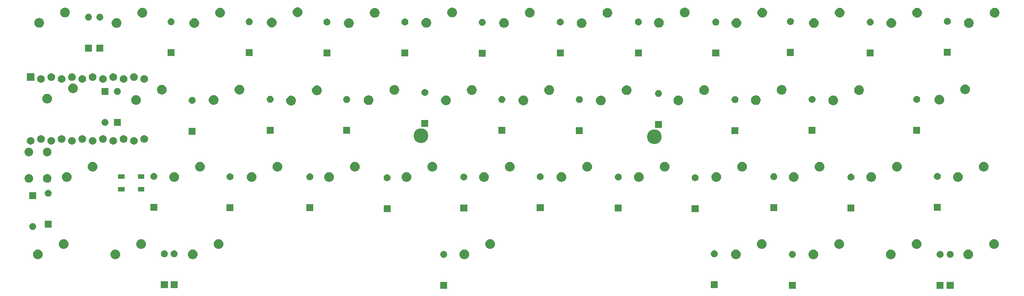
<source format=gts>
G04 #@! TF.GenerationSoftware,KiCad,Pcbnew,(5.0.2)-1*
G04 #@! TF.CreationDate,2019-02-08T00:11:31-05:00*
G04 #@! TF.ProjectId,TG4x,54473478-2e6b-4696-9361-645f70636258,rev?*
G04 #@! TF.SameCoordinates,Original*
G04 #@! TF.FileFunction,Soldermask,Top*
G04 #@! TF.FilePolarity,Negative*
%FSLAX46Y46*%
G04 Gerber Fmt 4.6, Leading zero omitted, Abs format (unit mm)*
G04 Created by KiCad (PCBNEW (5.0.2)-1) date 2/8/2019 12:11:31 AM*
%MOMM*%
%LPD*%
G01*
G04 APERTURE LIST*
%ADD10C,0.100000*%
G04 APERTURE END LIST*
D10*
G36*
X255994000Y-111595000D02*
X254292000Y-111595000D01*
X254292000Y-109893000D01*
X255994000Y-109893000D01*
X255994000Y-111595000D01*
X255994000Y-111595000D01*
G37*
G36*
X253517500Y-111595000D02*
X251815500Y-111595000D01*
X251815500Y-109893000D01*
X253517500Y-109893000D01*
X253517500Y-111595000D01*
X253517500Y-111595000D01*
G37*
G36*
X131407000Y-111595000D02*
X129705000Y-111595000D01*
X129705000Y-109893000D01*
X131407000Y-109893000D01*
X131407000Y-111595000D01*
X131407000Y-111595000D01*
G37*
G36*
X217182800Y-111595000D02*
X215480800Y-111595000D01*
X215480800Y-109893000D01*
X217182800Y-109893000D01*
X217182800Y-111595000D01*
X217182800Y-111595000D01*
G37*
G36*
X62700000Y-111468000D02*
X60998000Y-111468000D01*
X60998000Y-109766000D01*
X62700000Y-109766000D01*
X62700000Y-111468000D01*
X62700000Y-111468000D01*
G37*
G36*
X65087600Y-111468000D02*
X63385600Y-111468000D01*
X63385600Y-109766000D01*
X65087600Y-109766000D01*
X65087600Y-111468000D01*
X65087600Y-111468000D01*
G37*
G36*
X197980400Y-111468000D02*
X196278400Y-111468000D01*
X196278400Y-109766000D01*
X197980400Y-109766000D01*
X197980400Y-111468000D01*
X197980400Y-111468000D01*
G37*
G36*
X31082277Y-101975885D02*
X31299572Y-102065891D01*
X31495131Y-102196560D01*
X31661440Y-102362869D01*
X31792109Y-102558428D01*
X31882115Y-102775723D01*
X31928000Y-103006401D01*
X31928000Y-103241599D01*
X31882115Y-103472277D01*
X31792109Y-103689572D01*
X31661440Y-103885131D01*
X31495131Y-104051440D01*
X31299572Y-104182109D01*
X31082277Y-104272115D01*
X30851599Y-104318000D01*
X30616401Y-104318000D01*
X30385723Y-104272115D01*
X30168428Y-104182109D01*
X29972869Y-104051440D01*
X29806560Y-103885131D01*
X29675891Y-103689572D01*
X29585885Y-103472277D01*
X29540000Y-103241599D01*
X29540000Y-103006401D01*
X29585885Y-102775723D01*
X29675891Y-102558428D01*
X29806560Y-102362869D01*
X29972869Y-102196560D01*
X30168428Y-102065891D01*
X30385723Y-101975885D01*
X30616401Y-101930000D01*
X30851599Y-101930000D01*
X31082277Y-101975885D01*
X31082277Y-101975885D01*
G37*
G36*
X50132277Y-101975885D02*
X50349572Y-102065891D01*
X50545131Y-102196560D01*
X50711440Y-102362869D01*
X50842109Y-102558428D01*
X50932115Y-102775723D01*
X50978000Y-103006401D01*
X50978000Y-103241599D01*
X50932115Y-103472277D01*
X50842109Y-103689572D01*
X50711440Y-103885131D01*
X50545131Y-104051440D01*
X50349572Y-104182109D01*
X50132277Y-104272115D01*
X49901599Y-104318000D01*
X49666401Y-104318000D01*
X49435723Y-104272115D01*
X49218428Y-104182109D01*
X49022869Y-104051440D01*
X48856560Y-103885131D01*
X48725891Y-103689572D01*
X48635885Y-103472277D01*
X48590000Y-103241599D01*
X48590000Y-103006401D01*
X48635885Y-102775723D01*
X48725891Y-102558428D01*
X48856560Y-102362869D01*
X49022869Y-102196560D01*
X49218428Y-102065891D01*
X49435723Y-101975885D01*
X49666401Y-101930000D01*
X49901599Y-101930000D01*
X50132277Y-101975885D01*
X50132277Y-101975885D01*
G37*
G36*
X69182277Y-101975885D02*
X69399572Y-102065891D01*
X69595131Y-102196560D01*
X69761440Y-102362869D01*
X69892109Y-102558428D01*
X69982115Y-102775723D01*
X70028000Y-103006401D01*
X70028000Y-103241599D01*
X69982115Y-103472277D01*
X69892109Y-103689572D01*
X69761440Y-103885131D01*
X69595131Y-104051440D01*
X69399572Y-104182109D01*
X69182277Y-104272115D01*
X68951599Y-104318000D01*
X68716401Y-104318000D01*
X68485723Y-104272115D01*
X68268428Y-104182109D01*
X68072869Y-104051440D01*
X67906560Y-103885131D01*
X67775891Y-103689572D01*
X67685885Y-103472277D01*
X67640000Y-103241599D01*
X67640000Y-103006401D01*
X67685885Y-102775723D01*
X67775891Y-102558428D01*
X67906560Y-102362869D01*
X68072869Y-102196560D01*
X68268428Y-102065891D01*
X68485723Y-101975885D01*
X68716401Y-101930000D01*
X68951599Y-101930000D01*
X69182277Y-101975885D01*
X69182277Y-101975885D01*
G37*
G36*
X135984277Y-101975885D02*
X136201572Y-102065891D01*
X136397131Y-102196560D01*
X136563440Y-102362869D01*
X136694109Y-102558428D01*
X136784115Y-102775723D01*
X136830000Y-103006401D01*
X136830000Y-103241599D01*
X136784115Y-103472277D01*
X136694109Y-103689572D01*
X136563440Y-103885131D01*
X136397131Y-104051440D01*
X136201572Y-104182109D01*
X135984277Y-104272115D01*
X135753599Y-104318000D01*
X135518401Y-104318000D01*
X135287723Y-104272115D01*
X135070428Y-104182109D01*
X134874869Y-104051440D01*
X134708560Y-103885131D01*
X134577891Y-103689572D01*
X134487885Y-103472277D01*
X134442000Y-103241599D01*
X134442000Y-103006401D01*
X134487885Y-102775723D01*
X134577891Y-102558428D01*
X134708560Y-102362869D01*
X134874869Y-102196560D01*
X135070428Y-102065891D01*
X135287723Y-101975885D01*
X135518401Y-101930000D01*
X135753599Y-101930000D01*
X135984277Y-101975885D01*
X135984277Y-101975885D01*
G37*
G36*
X221836277Y-101975885D02*
X222053572Y-102065891D01*
X222249131Y-102196560D01*
X222415440Y-102362869D01*
X222546109Y-102558428D01*
X222636115Y-102775723D01*
X222682000Y-103006401D01*
X222682000Y-103241599D01*
X222636115Y-103472277D01*
X222546109Y-103689572D01*
X222415440Y-103885131D01*
X222249131Y-104051440D01*
X222053572Y-104182109D01*
X221836277Y-104272115D01*
X221605599Y-104318000D01*
X221370401Y-104318000D01*
X221139723Y-104272115D01*
X220922428Y-104182109D01*
X220726869Y-104051440D01*
X220560560Y-103885131D01*
X220429891Y-103689572D01*
X220339885Y-103472277D01*
X220294000Y-103241599D01*
X220294000Y-103006401D01*
X220339885Y-102775723D01*
X220429891Y-102558428D01*
X220560560Y-102362869D01*
X220726869Y-102196560D01*
X220922428Y-102065891D01*
X221139723Y-101975885D01*
X221370401Y-101930000D01*
X221605599Y-101930000D01*
X221836277Y-101975885D01*
X221836277Y-101975885D01*
G37*
G36*
X240886277Y-101975885D02*
X241103572Y-102065891D01*
X241299131Y-102196560D01*
X241465440Y-102362869D01*
X241596109Y-102558428D01*
X241686115Y-102775723D01*
X241732000Y-103006401D01*
X241732000Y-103241599D01*
X241686115Y-103472277D01*
X241596109Y-103689572D01*
X241465440Y-103885131D01*
X241299131Y-104051440D01*
X241103572Y-104182109D01*
X240886277Y-104272115D01*
X240655599Y-104318000D01*
X240420401Y-104318000D01*
X240189723Y-104272115D01*
X239972428Y-104182109D01*
X239776869Y-104051440D01*
X239610560Y-103885131D01*
X239479891Y-103689572D01*
X239389885Y-103472277D01*
X239344000Y-103241599D01*
X239344000Y-103006401D01*
X239389885Y-102775723D01*
X239479891Y-102558428D01*
X239610560Y-102362869D01*
X239776869Y-102196560D01*
X239972428Y-102065891D01*
X240189723Y-101975885D01*
X240420401Y-101930000D01*
X240655599Y-101930000D01*
X240886277Y-101975885D01*
X240886277Y-101975885D01*
G37*
G36*
X259936277Y-101975885D02*
X260153572Y-102065891D01*
X260349131Y-102196560D01*
X260515440Y-102362869D01*
X260646109Y-102558428D01*
X260736115Y-102775723D01*
X260782000Y-103006401D01*
X260782000Y-103241599D01*
X260736115Y-103472277D01*
X260646109Y-103689572D01*
X260515440Y-103885131D01*
X260349131Y-104051440D01*
X260153572Y-104182109D01*
X259936277Y-104272115D01*
X259705599Y-104318000D01*
X259470401Y-104318000D01*
X259239723Y-104272115D01*
X259022428Y-104182109D01*
X258826869Y-104051440D01*
X258660560Y-103885131D01*
X258529891Y-103689572D01*
X258439885Y-103472277D01*
X258394000Y-103241599D01*
X258394000Y-103006401D01*
X258439885Y-102775723D01*
X258529891Y-102558428D01*
X258660560Y-102362869D01*
X258826869Y-102196560D01*
X259022428Y-102065891D01*
X259239723Y-101975885D01*
X259470401Y-101930000D01*
X259705599Y-101930000D01*
X259936277Y-101975885D01*
X259936277Y-101975885D01*
G37*
G36*
X202786277Y-101975885D02*
X203003572Y-102065891D01*
X203199131Y-102196560D01*
X203365440Y-102362869D01*
X203496109Y-102558428D01*
X203586115Y-102775723D01*
X203632000Y-103006401D01*
X203632000Y-103241599D01*
X203586115Y-103472277D01*
X203496109Y-103689572D01*
X203365440Y-103885131D01*
X203199131Y-104051440D01*
X203003572Y-104182109D01*
X202786277Y-104272115D01*
X202555599Y-104318000D01*
X202320401Y-104318000D01*
X202089723Y-104272115D01*
X201872428Y-104182109D01*
X201676869Y-104051440D01*
X201510560Y-103885131D01*
X201379891Y-103689572D01*
X201289885Y-103472277D01*
X201244000Y-103241599D01*
X201244000Y-103006401D01*
X201289885Y-102775723D01*
X201379891Y-102558428D01*
X201510560Y-102362869D01*
X201676869Y-102196560D01*
X201872428Y-102065891D01*
X202089723Y-101975885D01*
X202320401Y-101930000D01*
X202555599Y-101930000D01*
X202786277Y-101975885D01*
X202786277Y-101975885D01*
G37*
G36*
X252833321Y-102285313D02*
X252833324Y-102285314D01*
X252833325Y-102285314D01*
X252993739Y-102333975D01*
X252993741Y-102333976D01*
X252993744Y-102333977D01*
X253141578Y-102412995D01*
X253271159Y-102519341D01*
X253377505Y-102648922D01*
X253456523Y-102796756D01*
X253505187Y-102957179D01*
X253521617Y-103124000D01*
X253505187Y-103290821D01*
X253456523Y-103451244D01*
X253377505Y-103599078D01*
X253271159Y-103728659D01*
X253141578Y-103835005D01*
X252993744Y-103914023D01*
X252993741Y-103914024D01*
X252993739Y-103914025D01*
X252833325Y-103962686D01*
X252833324Y-103962686D01*
X252833321Y-103962687D01*
X252708304Y-103975000D01*
X252624696Y-103975000D01*
X252499679Y-103962687D01*
X252499676Y-103962686D01*
X252499675Y-103962686D01*
X252339261Y-103914025D01*
X252339259Y-103914024D01*
X252339256Y-103914023D01*
X252191422Y-103835005D01*
X252061841Y-103728659D01*
X251955495Y-103599078D01*
X251876477Y-103451244D01*
X251827813Y-103290821D01*
X251811383Y-103124000D01*
X251827813Y-102957179D01*
X251876477Y-102796756D01*
X251955495Y-102648922D01*
X252061841Y-102519341D01*
X252191422Y-102412995D01*
X252339256Y-102333977D01*
X252339259Y-102333976D01*
X252339261Y-102333975D01*
X252499675Y-102285314D01*
X252499676Y-102285314D01*
X252499679Y-102285313D01*
X252624696Y-102273000D01*
X252708304Y-102273000D01*
X252833321Y-102285313D01*
X252833321Y-102285313D01*
G37*
G36*
X255309821Y-102285313D02*
X255309824Y-102285314D01*
X255309825Y-102285314D01*
X255470239Y-102333975D01*
X255470241Y-102333976D01*
X255470244Y-102333977D01*
X255618078Y-102412995D01*
X255747659Y-102519341D01*
X255854005Y-102648922D01*
X255933023Y-102796756D01*
X255981687Y-102957179D01*
X255998117Y-103124000D01*
X255981687Y-103290821D01*
X255933023Y-103451244D01*
X255854005Y-103599078D01*
X255747659Y-103728659D01*
X255618078Y-103835005D01*
X255470244Y-103914023D01*
X255470241Y-103914024D01*
X255470239Y-103914025D01*
X255309825Y-103962686D01*
X255309824Y-103962686D01*
X255309821Y-103962687D01*
X255184804Y-103975000D01*
X255101196Y-103975000D01*
X254976179Y-103962687D01*
X254976176Y-103962686D01*
X254976175Y-103962686D01*
X254815761Y-103914025D01*
X254815759Y-103914024D01*
X254815756Y-103914023D01*
X254667922Y-103835005D01*
X254538341Y-103728659D01*
X254431995Y-103599078D01*
X254352977Y-103451244D01*
X254304313Y-103290821D01*
X254287883Y-103124000D01*
X254304313Y-102957179D01*
X254352977Y-102796756D01*
X254431995Y-102648922D01*
X254538341Y-102519341D01*
X254667922Y-102412995D01*
X254815756Y-102333977D01*
X254815759Y-102333976D01*
X254815761Y-102333975D01*
X254976175Y-102285314D01*
X254976176Y-102285314D01*
X254976179Y-102285313D01*
X255101196Y-102273000D01*
X255184804Y-102273000D01*
X255309821Y-102285313D01*
X255309821Y-102285313D01*
G37*
G36*
X216498621Y-102285313D02*
X216498624Y-102285314D01*
X216498625Y-102285314D01*
X216659039Y-102333975D01*
X216659041Y-102333976D01*
X216659044Y-102333977D01*
X216806878Y-102412995D01*
X216936459Y-102519341D01*
X217042805Y-102648922D01*
X217121823Y-102796756D01*
X217170487Y-102957179D01*
X217186917Y-103124000D01*
X217170487Y-103290821D01*
X217121823Y-103451244D01*
X217042805Y-103599078D01*
X216936459Y-103728659D01*
X216806878Y-103835005D01*
X216659044Y-103914023D01*
X216659041Y-103914024D01*
X216659039Y-103914025D01*
X216498625Y-103962686D01*
X216498624Y-103962686D01*
X216498621Y-103962687D01*
X216373604Y-103975000D01*
X216289996Y-103975000D01*
X216164979Y-103962687D01*
X216164976Y-103962686D01*
X216164975Y-103962686D01*
X216004561Y-103914025D01*
X216004559Y-103914024D01*
X216004556Y-103914023D01*
X215856722Y-103835005D01*
X215727141Y-103728659D01*
X215620795Y-103599078D01*
X215541777Y-103451244D01*
X215493113Y-103290821D01*
X215476683Y-103124000D01*
X215493113Y-102957179D01*
X215541777Y-102796756D01*
X215620795Y-102648922D01*
X215727141Y-102519341D01*
X215856722Y-102412995D01*
X216004556Y-102333977D01*
X216004559Y-102333976D01*
X216004561Y-102333975D01*
X216164975Y-102285314D01*
X216164976Y-102285314D01*
X216164979Y-102285313D01*
X216289996Y-102273000D01*
X216373604Y-102273000D01*
X216498621Y-102285313D01*
X216498621Y-102285313D01*
G37*
G36*
X130722821Y-102285313D02*
X130722824Y-102285314D01*
X130722825Y-102285314D01*
X130883239Y-102333975D01*
X130883241Y-102333976D01*
X130883244Y-102333977D01*
X131031078Y-102412995D01*
X131160659Y-102519341D01*
X131267005Y-102648922D01*
X131346023Y-102796756D01*
X131394687Y-102957179D01*
X131411117Y-103124000D01*
X131394687Y-103290821D01*
X131346023Y-103451244D01*
X131267005Y-103599078D01*
X131160659Y-103728659D01*
X131031078Y-103835005D01*
X130883244Y-103914023D01*
X130883241Y-103914024D01*
X130883239Y-103914025D01*
X130722825Y-103962686D01*
X130722824Y-103962686D01*
X130722821Y-103962687D01*
X130597804Y-103975000D01*
X130514196Y-103975000D01*
X130389179Y-103962687D01*
X130389176Y-103962686D01*
X130389175Y-103962686D01*
X130228761Y-103914025D01*
X130228759Y-103914024D01*
X130228756Y-103914023D01*
X130080922Y-103835005D01*
X129951341Y-103728659D01*
X129844995Y-103599078D01*
X129765977Y-103451244D01*
X129717313Y-103290821D01*
X129700883Y-103124000D01*
X129717313Y-102957179D01*
X129765977Y-102796756D01*
X129844995Y-102648922D01*
X129951341Y-102519341D01*
X130080922Y-102412995D01*
X130228756Y-102333977D01*
X130228759Y-102333976D01*
X130228761Y-102333975D01*
X130389175Y-102285314D01*
X130389176Y-102285314D01*
X130389179Y-102285313D01*
X130514196Y-102273000D01*
X130597804Y-102273000D01*
X130722821Y-102285313D01*
X130722821Y-102285313D01*
G37*
G36*
X197296221Y-102158313D02*
X197296224Y-102158314D01*
X197296225Y-102158314D01*
X197456639Y-102206975D01*
X197456641Y-102206976D01*
X197456644Y-102206977D01*
X197604478Y-102285995D01*
X197734059Y-102392341D01*
X197840405Y-102521922D01*
X197919423Y-102669756D01*
X197968087Y-102830179D01*
X197984517Y-102997000D01*
X197968087Y-103163821D01*
X197968086Y-103163824D01*
X197968086Y-103163825D01*
X197944494Y-103241599D01*
X197919423Y-103324244D01*
X197840405Y-103472078D01*
X197734059Y-103601659D01*
X197604478Y-103708005D01*
X197456644Y-103787023D01*
X197456641Y-103787024D01*
X197456639Y-103787025D01*
X197296225Y-103835686D01*
X197296224Y-103835686D01*
X197296221Y-103835687D01*
X197171204Y-103848000D01*
X197087596Y-103848000D01*
X196962579Y-103835687D01*
X196962576Y-103835686D01*
X196962575Y-103835686D01*
X196802161Y-103787025D01*
X196802159Y-103787024D01*
X196802156Y-103787023D01*
X196654322Y-103708005D01*
X196524741Y-103601659D01*
X196418395Y-103472078D01*
X196339377Y-103324244D01*
X196314307Y-103241599D01*
X196290714Y-103163825D01*
X196290714Y-103163824D01*
X196290713Y-103163821D01*
X196274283Y-102997000D01*
X196290713Y-102830179D01*
X196339377Y-102669756D01*
X196418395Y-102521922D01*
X196524741Y-102392341D01*
X196654322Y-102285995D01*
X196802156Y-102206977D01*
X196802159Y-102206976D01*
X196802161Y-102206975D01*
X196962575Y-102158314D01*
X196962576Y-102158314D01*
X196962579Y-102158313D01*
X197087596Y-102146000D01*
X197171204Y-102146000D01*
X197296221Y-102158313D01*
X197296221Y-102158313D01*
G37*
G36*
X64403421Y-102158313D02*
X64403424Y-102158314D01*
X64403425Y-102158314D01*
X64563839Y-102206975D01*
X64563841Y-102206976D01*
X64563844Y-102206977D01*
X64711678Y-102285995D01*
X64841259Y-102392341D01*
X64947605Y-102521922D01*
X65026623Y-102669756D01*
X65075287Y-102830179D01*
X65091717Y-102997000D01*
X65075287Y-103163821D01*
X65075286Y-103163824D01*
X65075286Y-103163825D01*
X65051694Y-103241599D01*
X65026623Y-103324244D01*
X64947605Y-103472078D01*
X64841259Y-103601659D01*
X64711678Y-103708005D01*
X64563844Y-103787023D01*
X64563841Y-103787024D01*
X64563839Y-103787025D01*
X64403425Y-103835686D01*
X64403424Y-103835686D01*
X64403421Y-103835687D01*
X64278404Y-103848000D01*
X64194796Y-103848000D01*
X64069779Y-103835687D01*
X64069776Y-103835686D01*
X64069775Y-103835686D01*
X63909361Y-103787025D01*
X63909359Y-103787024D01*
X63909356Y-103787023D01*
X63761522Y-103708005D01*
X63631941Y-103601659D01*
X63525595Y-103472078D01*
X63446577Y-103324244D01*
X63421507Y-103241599D01*
X63397914Y-103163825D01*
X63397914Y-103163824D01*
X63397913Y-103163821D01*
X63381483Y-102997000D01*
X63397913Y-102830179D01*
X63446577Y-102669756D01*
X63525595Y-102521922D01*
X63631941Y-102392341D01*
X63761522Y-102285995D01*
X63909356Y-102206977D01*
X63909359Y-102206976D01*
X63909361Y-102206975D01*
X64069775Y-102158314D01*
X64069776Y-102158314D01*
X64069779Y-102158313D01*
X64194796Y-102146000D01*
X64278404Y-102146000D01*
X64403421Y-102158313D01*
X64403421Y-102158313D01*
G37*
G36*
X62015821Y-102158313D02*
X62015824Y-102158314D01*
X62015825Y-102158314D01*
X62176239Y-102206975D01*
X62176241Y-102206976D01*
X62176244Y-102206977D01*
X62324078Y-102285995D01*
X62453659Y-102392341D01*
X62560005Y-102521922D01*
X62639023Y-102669756D01*
X62687687Y-102830179D01*
X62704117Y-102997000D01*
X62687687Y-103163821D01*
X62687686Y-103163824D01*
X62687686Y-103163825D01*
X62664094Y-103241599D01*
X62639023Y-103324244D01*
X62560005Y-103472078D01*
X62453659Y-103601659D01*
X62324078Y-103708005D01*
X62176244Y-103787023D01*
X62176241Y-103787024D01*
X62176239Y-103787025D01*
X62015825Y-103835686D01*
X62015824Y-103835686D01*
X62015821Y-103835687D01*
X61890804Y-103848000D01*
X61807196Y-103848000D01*
X61682179Y-103835687D01*
X61682176Y-103835686D01*
X61682175Y-103835686D01*
X61521761Y-103787025D01*
X61521759Y-103787024D01*
X61521756Y-103787023D01*
X61373922Y-103708005D01*
X61244341Y-103601659D01*
X61137995Y-103472078D01*
X61058977Y-103324244D01*
X61033907Y-103241599D01*
X61010314Y-103163825D01*
X61010314Y-103163824D01*
X61010313Y-103163821D01*
X60993883Y-102997000D01*
X61010313Y-102830179D01*
X61058977Y-102669756D01*
X61137995Y-102521922D01*
X61244341Y-102392341D01*
X61373922Y-102285995D01*
X61521756Y-102206977D01*
X61521759Y-102206976D01*
X61521761Y-102206975D01*
X61682175Y-102158314D01*
X61682176Y-102158314D01*
X61682179Y-102158313D01*
X61807196Y-102146000D01*
X61890804Y-102146000D01*
X62015821Y-102158313D01*
X62015821Y-102158313D01*
G37*
G36*
X247236277Y-99435885D02*
X247453572Y-99525891D01*
X247649131Y-99656560D01*
X247815440Y-99822869D01*
X247946109Y-100018428D01*
X248036115Y-100235723D01*
X248082000Y-100466401D01*
X248082000Y-100701599D01*
X248036115Y-100932277D01*
X247946109Y-101149572D01*
X247815440Y-101345131D01*
X247649131Y-101511440D01*
X247453572Y-101642109D01*
X247236277Y-101732115D01*
X247005599Y-101778000D01*
X246770401Y-101778000D01*
X246539723Y-101732115D01*
X246322428Y-101642109D01*
X246126869Y-101511440D01*
X245960560Y-101345131D01*
X245829891Y-101149572D01*
X245739885Y-100932277D01*
X245694000Y-100701599D01*
X245694000Y-100466401D01*
X245739885Y-100235723D01*
X245829891Y-100018428D01*
X245960560Y-99822869D01*
X246126869Y-99656560D01*
X246322428Y-99525891D01*
X246539723Y-99435885D01*
X246770401Y-99390000D01*
X247005599Y-99390000D01*
X247236277Y-99435885D01*
X247236277Y-99435885D01*
G37*
G36*
X37432277Y-99435885D02*
X37649572Y-99525891D01*
X37845131Y-99656560D01*
X38011440Y-99822869D01*
X38142109Y-100018428D01*
X38232115Y-100235723D01*
X38278000Y-100466401D01*
X38278000Y-100701599D01*
X38232115Y-100932277D01*
X38142109Y-101149572D01*
X38011440Y-101345131D01*
X37845131Y-101511440D01*
X37649572Y-101642109D01*
X37432277Y-101732115D01*
X37201599Y-101778000D01*
X36966401Y-101778000D01*
X36735723Y-101732115D01*
X36518428Y-101642109D01*
X36322869Y-101511440D01*
X36156560Y-101345131D01*
X36025891Y-101149572D01*
X35935885Y-100932277D01*
X35890000Y-100701599D01*
X35890000Y-100466401D01*
X35935885Y-100235723D01*
X36025891Y-100018428D01*
X36156560Y-99822869D01*
X36322869Y-99656560D01*
X36518428Y-99525891D01*
X36735723Y-99435885D01*
X36966401Y-99390000D01*
X37201599Y-99390000D01*
X37432277Y-99435885D01*
X37432277Y-99435885D01*
G37*
G36*
X142334277Y-99435885D02*
X142551572Y-99525891D01*
X142747131Y-99656560D01*
X142913440Y-99822869D01*
X143044109Y-100018428D01*
X143134115Y-100235723D01*
X143180000Y-100466401D01*
X143180000Y-100701599D01*
X143134115Y-100932277D01*
X143044109Y-101149572D01*
X142913440Y-101345131D01*
X142747131Y-101511440D01*
X142551572Y-101642109D01*
X142334277Y-101732115D01*
X142103599Y-101778000D01*
X141868401Y-101778000D01*
X141637723Y-101732115D01*
X141420428Y-101642109D01*
X141224869Y-101511440D01*
X141058560Y-101345131D01*
X140927891Y-101149572D01*
X140837885Y-100932277D01*
X140792000Y-100701599D01*
X140792000Y-100466401D01*
X140837885Y-100235723D01*
X140927891Y-100018428D01*
X141058560Y-99822869D01*
X141224869Y-99656560D01*
X141420428Y-99525891D01*
X141637723Y-99435885D01*
X141868401Y-99390000D01*
X142103599Y-99390000D01*
X142334277Y-99435885D01*
X142334277Y-99435885D01*
G37*
G36*
X209136277Y-99435885D02*
X209353572Y-99525891D01*
X209549131Y-99656560D01*
X209715440Y-99822869D01*
X209846109Y-100018428D01*
X209936115Y-100235723D01*
X209982000Y-100466401D01*
X209982000Y-100701599D01*
X209936115Y-100932277D01*
X209846109Y-101149572D01*
X209715440Y-101345131D01*
X209549131Y-101511440D01*
X209353572Y-101642109D01*
X209136277Y-101732115D01*
X208905599Y-101778000D01*
X208670401Y-101778000D01*
X208439723Y-101732115D01*
X208222428Y-101642109D01*
X208026869Y-101511440D01*
X207860560Y-101345131D01*
X207729891Y-101149572D01*
X207639885Y-100932277D01*
X207594000Y-100701599D01*
X207594000Y-100466401D01*
X207639885Y-100235723D01*
X207729891Y-100018428D01*
X207860560Y-99822869D01*
X208026869Y-99656560D01*
X208222428Y-99525891D01*
X208439723Y-99435885D01*
X208670401Y-99390000D01*
X208905599Y-99390000D01*
X209136277Y-99435885D01*
X209136277Y-99435885D01*
G37*
G36*
X228186277Y-99435885D02*
X228403572Y-99525891D01*
X228599131Y-99656560D01*
X228765440Y-99822869D01*
X228896109Y-100018428D01*
X228986115Y-100235723D01*
X229032000Y-100466401D01*
X229032000Y-100701599D01*
X228986115Y-100932277D01*
X228896109Y-101149572D01*
X228765440Y-101345131D01*
X228599131Y-101511440D01*
X228403572Y-101642109D01*
X228186277Y-101732115D01*
X227955599Y-101778000D01*
X227720401Y-101778000D01*
X227489723Y-101732115D01*
X227272428Y-101642109D01*
X227076869Y-101511440D01*
X226910560Y-101345131D01*
X226779891Y-101149572D01*
X226689885Y-100932277D01*
X226644000Y-100701599D01*
X226644000Y-100466401D01*
X226689885Y-100235723D01*
X226779891Y-100018428D01*
X226910560Y-99822869D01*
X227076869Y-99656560D01*
X227272428Y-99525891D01*
X227489723Y-99435885D01*
X227720401Y-99390000D01*
X227955599Y-99390000D01*
X228186277Y-99435885D01*
X228186277Y-99435885D01*
G37*
G36*
X75532277Y-99435885D02*
X75749572Y-99525891D01*
X75945131Y-99656560D01*
X76111440Y-99822869D01*
X76242109Y-100018428D01*
X76332115Y-100235723D01*
X76378000Y-100466401D01*
X76378000Y-100701599D01*
X76332115Y-100932277D01*
X76242109Y-101149572D01*
X76111440Y-101345131D01*
X75945131Y-101511440D01*
X75749572Y-101642109D01*
X75532277Y-101732115D01*
X75301599Y-101778000D01*
X75066401Y-101778000D01*
X74835723Y-101732115D01*
X74618428Y-101642109D01*
X74422869Y-101511440D01*
X74256560Y-101345131D01*
X74125891Y-101149572D01*
X74035885Y-100932277D01*
X73990000Y-100701599D01*
X73990000Y-100466401D01*
X74035885Y-100235723D01*
X74125891Y-100018428D01*
X74256560Y-99822869D01*
X74422869Y-99656560D01*
X74618428Y-99525891D01*
X74835723Y-99435885D01*
X75066401Y-99390000D01*
X75301599Y-99390000D01*
X75532277Y-99435885D01*
X75532277Y-99435885D01*
G37*
G36*
X56482277Y-99435885D02*
X56699572Y-99525891D01*
X56895131Y-99656560D01*
X57061440Y-99822869D01*
X57192109Y-100018428D01*
X57282115Y-100235723D01*
X57328000Y-100466401D01*
X57328000Y-100701599D01*
X57282115Y-100932277D01*
X57192109Y-101149572D01*
X57061440Y-101345131D01*
X56895131Y-101511440D01*
X56699572Y-101642109D01*
X56482277Y-101732115D01*
X56251599Y-101778000D01*
X56016401Y-101778000D01*
X55785723Y-101732115D01*
X55568428Y-101642109D01*
X55372869Y-101511440D01*
X55206560Y-101345131D01*
X55075891Y-101149572D01*
X54985885Y-100932277D01*
X54940000Y-100701599D01*
X54940000Y-100466401D01*
X54985885Y-100235723D01*
X55075891Y-100018428D01*
X55206560Y-99822869D01*
X55372869Y-99656560D01*
X55568428Y-99525891D01*
X55785723Y-99435885D01*
X56016401Y-99390000D01*
X56251599Y-99390000D01*
X56482277Y-99435885D01*
X56482277Y-99435885D01*
G37*
G36*
X266286277Y-99435885D02*
X266503572Y-99525891D01*
X266699131Y-99656560D01*
X266865440Y-99822869D01*
X266996109Y-100018428D01*
X267086115Y-100235723D01*
X267132000Y-100466401D01*
X267132000Y-100701599D01*
X267086115Y-100932277D01*
X266996109Y-101149572D01*
X266865440Y-101345131D01*
X266699131Y-101511440D01*
X266503572Y-101642109D01*
X266286277Y-101732115D01*
X266055599Y-101778000D01*
X265820401Y-101778000D01*
X265589723Y-101732115D01*
X265372428Y-101642109D01*
X265176869Y-101511440D01*
X265010560Y-101345131D01*
X264879891Y-101149572D01*
X264789885Y-100932277D01*
X264744000Y-100701599D01*
X264744000Y-100466401D01*
X264789885Y-100235723D01*
X264879891Y-100018428D01*
X265010560Y-99822869D01*
X265176869Y-99656560D01*
X265372428Y-99525891D01*
X265589723Y-99435885D01*
X265820401Y-99390000D01*
X266055599Y-99390000D01*
X266286277Y-99435885D01*
X266286277Y-99435885D01*
G37*
G36*
X29630821Y-95427313D02*
X29630824Y-95427314D01*
X29630825Y-95427314D01*
X29791239Y-95475975D01*
X29791241Y-95475976D01*
X29791244Y-95475977D01*
X29939078Y-95554995D01*
X30068659Y-95661341D01*
X30175005Y-95790922D01*
X30254023Y-95938756D01*
X30302687Y-96099179D01*
X30319117Y-96266000D01*
X30302687Y-96432821D01*
X30254023Y-96593244D01*
X30175005Y-96741078D01*
X30068659Y-96870659D01*
X29939078Y-96977005D01*
X29791244Y-97056023D01*
X29791241Y-97056024D01*
X29791239Y-97056025D01*
X29630825Y-97104686D01*
X29630824Y-97104686D01*
X29630821Y-97104687D01*
X29505804Y-97117000D01*
X29422196Y-97117000D01*
X29297179Y-97104687D01*
X29297176Y-97104686D01*
X29297175Y-97104686D01*
X29136761Y-97056025D01*
X29136759Y-97056024D01*
X29136756Y-97056023D01*
X28988922Y-96977005D01*
X28859341Y-96870659D01*
X28752995Y-96741078D01*
X28673977Y-96593244D01*
X28625313Y-96432821D01*
X28608883Y-96266000D01*
X28625313Y-96099179D01*
X28673977Y-95938756D01*
X28752995Y-95790922D01*
X28859341Y-95661341D01*
X28988922Y-95554995D01*
X29136756Y-95475977D01*
X29136759Y-95475976D01*
X29136761Y-95475975D01*
X29297175Y-95427314D01*
X29297176Y-95427314D01*
X29297179Y-95427313D01*
X29422196Y-95415000D01*
X29505804Y-95415000D01*
X29630821Y-95427313D01*
X29630821Y-95427313D01*
G37*
G36*
X34125000Y-96545500D02*
X32423000Y-96545500D01*
X32423000Y-94843500D01*
X34125000Y-94843500D01*
X34125000Y-96545500D01*
X34125000Y-96545500D01*
G37*
G36*
X117487800Y-92722800D02*
X115785800Y-92722800D01*
X115785800Y-91020800D01*
X117487800Y-91020800D01*
X117487800Y-92722800D01*
X117487800Y-92722800D01*
G37*
G36*
X193256000Y-92722800D02*
X191554000Y-92722800D01*
X191554000Y-91020800D01*
X193256000Y-91020800D01*
X193256000Y-92722800D01*
X193256000Y-92722800D01*
G37*
G36*
X231584600Y-92570400D02*
X229882600Y-92570400D01*
X229882600Y-90868400D01*
X231584600Y-90868400D01*
X231584600Y-92570400D01*
X231584600Y-92570400D01*
G37*
G36*
X174358400Y-92545000D02*
X172656400Y-92545000D01*
X172656400Y-90843000D01*
X174358400Y-90843000D01*
X174358400Y-92545000D01*
X174358400Y-92545000D01*
G37*
G36*
X136360000Y-92545000D02*
X134658000Y-92545000D01*
X134658000Y-90843000D01*
X136360000Y-90843000D01*
X136360000Y-92545000D01*
X136360000Y-92545000D01*
G37*
G36*
X98488600Y-92494200D02*
X96786600Y-92494200D01*
X96786600Y-90792200D01*
X98488600Y-90792200D01*
X98488600Y-92494200D01*
X98488600Y-92494200D01*
G37*
G36*
X155156000Y-92468800D02*
X153454000Y-92468800D01*
X153454000Y-90766800D01*
X155156000Y-90766800D01*
X155156000Y-92468800D01*
X155156000Y-92468800D01*
G37*
G36*
X78854400Y-92468800D02*
X77152400Y-92468800D01*
X77152400Y-90766800D01*
X78854400Y-90766800D01*
X78854400Y-92468800D01*
X78854400Y-92468800D01*
G37*
G36*
X212610800Y-92443400D02*
X210908800Y-92443400D01*
X210908800Y-90741400D01*
X212610800Y-90741400D01*
X212610800Y-92443400D01*
X212610800Y-92443400D01*
G37*
G36*
X252844400Y-92392600D02*
X251142400Y-92392600D01*
X251142400Y-90690600D01*
X252844400Y-90690600D01*
X252844400Y-92392600D01*
X252844400Y-92392600D01*
G37*
G36*
X60109200Y-92392600D02*
X58407200Y-92392600D01*
X58407200Y-90690600D01*
X60109200Y-90690600D01*
X60109200Y-92392600D01*
X60109200Y-92392600D01*
G37*
G36*
X30315000Y-89497000D02*
X28613000Y-89497000D01*
X28613000Y-87795000D01*
X30315000Y-87795000D01*
X30315000Y-89497000D01*
X30315000Y-89497000D01*
G37*
G36*
X33440821Y-87235813D02*
X33440824Y-87235814D01*
X33440825Y-87235814D01*
X33601239Y-87284475D01*
X33601241Y-87284476D01*
X33601244Y-87284477D01*
X33749078Y-87363495D01*
X33878659Y-87469841D01*
X33985005Y-87599422D01*
X34064023Y-87747256D01*
X34112687Y-87907679D01*
X34129117Y-88074500D01*
X34112687Y-88241321D01*
X34064023Y-88401744D01*
X33985005Y-88549578D01*
X33878659Y-88679159D01*
X33749078Y-88785505D01*
X33601244Y-88864523D01*
X33601241Y-88864524D01*
X33601239Y-88864525D01*
X33440825Y-88913186D01*
X33440824Y-88913186D01*
X33440821Y-88913187D01*
X33315804Y-88925500D01*
X33232196Y-88925500D01*
X33107179Y-88913187D01*
X33107176Y-88913186D01*
X33107175Y-88913186D01*
X32946761Y-88864525D01*
X32946759Y-88864524D01*
X32946756Y-88864523D01*
X32798922Y-88785505D01*
X32669341Y-88679159D01*
X32562995Y-88549578D01*
X32483977Y-88401744D01*
X32435313Y-88241321D01*
X32418883Y-88074500D01*
X32435313Y-87907679D01*
X32483977Y-87747256D01*
X32562995Y-87599422D01*
X32669341Y-87469841D01*
X32798922Y-87363495D01*
X32946756Y-87284477D01*
X32946759Y-87284476D01*
X32946761Y-87284475D01*
X33107175Y-87235814D01*
X33107176Y-87235814D01*
X33107179Y-87235813D01*
X33232196Y-87223500D01*
X33315804Y-87223500D01*
X33440821Y-87235813D01*
X33440821Y-87235813D01*
G37*
G36*
X56935000Y-87673000D02*
X55333000Y-87673000D01*
X55333000Y-86571000D01*
X56935000Y-86571000D01*
X56935000Y-87673000D01*
X56935000Y-87673000D01*
G37*
G36*
X52035000Y-87673000D02*
X50433000Y-87673000D01*
X50433000Y-86571000D01*
X52035000Y-86571000D01*
X52035000Y-87673000D01*
X52035000Y-87673000D01*
G37*
G36*
X33326565Y-83403889D02*
X33517834Y-83483115D01*
X33689976Y-83598137D01*
X33836363Y-83744524D01*
X33951385Y-83916666D01*
X34030611Y-84107935D01*
X34071000Y-84310984D01*
X34071000Y-84518016D01*
X34030611Y-84721065D01*
X33951385Y-84912334D01*
X33836363Y-85084476D01*
X33689976Y-85230863D01*
X33517834Y-85345885D01*
X33326565Y-85425111D01*
X33123516Y-85465500D01*
X32916484Y-85465500D01*
X32713435Y-85425111D01*
X32522166Y-85345885D01*
X32350024Y-85230863D01*
X32203637Y-85084476D01*
X32088615Y-84912334D01*
X32009389Y-84721065D01*
X31969000Y-84518016D01*
X31969000Y-84310984D01*
X32009389Y-84107935D01*
X32088615Y-83916666D01*
X32203637Y-83744524D01*
X32350024Y-83598137D01*
X32522166Y-83483115D01*
X32713435Y-83403889D01*
X32916484Y-83363500D01*
X33123516Y-83363500D01*
X33326565Y-83403889D01*
X33326565Y-83403889D01*
G37*
G36*
X28826565Y-83403889D02*
X29017834Y-83483115D01*
X29189976Y-83598137D01*
X29336363Y-83744524D01*
X29451385Y-83916666D01*
X29530611Y-84107935D01*
X29571000Y-84310984D01*
X29571000Y-84518016D01*
X29530611Y-84721065D01*
X29451385Y-84912334D01*
X29336363Y-85084476D01*
X29189976Y-85230863D01*
X29017834Y-85345885D01*
X28826565Y-85425111D01*
X28623516Y-85465500D01*
X28416484Y-85465500D01*
X28213435Y-85425111D01*
X28022166Y-85345885D01*
X27850024Y-85230863D01*
X27703637Y-85084476D01*
X27588615Y-84912334D01*
X27509389Y-84721065D01*
X27469000Y-84518016D01*
X27469000Y-84310984D01*
X27509389Y-84107935D01*
X27588615Y-83916666D01*
X27703637Y-83744524D01*
X27850024Y-83598137D01*
X28022166Y-83483115D01*
X28213435Y-83403889D01*
X28416484Y-83363500D01*
X28623516Y-83363500D01*
X28826565Y-83403889D01*
X28826565Y-83403889D01*
G37*
G36*
X38194277Y-82925885D02*
X38411572Y-83015891D01*
X38607131Y-83146560D01*
X38773440Y-83312869D01*
X38904109Y-83508428D01*
X38994115Y-83725723D01*
X39040000Y-83956401D01*
X39040000Y-84191599D01*
X38994115Y-84422277D01*
X38904109Y-84639572D01*
X38773440Y-84835131D01*
X38607131Y-85001440D01*
X38411572Y-85132109D01*
X38194277Y-85222115D01*
X37963599Y-85268000D01*
X37728401Y-85268000D01*
X37497723Y-85222115D01*
X37280428Y-85132109D01*
X37084869Y-85001440D01*
X36918560Y-84835131D01*
X36787891Y-84639572D01*
X36697885Y-84422277D01*
X36652000Y-84191599D01*
X36652000Y-83956401D01*
X36697885Y-83725723D01*
X36787891Y-83508428D01*
X36918560Y-83312869D01*
X37084869Y-83146560D01*
X37280428Y-83015891D01*
X37497723Y-82925885D01*
X37728401Y-82880000D01*
X37963599Y-82880000D01*
X38194277Y-82925885D01*
X38194277Y-82925885D01*
G37*
G36*
X257396277Y-82925885D02*
X257613572Y-83015891D01*
X257809131Y-83146560D01*
X257975440Y-83312869D01*
X258106109Y-83508428D01*
X258196115Y-83725723D01*
X258242000Y-83956401D01*
X258242000Y-84191599D01*
X258196115Y-84422277D01*
X258106109Y-84639572D01*
X257975440Y-84835131D01*
X257809131Y-85001440D01*
X257613572Y-85132109D01*
X257396277Y-85222115D01*
X257165599Y-85268000D01*
X256930401Y-85268000D01*
X256699723Y-85222115D01*
X256482428Y-85132109D01*
X256286869Y-85001440D01*
X256120560Y-84835131D01*
X255989891Y-84639572D01*
X255899885Y-84422277D01*
X255854000Y-84191599D01*
X255854000Y-83956401D01*
X255899885Y-83725723D01*
X255989891Y-83508428D01*
X256120560Y-83312869D01*
X256286869Y-83146560D01*
X256482428Y-83015891D01*
X256699723Y-82925885D01*
X256930401Y-82880000D01*
X257165599Y-82880000D01*
X257396277Y-82925885D01*
X257396277Y-82925885D01*
G37*
G36*
X236060277Y-82925885D02*
X236277572Y-83015891D01*
X236473131Y-83146560D01*
X236639440Y-83312869D01*
X236770109Y-83508428D01*
X236860115Y-83725723D01*
X236906000Y-83956401D01*
X236906000Y-84191599D01*
X236860115Y-84422277D01*
X236770109Y-84639572D01*
X236639440Y-84835131D01*
X236473131Y-85001440D01*
X236277572Y-85132109D01*
X236060277Y-85222115D01*
X235829599Y-85268000D01*
X235594401Y-85268000D01*
X235363723Y-85222115D01*
X235146428Y-85132109D01*
X234950869Y-85001440D01*
X234784560Y-84835131D01*
X234653891Y-84639572D01*
X234563885Y-84422277D01*
X234518000Y-84191599D01*
X234518000Y-83956401D01*
X234563885Y-83725723D01*
X234653891Y-83508428D01*
X234784560Y-83312869D01*
X234950869Y-83146560D01*
X235146428Y-83015891D01*
X235363723Y-82925885D01*
X235594401Y-82880000D01*
X235829599Y-82880000D01*
X236060277Y-82925885D01*
X236060277Y-82925885D01*
G37*
G36*
X217010277Y-82925885D02*
X217227572Y-83015891D01*
X217423131Y-83146560D01*
X217589440Y-83312869D01*
X217720109Y-83508428D01*
X217810115Y-83725723D01*
X217856000Y-83956401D01*
X217856000Y-84191599D01*
X217810115Y-84422277D01*
X217720109Y-84639572D01*
X217589440Y-84835131D01*
X217423131Y-85001440D01*
X217227572Y-85132109D01*
X217010277Y-85222115D01*
X216779599Y-85268000D01*
X216544401Y-85268000D01*
X216313723Y-85222115D01*
X216096428Y-85132109D01*
X215900869Y-85001440D01*
X215734560Y-84835131D01*
X215603891Y-84639572D01*
X215513885Y-84422277D01*
X215468000Y-84191599D01*
X215468000Y-83956401D01*
X215513885Y-83725723D01*
X215603891Y-83508428D01*
X215734560Y-83312869D01*
X215900869Y-83146560D01*
X216096428Y-83015891D01*
X216313723Y-82925885D01*
X216544401Y-82880000D01*
X216779599Y-82880000D01*
X217010277Y-82925885D01*
X217010277Y-82925885D01*
G37*
G36*
X64610277Y-82925885D02*
X64827572Y-83015891D01*
X65023131Y-83146560D01*
X65189440Y-83312869D01*
X65320109Y-83508428D01*
X65410115Y-83725723D01*
X65456000Y-83956401D01*
X65456000Y-84191599D01*
X65410115Y-84422277D01*
X65320109Y-84639572D01*
X65189440Y-84835131D01*
X65023131Y-85001440D01*
X64827572Y-85132109D01*
X64610277Y-85222115D01*
X64379599Y-85268000D01*
X64144401Y-85268000D01*
X63913723Y-85222115D01*
X63696428Y-85132109D01*
X63500869Y-85001440D01*
X63334560Y-84835131D01*
X63203891Y-84639572D01*
X63113885Y-84422277D01*
X63068000Y-84191599D01*
X63068000Y-83956401D01*
X63113885Y-83725723D01*
X63203891Y-83508428D01*
X63334560Y-83312869D01*
X63500869Y-83146560D01*
X63696428Y-83015891D01*
X63913723Y-82925885D01*
X64144401Y-82880000D01*
X64379599Y-82880000D01*
X64610277Y-82925885D01*
X64610277Y-82925885D01*
G37*
G36*
X102710277Y-82925885D02*
X102927572Y-83015891D01*
X103123131Y-83146560D01*
X103289440Y-83312869D01*
X103420109Y-83508428D01*
X103510115Y-83725723D01*
X103556000Y-83956401D01*
X103556000Y-84191599D01*
X103510115Y-84422277D01*
X103420109Y-84639572D01*
X103289440Y-84835131D01*
X103123131Y-85001440D01*
X102927572Y-85132109D01*
X102710277Y-85222115D01*
X102479599Y-85268000D01*
X102244401Y-85268000D01*
X102013723Y-85222115D01*
X101796428Y-85132109D01*
X101600869Y-85001440D01*
X101434560Y-84835131D01*
X101303891Y-84639572D01*
X101213885Y-84422277D01*
X101168000Y-84191599D01*
X101168000Y-83956401D01*
X101213885Y-83725723D01*
X101303891Y-83508428D01*
X101434560Y-83312869D01*
X101600869Y-83146560D01*
X101796428Y-83015891D01*
X102013723Y-82925885D01*
X102244401Y-82880000D01*
X102479599Y-82880000D01*
X102710277Y-82925885D01*
X102710277Y-82925885D01*
G37*
G36*
X178910277Y-82925885D02*
X179127572Y-83015891D01*
X179323131Y-83146560D01*
X179489440Y-83312869D01*
X179620109Y-83508428D01*
X179710115Y-83725723D01*
X179756000Y-83956401D01*
X179756000Y-84191599D01*
X179710115Y-84422277D01*
X179620109Y-84639572D01*
X179489440Y-84835131D01*
X179323131Y-85001440D01*
X179127572Y-85132109D01*
X178910277Y-85222115D01*
X178679599Y-85268000D01*
X178444401Y-85268000D01*
X178213723Y-85222115D01*
X177996428Y-85132109D01*
X177800869Y-85001440D01*
X177634560Y-84835131D01*
X177503891Y-84639572D01*
X177413885Y-84422277D01*
X177368000Y-84191599D01*
X177368000Y-83956401D01*
X177413885Y-83725723D01*
X177503891Y-83508428D01*
X177634560Y-83312869D01*
X177800869Y-83146560D01*
X177996428Y-83015891D01*
X178213723Y-82925885D01*
X178444401Y-82880000D01*
X178679599Y-82880000D01*
X178910277Y-82925885D01*
X178910277Y-82925885D01*
G37*
G36*
X159860277Y-82925885D02*
X160077572Y-83015891D01*
X160273131Y-83146560D01*
X160439440Y-83312869D01*
X160570109Y-83508428D01*
X160660115Y-83725723D01*
X160706000Y-83956401D01*
X160706000Y-84191599D01*
X160660115Y-84422277D01*
X160570109Y-84639572D01*
X160439440Y-84835131D01*
X160273131Y-85001440D01*
X160077572Y-85132109D01*
X159860277Y-85222115D01*
X159629599Y-85268000D01*
X159394401Y-85268000D01*
X159163723Y-85222115D01*
X158946428Y-85132109D01*
X158750869Y-85001440D01*
X158584560Y-84835131D01*
X158453891Y-84639572D01*
X158363885Y-84422277D01*
X158318000Y-84191599D01*
X158318000Y-83956401D01*
X158363885Y-83725723D01*
X158453891Y-83508428D01*
X158584560Y-83312869D01*
X158750869Y-83146560D01*
X158946428Y-83015891D01*
X159163723Y-82925885D01*
X159394401Y-82880000D01*
X159629599Y-82880000D01*
X159860277Y-82925885D01*
X159860277Y-82925885D01*
G37*
G36*
X140810277Y-82925885D02*
X141027572Y-83015891D01*
X141223131Y-83146560D01*
X141389440Y-83312869D01*
X141520109Y-83508428D01*
X141610115Y-83725723D01*
X141656000Y-83956401D01*
X141656000Y-84191599D01*
X141610115Y-84422277D01*
X141520109Y-84639572D01*
X141389440Y-84835131D01*
X141223131Y-85001440D01*
X141027572Y-85132109D01*
X140810277Y-85222115D01*
X140579599Y-85268000D01*
X140344401Y-85268000D01*
X140113723Y-85222115D01*
X139896428Y-85132109D01*
X139700869Y-85001440D01*
X139534560Y-84835131D01*
X139403891Y-84639572D01*
X139313885Y-84422277D01*
X139268000Y-84191599D01*
X139268000Y-83956401D01*
X139313885Y-83725723D01*
X139403891Y-83508428D01*
X139534560Y-83312869D01*
X139700869Y-83146560D01*
X139896428Y-83015891D01*
X140113723Y-82925885D01*
X140344401Y-82880000D01*
X140579599Y-82880000D01*
X140810277Y-82925885D01*
X140810277Y-82925885D01*
G37*
G36*
X121760277Y-82925885D02*
X121977572Y-83015891D01*
X122173131Y-83146560D01*
X122339440Y-83312869D01*
X122470109Y-83508428D01*
X122560115Y-83725723D01*
X122606000Y-83956401D01*
X122606000Y-84191599D01*
X122560115Y-84422277D01*
X122470109Y-84639572D01*
X122339440Y-84835131D01*
X122173131Y-85001440D01*
X121977572Y-85132109D01*
X121760277Y-85222115D01*
X121529599Y-85268000D01*
X121294401Y-85268000D01*
X121063723Y-85222115D01*
X120846428Y-85132109D01*
X120650869Y-85001440D01*
X120484560Y-84835131D01*
X120353891Y-84639572D01*
X120263885Y-84422277D01*
X120218000Y-84191599D01*
X120218000Y-83956401D01*
X120263885Y-83725723D01*
X120353891Y-83508428D01*
X120484560Y-83312869D01*
X120650869Y-83146560D01*
X120846428Y-83015891D01*
X121063723Y-82925885D01*
X121294401Y-82880000D01*
X121529599Y-82880000D01*
X121760277Y-82925885D01*
X121760277Y-82925885D01*
G37*
G36*
X197960277Y-82925885D02*
X198177572Y-83015891D01*
X198373131Y-83146560D01*
X198539440Y-83312869D01*
X198670109Y-83508428D01*
X198760115Y-83725723D01*
X198806000Y-83956401D01*
X198806000Y-84191599D01*
X198760115Y-84422277D01*
X198670109Y-84639572D01*
X198539440Y-84835131D01*
X198373131Y-85001440D01*
X198177572Y-85132109D01*
X197960277Y-85222115D01*
X197729599Y-85268000D01*
X197494401Y-85268000D01*
X197263723Y-85222115D01*
X197046428Y-85132109D01*
X196850869Y-85001440D01*
X196684560Y-84835131D01*
X196553891Y-84639572D01*
X196463885Y-84422277D01*
X196418000Y-84191599D01*
X196418000Y-83956401D01*
X196463885Y-83725723D01*
X196553891Y-83508428D01*
X196684560Y-83312869D01*
X196850869Y-83146560D01*
X197046428Y-83015891D01*
X197263723Y-82925885D01*
X197494401Y-82880000D01*
X197729599Y-82880000D01*
X197960277Y-82925885D01*
X197960277Y-82925885D01*
G37*
G36*
X83660277Y-82925885D02*
X83877572Y-83015891D01*
X84073131Y-83146560D01*
X84239440Y-83312869D01*
X84370109Y-83508428D01*
X84460115Y-83725723D01*
X84506000Y-83956401D01*
X84506000Y-84191599D01*
X84460115Y-84422277D01*
X84370109Y-84639572D01*
X84239440Y-84835131D01*
X84073131Y-85001440D01*
X83877572Y-85132109D01*
X83660277Y-85222115D01*
X83429599Y-85268000D01*
X83194401Y-85268000D01*
X82963723Y-85222115D01*
X82746428Y-85132109D01*
X82550869Y-85001440D01*
X82384560Y-84835131D01*
X82253891Y-84639572D01*
X82163885Y-84422277D01*
X82118000Y-84191599D01*
X82118000Y-83956401D01*
X82163885Y-83725723D01*
X82253891Y-83508428D01*
X82384560Y-83312869D01*
X82550869Y-83146560D01*
X82746428Y-83015891D01*
X82963723Y-82925885D01*
X83194401Y-82880000D01*
X83429599Y-82880000D01*
X83660277Y-82925885D01*
X83660277Y-82925885D01*
G37*
G36*
X192571821Y-83413113D02*
X192571824Y-83413114D01*
X192571825Y-83413114D01*
X192732239Y-83461775D01*
X192732241Y-83461776D01*
X192732244Y-83461777D01*
X192880078Y-83540795D01*
X193009659Y-83647141D01*
X193116005Y-83776722D01*
X193195023Y-83924556D01*
X193195024Y-83924559D01*
X193195025Y-83924561D01*
X193240357Y-84074000D01*
X193243687Y-84084979D01*
X193260117Y-84251800D01*
X193243687Y-84418621D01*
X193243686Y-84418624D01*
X193243686Y-84418625D01*
X193195626Y-84577059D01*
X193195023Y-84579044D01*
X193116005Y-84726878D01*
X193009659Y-84856459D01*
X192880078Y-84962805D01*
X192732244Y-85041823D01*
X192732241Y-85041824D01*
X192732239Y-85041825D01*
X192571825Y-85090486D01*
X192571824Y-85090486D01*
X192571821Y-85090487D01*
X192446804Y-85102800D01*
X192363196Y-85102800D01*
X192238179Y-85090487D01*
X192238176Y-85090486D01*
X192238175Y-85090486D01*
X192077761Y-85041825D01*
X192077759Y-85041824D01*
X192077756Y-85041823D01*
X191929922Y-84962805D01*
X191800341Y-84856459D01*
X191693995Y-84726878D01*
X191614977Y-84579044D01*
X191614375Y-84577059D01*
X191566314Y-84418625D01*
X191566314Y-84418624D01*
X191566313Y-84418621D01*
X191549883Y-84251800D01*
X191566313Y-84084979D01*
X191569643Y-84074000D01*
X191614975Y-83924561D01*
X191614976Y-83924559D01*
X191614977Y-83924556D01*
X191693995Y-83776722D01*
X191800341Y-83647141D01*
X191929922Y-83540795D01*
X192077756Y-83461777D01*
X192077759Y-83461776D01*
X192077761Y-83461775D01*
X192238175Y-83413114D01*
X192238176Y-83413114D01*
X192238179Y-83413113D01*
X192363196Y-83400800D01*
X192446804Y-83400800D01*
X192571821Y-83413113D01*
X192571821Y-83413113D01*
G37*
G36*
X116803621Y-83413113D02*
X116803624Y-83413114D01*
X116803625Y-83413114D01*
X116964039Y-83461775D01*
X116964041Y-83461776D01*
X116964044Y-83461777D01*
X117111878Y-83540795D01*
X117241459Y-83647141D01*
X117347805Y-83776722D01*
X117426823Y-83924556D01*
X117426824Y-83924559D01*
X117426825Y-83924561D01*
X117472157Y-84074000D01*
X117475487Y-84084979D01*
X117491917Y-84251800D01*
X117475487Y-84418621D01*
X117475486Y-84418624D01*
X117475486Y-84418625D01*
X117427426Y-84577059D01*
X117426823Y-84579044D01*
X117347805Y-84726878D01*
X117241459Y-84856459D01*
X117111878Y-84962805D01*
X116964044Y-85041823D01*
X116964041Y-85041824D01*
X116964039Y-85041825D01*
X116803625Y-85090486D01*
X116803624Y-85090486D01*
X116803621Y-85090487D01*
X116678604Y-85102800D01*
X116594996Y-85102800D01*
X116469979Y-85090487D01*
X116469976Y-85090486D01*
X116469975Y-85090486D01*
X116309561Y-85041825D01*
X116309559Y-85041824D01*
X116309556Y-85041823D01*
X116161722Y-84962805D01*
X116032141Y-84856459D01*
X115925795Y-84726878D01*
X115846777Y-84579044D01*
X115846175Y-84577059D01*
X115798114Y-84418625D01*
X115798114Y-84418624D01*
X115798113Y-84418621D01*
X115781683Y-84251800D01*
X115798113Y-84084979D01*
X115801443Y-84074000D01*
X115846775Y-83924561D01*
X115846776Y-83924559D01*
X115846777Y-83924556D01*
X115925795Y-83776722D01*
X116032141Y-83647141D01*
X116161722Y-83540795D01*
X116309556Y-83461777D01*
X116309559Y-83461776D01*
X116309561Y-83461775D01*
X116469975Y-83413114D01*
X116469976Y-83413114D01*
X116469979Y-83413113D01*
X116594996Y-83400800D01*
X116678604Y-83400800D01*
X116803621Y-83413113D01*
X116803621Y-83413113D01*
G37*
G36*
X230900421Y-83260713D02*
X230900424Y-83260714D01*
X230900425Y-83260714D01*
X231060839Y-83309375D01*
X231060841Y-83309376D01*
X231060844Y-83309377D01*
X231208678Y-83388395D01*
X231338259Y-83494741D01*
X231444605Y-83624322D01*
X231523623Y-83772156D01*
X231523624Y-83772159D01*
X231523625Y-83772161D01*
X231533761Y-83805575D01*
X231572287Y-83932579D01*
X231588717Y-84099400D01*
X231572287Y-84266221D01*
X231572286Y-84266224D01*
X231572286Y-84266225D01*
X231532714Y-84396678D01*
X231523623Y-84426644D01*
X231444605Y-84574478D01*
X231338259Y-84704059D01*
X231208678Y-84810405D01*
X231060844Y-84889423D01*
X231060841Y-84889424D01*
X231060839Y-84889425D01*
X230900425Y-84938086D01*
X230900424Y-84938086D01*
X230900421Y-84938087D01*
X230775404Y-84950400D01*
X230691796Y-84950400D01*
X230566779Y-84938087D01*
X230566776Y-84938086D01*
X230566775Y-84938086D01*
X230406361Y-84889425D01*
X230406359Y-84889424D01*
X230406356Y-84889423D01*
X230258522Y-84810405D01*
X230128941Y-84704059D01*
X230022595Y-84574478D01*
X229943577Y-84426644D01*
X229934487Y-84396678D01*
X229894914Y-84266225D01*
X229894914Y-84266224D01*
X229894913Y-84266221D01*
X229878483Y-84099400D01*
X229894913Y-83932579D01*
X229933439Y-83805575D01*
X229943575Y-83772161D01*
X229943576Y-83772159D01*
X229943577Y-83772156D01*
X230022595Y-83624322D01*
X230128941Y-83494741D01*
X230258522Y-83388395D01*
X230406356Y-83309377D01*
X230406359Y-83309376D01*
X230406361Y-83309375D01*
X230566775Y-83260714D01*
X230566776Y-83260714D01*
X230566779Y-83260713D01*
X230691796Y-83248400D01*
X230775404Y-83248400D01*
X230900421Y-83260713D01*
X230900421Y-83260713D01*
G37*
G36*
X173674221Y-83235313D02*
X173674224Y-83235314D01*
X173674225Y-83235314D01*
X173834639Y-83283975D01*
X173834641Y-83283976D01*
X173834644Y-83283977D01*
X173982478Y-83362995D01*
X174112059Y-83469341D01*
X174218405Y-83598922D01*
X174297423Y-83746756D01*
X174297424Y-83746759D01*
X174297425Y-83746761D01*
X174315266Y-83805575D01*
X174346087Y-83907179D01*
X174362517Y-84074000D01*
X174346087Y-84240821D01*
X174346086Y-84240824D01*
X174346086Y-84240825D01*
X174298809Y-84396678D01*
X174297423Y-84401244D01*
X174218405Y-84549078D01*
X174112059Y-84678659D01*
X173982478Y-84785005D01*
X173834644Y-84864023D01*
X173834641Y-84864024D01*
X173834639Y-84864025D01*
X173674225Y-84912686D01*
X173674224Y-84912686D01*
X173674221Y-84912687D01*
X173549204Y-84925000D01*
X173465596Y-84925000D01*
X173340579Y-84912687D01*
X173340576Y-84912686D01*
X173340575Y-84912686D01*
X173180161Y-84864025D01*
X173180159Y-84864024D01*
X173180156Y-84864023D01*
X173032322Y-84785005D01*
X172902741Y-84678659D01*
X172796395Y-84549078D01*
X172717377Y-84401244D01*
X172715992Y-84396678D01*
X172668714Y-84240825D01*
X172668714Y-84240824D01*
X172668713Y-84240821D01*
X172652283Y-84074000D01*
X172668713Y-83907179D01*
X172699534Y-83805575D01*
X172717375Y-83746761D01*
X172717376Y-83746759D01*
X172717377Y-83746756D01*
X172796395Y-83598922D01*
X172902741Y-83469341D01*
X173032322Y-83362995D01*
X173180156Y-83283977D01*
X173180159Y-83283976D01*
X173180161Y-83283975D01*
X173340575Y-83235314D01*
X173340576Y-83235314D01*
X173340579Y-83235313D01*
X173465596Y-83223000D01*
X173549204Y-83223000D01*
X173674221Y-83235313D01*
X173674221Y-83235313D01*
G37*
G36*
X135675821Y-83235313D02*
X135675824Y-83235314D01*
X135675825Y-83235314D01*
X135836239Y-83283975D01*
X135836241Y-83283976D01*
X135836244Y-83283977D01*
X135984078Y-83362995D01*
X136113659Y-83469341D01*
X136220005Y-83598922D01*
X136299023Y-83746756D01*
X136299024Y-83746759D01*
X136299025Y-83746761D01*
X136316866Y-83805575D01*
X136347687Y-83907179D01*
X136364117Y-84074000D01*
X136347687Y-84240821D01*
X136347686Y-84240824D01*
X136347686Y-84240825D01*
X136300409Y-84396678D01*
X136299023Y-84401244D01*
X136220005Y-84549078D01*
X136113659Y-84678659D01*
X135984078Y-84785005D01*
X135836244Y-84864023D01*
X135836241Y-84864024D01*
X135836239Y-84864025D01*
X135675825Y-84912686D01*
X135675824Y-84912686D01*
X135675821Y-84912687D01*
X135550804Y-84925000D01*
X135467196Y-84925000D01*
X135342179Y-84912687D01*
X135342176Y-84912686D01*
X135342175Y-84912686D01*
X135181761Y-84864025D01*
X135181759Y-84864024D01*
X135181756Y-84864023D01*
X135033922Y-84785005D01*
X134904341Y-84678659D01*
X134797995Y-84549078D01*
X134718977Y-84401244D01*
X134717592Y-84396678D01*
X134670314Y-84240825D01*
X134670314Y-84240824D01*
X134670313Y-84240821D01*
X134653883Y-84074000D01*
X134670313Y-83907179D01*
X134701134Y-83805575D01*
X134718975Y-83746761D01*
X134718976Y-83746759D01*
X134718977Y-83746756D01*
X134797995Y-83598922D01*
X134904341Y-83469341D01*
X135033922Y-83362995D01*
X135181756Y-83283977D01*
X135181759Y-83283976D01*
X135181761Y-83283975D01*
X135342175Y-83235314D01*
X135342176Y-83235314D01*
X135342179Y-83235313D01*
X135467196Y-83223000D01*
X135550804Y-83223000D01*
X135675821Y-83235313D01*
X135675821Y-83235313D01*
G37*
G36*
X97804421Y-83184513D02*
X97804424Y-83184514D01*
X97804425Y-83184514D01*
X97964839Y-83233175D01*
X97964841Y-83233176D01*
X97964844Y-83233177D01*
X98112678Y-83312195D01*
X98242259Y-83418541D01*
X98348605Y-83548122D01*
X98427623Y-83695956D01*
X98427624Y-83695959D01*
X98427625Y-83695961D01*
X98460876Y-83805575D01*
X98476287Y-83856379D01*
X98492717Y-84023200D01*
X98476287Y-84190021D01*
X98476286Y-84190024D01*
X98476286Y-84190025D01*
X98439594Y-84310984D01*
X98427623Y-84350444D01*
X98348605Y-84498278D01*
X98242259Y-84627859D01*
X98112678Y-84734205D01*
X97964844Y-84813223D01*
X97964841Y-84813224D01*
X97964839Y-84813225D01*
X97804425Y-84861886D01*
X97804424Y-84861886D01*
X97804421Y-84861887D01*
X97679404Y-84874200D01*
X97595796Y-84874200D01*
X97470779Y-84861887D01*
X97470776Y-84861886D01*
X97470775Y-84861886D01*
X97310361Y-84813225D01*
X97310359Y-84813224D01*
X97310356Y-84813223D01*
X97162522Y-84734205D01*
X97032941Y-84627859D01*
X96926595Y-84498278D01*
X96847577Y-84350444D01*
X96835607Y-84310984D01*
X96798914Y-84190025D01*
X96798914Y-84190024D01*
X96798913Y-84190021D01*
X96782483Y-84023200D01*
X96798913Y-83856379D01*
X96814324Y-83805575D01*
X96847575Y-83695961D01*
X96847576Y-83695959D01*
X96847577Y-83695956D01*
X96926595Y-83548122D01*
X97032941Y-83418541D01*
X97162522Y-83312195D01*
X97310356Y-83233177D01*
X97310359Y-83233176D01*
X97310361Y-83233175D01*
X97470775Y-83184514D01*
X97470776Y-83184514D01*
X97470779Y-83184513D01*
X97595796Y-83172200D01*
X97679404Y-83172200D01*
X97804421Y-83184513D01*
X97804421Y-83184513D01*
G37*
G36*
X154471821Y-83159113D02*
X154471824Y-83159114D01*
X154471825Y-83159114D01*
X154632239Y-83207775D01*
X154632241Y-83207776D01*
X154632244Y-83207777D01*
X154780078Y-83286795D01*
X154909659Y-83393141D01*
X155016005Y-83522722D01*
X155095023Y-83670556D01*
X155095024Y-83670559D01*
X155095025Y-83670561D01*
X155135981Y-83805575D01*
X155143687Y-83830979D01*
X155160117Y-83997800D01*
X155143687Y-84164621D01*
X155143686Y-84164624D01*
X155143686Y-84164625D01*
X155099288Y-84310986D01*
X155095023Y-84325044D01*
X155016005Y-84472878D01*
X154909659Y-84602459D01*
X154780078Y-84708805D01*
X154632244Y-84787823D01*
X154632241Y-84787824D01*
X154632239Y-84787825D01*
X154471825Y-84836486D01*
X154471824Y-84836486D01*
X154471821Y-84836487D01*
X154346804Y-84848800D01*
X154263196Y-84848800D01*
X154138179Y-84836487D01*
X154138176Y-84836486D01*
X154138175Y-84836486D01*
X153977761Y-84787825D01*
X153977759Y-84787824D01*
X153977756Y-84787823D01*
X153829922Y-84708805D01*
X153700341Y-84602459D01*
X153593995Y-84472878D01*
X153514977Y-84325044D01*
X153510713Y-84310986D01*
X153466314Y-84164625D01*
X153466314Y-84164624D01*
X153466313Y-84164621D01*
X153449883Y-83997800D01*
X153466313Y-83830979D01*
X153474019Y-83805575D01*
X153514975Y-83670561D01*
X153514976Y-83670559D01*
X153514977Y-83670556D01*
X153593995Y-83522722D01*
X153700341Y-83393141D01*
X153829922Y-83286795D01*
X153977756Y-83207777D01*
X153977759Y-83207776D01*
X153977761Y-83207775D01*
X154138175Y-83159114D01*
X154138176Y-83159114D01*
X154138179Y-83159113D01*
X154263196Y-83146800D01*
X154346804Y-83146800D01*
X154471821Y-83159113D01*
X154471821Y-83159113D01*
G37*
G36*
X78170221Y-83159113D02*
X78170224Y-83159114D01*
X78170225Y-83159114D01*
X78330639Y-83207775D01*
X78330641Y-83207776D01*
X78330644Y-83207777D01*
X78478478Y-83286795D01*
X78608059Y-83393141D01*
X78714405Y-83522722D01*
X78793423Y-83670556D01*
X78793424Y-83670559D01*
X78793425Y-83670561D01*
X78834381Y-83805575D01*
X78842087Y-83830979D01*
X78858517Y-83997800D01*
X78842087Y-84164621D01*
X78842086Y-84164624D01*
X78842086Y-84164625D01*
X78797688Y-84310986D01*
X78793423Y-84325044D01*
X78714405Y-84472878D01*
X78608059Y-84602459D01*
X78478478Y-84708805D01*
X78330644Y-84787823D01*
X78330641Y-84787824D01*
X78330639Y-84787825D01*
X78170225Y-84836486D01*
X78170224Y-84836486D01*
X78170221Y-84836487D01*
X78045204Y-84848800D01*
X77961596Y-84848800D01*
X77836579Y-84836487D01*
X77836576Y-84836486D01*
X77836575Y-84836486D01*
X77676161Y-84787825D01*
X77676159Y-84787824D01*
X77676156Y-84787823D01*
X77528322Y-84708805D01*
X77398741Y-84602459D01*
X77292395Y-84472878D01*
X77213377Y-84325044D01*
X77209113Y-84310986D01*
X77164714Y-84164625D01*
X77164714Y-84164624D01*
X77164713Y-84164621D01*
X77148283Y-83997800D01*
X77164713Y-83830979D01*
X77172419Y-83805575D01*
X77213375Y-83670561D01*
X77213376Y-83670559D01*
X77213377Y-83670556D01*
X77292395Y-83522722D01*
X77398741Y-83393141D01*
X77528322Y-83286795D01*
X77676156Y-83207777D01*
X77676159Y-83207776D01*
X77676161Y-83207775D01*
X77836575Y-83159114D01*
X77836576Y-83159114D01*
X77836579Y-83159113D01*
X77961596Y-83146800D01*
X78045204Y-83146800D01*
X78170221Y-83159113D01*
X78170221Y-83159113D01*
G37*
G36*
X211926621Y-83133713D02*
X211926624Y-83133714D01*
X211926625Y-83133714D01*
X212087039Y-83182375D01*
X212087041Y-83182376D01*
X212087044Y-83182377D01*
X212234878Y-83261395D01*
X212364459Y-83367741D01*
X212470805Y-83497322D01*
X212549823Y-83645156D01*
X212549824Y-83645159D01*
X212549825Y-83645161D01*
X212598486Y-83805575D01*
X212598487Y-83805579D01*
X212614917Y-83972400D01*
X212598487Y-84139221D01*
X212598486Y-84139224D01*
X212598486Y-84139225D01*
X212564337Y-84251800D01*
X212549823Y-84299644D01*
X212470805Y-84447478D01*
X212364459Y-84577059D01*
X212234878Y-84683405D01*
X212087044Y-84762423D01*
X212087041Y-84762424D01*
X212087039Y-84762425D01*
X211926625Y-84811086D01*
X211926624Y-84811086D01*
X211926621Y-84811087D01*
X211801604Y-84823400D01*
X211717996Y-84823400D01*
X211592979Y-84811087D01*
X211592976Y-84811086D01*
X211592975Y-84811086D01*
X211432561Y-84762425D01*
X211432559Y-84762424D01*
X211432556Y-84762423D01*
X211284722Y-84683405D01*
X211155141Y-84577059D01*
X211048795Y-84447478D01*
X210969777Y-84299644D01*
X210955264Y-84251800D01*
X210921114Y-84139225D01*
X210921114Y-84139224D01*
X210921113Y-84139221D01*
X210904683Y-83972400D01*
X210921113Y-83805579D01*
X210921114Y-83805575D01*
X210969775Y-83645161D01*
X210969776Y-83645159D01*
X210969777Y-83645156D01*
X211048795Y-83497322D01*
X211155141Y-83367741D01*
X211284722Y-83261395D01*
X211432556Y-83182377D01*
X211432559Y-83182376D01*
X211432561Y-83182375D01*
X211592975Y-83133714D01*
X211592976Y-83133714D01*
X211592979Y-83133713D01*
X211717996Y-83121400D01*
X211801604Y-83121400D01*
X211926621Y-83133713D01*
X211926621Y-83133713D01*
G37*
G36*
X59425021Y-83082913D02*
X59425024Y-83082914D01*
X59425025Y-83082914D01*
X59585439Y-83131575D01*
X59585441Y-83131576D01*
X59585444Y-83131577D01*
X59733278Y-83210595D01*
X59862859Y-83316941D01*
X59969205Y-83446522D01*
X60048223Y-83594356D01*
X60048224Y-83594359D01*
X60048225Y-83594361D01*
X60071338Y-83670556D01*
X60096887Y-83754779D01*
X60113317Y-83921600D01*
X60096887Y-84088421D01*
X60096886Y-84088424D01*
X60096886Y-84088425D01*
X60065589Y-84191599D01*
X60048223Y-84248844D01*
X59969205Y-84396678D01*
X59862859Y-84526259D01*
X59733278Y-84632605D01*
X59585444Y-84711623D01*
X59585441Y-84711624D01*
X59585439Y-84711625D01*
X59425025Y-84760286D01*
X59425024Y-84760286D01*
X59425021Y-84760287D01*
X59300004Y-84772600D01*
X59216396Y-84772600D01*
X59091379Y-84760287D01*
X59091376Y-84760286D01*
X59091375Y-84760286D01*
X58930961Y-84711625D01*
X58930959Y-84711624D01*
X58930956Y-84711623D01*
X58783122Y-84632605D01*
X58653541Y-84526259D01*
X58547195Y-84396678D01*
X58468177Y-84248844D01*
X58450812Y-84191599D01*
X58419514Y-84088425D01*
X58419514Y-84088424D01*
X58419513Y-84088421D01*
X58403083Y-83921600D01*
X58419513Y-83754779D01*
X58445062Y-83670556D01*
X58468175Y-83594361D01*
X58468176Y-83594359D01*
X58468177Y-83594356D01*
X58547195Y-83446522D01*
X58653541Y-83316941D01*
X58783122Y-83210595D01*
X58930956Y-83131577D01*
X58930959Y-83131576D01*
X58930961Y-83131575D01*
X59091375Y-83082914D01*
X59091376Y-83082914D01*
X59091379Y-83082913D01*
X59216396Y-83070600D01*
X59300004Y-83070600D01*
X59425021Y-83082913D01*
X59425021Y-83082913D01*
G37*
G36*
X252160221Y-83082913D02*
X252160224Y-83082914D01*
X252160225Y-83082914D01*
X252320639Y-83131575D01*
X252320641Y-83131576D01*
X252320644Y-83131577D01*
X252468478Y-83210595D01*
X252598059Y-83316941D01*
X252704405Y-83446522D01*
X252783423Y-83594356D01*
X252783424Y-83594359D01*
X252783425Y-83594361D01*
X252806538Y-83670556D01*
X252832087Y-83754779D01*
X252848517Y-83921600D01*
X252832087Y-84088421D01*
X252832086Y-84088424D01*
X252832086Y-84088425D01*
X252800789Y-84191599D01*
X252783423Y-84248844D01*
X252704405Y-84396678D01*
X252598059Y-84526259D01*
X252468478Y-84632605D01*
X252320644Y-84711623D01*
X252320641Y-84711624D01*
X252320639Y-84711625D01*
X252160225Y-84760286D01*
X252160224Y-84760286D01*
X252160221Y-84760287D01*
X252035204Y-84772600D01*
X251951596Y-84772600D01*
X251826579Y-84760287D01*
X251826576Y-84760286D01*
X251826575Y-84760286D01*
X251666161Y-84711625D01*
X251666159Y-84711624D01*
X251666156Y-84711623D01*
X251518322Y-84632605D01*
X251388741Y-84526259D01*
X251282395Y-84396678D01*
X251203377Y-84248844D01*
X251186012Y-84191599D01*
X251154714Y-84088425D01*
X251154714Y-84088424D01*
X251154713Y-84088421D01*
X251138283Y-83921600D01*
X251154713Y-83754779D01*
X251180262Y-83670556D01*
X251203375Y-83594361D01*
X251203376Y-83594359D01*
X251203377Y-83594356D01*
X251282395Y-83446522D01*
X251388741Y-83316941D01*
X251518322Y-83210595D01*
X251666156Y-83131577D01*
X251666159Y-83131576D01*
X251666161Y-83131575D01*
X251826575Y-83082914D01*
X251826576Y-83082914D01*
X251826579Y-83082913D01*
X251951596Y-83070600D01*
X252035204Y-83070600D01*
X252160221Y-83082913D01*
X252160221Y-83082913D01*
G37*
G36*
X56935000Y-84473000D02*
X55333000Y-84473000D01*
X55333000Y-83371000D01*
X56935000Y-83371000D01*
X56935000Y-84473000D01*
X56935000Y-84473000D01*
G37*
G36*
X52035000Y-84473000D02*
X50433000Y-84473000D01*
X50433000Y-83371000D01*
X52035000Y-83371000D01*
X52035000Y-84473000D01*
X52035000Y-84473000D01*
G37*
G36*
X128110277Y-80385885D02*
X128327572Y-80475891D01*
X128523131Y-80606560D01*
X128689440Y-80772869D01*
X128820109Y-80968428D01*
X128910115Y-81185723D01*
X128956000Y-81416401D01*
X128956000Y-81651599D01*
X128910115Y-81882277D01*
X128820109Y-82099572D01*
X128689440Y-82295131D01*
X128523131Y-82461440D01*
X128327572Y-82592109D01*
X128110277Y-82682115D01*
X127879599Y-82728000D01*
X127644401Y-82728000D01*
X127413723Y-82682115D01*
X127196428Y-82592109D01*
X127000869Y-82461440D01*
X126834560Y-82295131D01*
X126703891Y-82099572D01*
X126613885Y-81882277D01*
X126568000Y-81651599D01*
X126568000Y-81416401D01*
X126613885Y-81185723D01*
X126703891Y-80968428D01*
X126834560Y-80772869D01*
X127000869Y-80606560D01*
X127196428Y-80475891D01*
X127413723Y-80385885D01*
X127644401Y-80340000D01*
X127879599Y-80340000D01*
X128110277Y-80385885D01*
X128110277Y-80385885D01*
G37*
G36*
X90010277Y-80385885D02*
X90227572Y-80475891D01*
X90423131Y-80606560D01*
X90589440Y-80772869D01*
X90720109Y-80968428D01*
X90810115Y-81185723D01*
X90856000Y-81416401D01*
X90856000Y-81651599D01*
X90810115Y-81882277D01*
X90720109Y-82099572D01*
X90589440Y-82295131D01*
X90423131Y-82461440D01*
X90227572Y-82592109D01*
X90010277Y-82682115D01*
X89779599Y-82728000D01*
X89544401Y-82728000D01*
X89313723Y-82682115D01*
X89096428Y-82592109D01*
X88900869Y-82461440D01*
X88734560Y-82295131D01*
X88603891Y-82099572D01*
X88513885Y-81882277D01*
X88468000Y-81651599D01*
X88468000Y-81416401D01*
X88513885Y-81185723D01*
X88603891Y-80968428D01*
X88734560Y-80772869D01*
X88900869Y-80606560D01*
X89096428Y-80475891D01*
X89313723Y-80385885D01*
X89544401Y-80340000D01*
X89779599Y-80340000D01*
X90010277Y-80385885D01*
X90010277Y-80385885D01*
G37*
G36*
X242410277Y-80385885D02*
X242627572Y-80475891D01*
X242823131Y-80606560D01*
X242989440Y-80772869D01*
X243120109Y-80968428D01*
X243210115Y-81185723D01*
X243256000Y-81416401D01*
X243256000Y-81651599D01*
X243210115Y-81882277D01*
X243120109Y-82099572D01*
X242989440Y-82295131D01*
X242823131Y-82461440D01*
X242627572Y-82592109D01*
X242410277Y-82682115D01*
X242179599Y-82728000D01*
X241944401Y-82728000D01*
X241713723Y-82682115D01*
X241496428Y-82592109D01*
X241300869Y-82461440D01*
X241134560Y-82295131D01*
X241003891Y-82099572D01*
X240913885Y-81882277D01*
X240868000Y-81651599D01*
X240868000Y-81416401D01*
X240913885Y-81185723D01*
X241003891Y-80968428D01*
X241134560Y-80772869D01*
X241300869Y-80606560D01*
X241496428Y-80475891D01*
X241713723Y-80385885D01*
X241944401Y-80340000D01*
X242179599Y-80340000D01*
X242410277Y-80385885D01*
X242410277Y-80385885D01*
G37*
G36*
X70960277Y-80385885D02*
X71177572Y-80475891D01*
X71373131Y-80606560D01*
X71539440Y-80772869D01*
X71670109Y-80968428D01*
X71760115Y-81185723D01*
X71806000Y-81416401D01*
X71806000Y-81651599D01*
X71760115Y-81882277D01*
X71670109Y-82099572D01*
X71539440Y-82295131D01*
X71373131Y-82461440D01*
X71177572Y-82592109D01*
X70960277Y-82682115D01*
X70729599Y-82728000D01*
X70494401Y-82728000D01*
X70263723Y-82682115D01*
X70046428Y-82592109D01*
X69850869Y-82461440D01*
X69684560Y-82295131D01*
X69553891Y-82099572D01*
X69463885Y-81882277D01*
X69418000Y-81651599D01*
X69418000Y-81416401D01*
X69463885Y-81185723D01*
X69553891Y-80968428D01*
X69684560Y-80772869D01*
X69850869Y-80606560D01*
X70046428Y-80475891D01*
X70263723Y-80385885D01*
X70494401Y-80340000D01*
X70729599Y-80340000D01*
X70960277Y-80385885D01*
X70960277Y-80385885D01*
G37*
G36*
X147160277Y-80385885D02*
X147377572Y-80475891D01*
X147573131Y-80606560D01*
X147739440Y-80772869D01*
X147870109Y-80968428D01*
X147960115Y-81185723D01*
X148006000Y-81416401D01*
X148006000Y-81651599D01*
X147960115Y-81882277D01*
X147870109Y-82099572D01*
X147739440Y-82295131D01*
X147573131Y-82461440D01*
X147377572Y-82592109D01*
X147160277Y-82682115D01*
X146929599Y-82728000D01*
X146694401Y-82728000D01*
X146463723Y-82682115D01*
X146246428Y-82592109D01*
X146050869Y-82461440D01*
X145884560Y-82295131D01*
X145753891Y-82099572D01*
X145663885Y-81882277D01*
X145618000Y-81651599D01*
X145618000Y-81416401D01*
X145663885Y-81185723D01*
X145753891Y-80968428D01*
X145884560Y-80772869D01*
X146050869Y-80606560D01*
X146246428Y-80475891D01*
X146463723Y-80385885D01*
X146694401Y-80340000D01*
X146929599Y-80340000D01*
X147160277Y-80385885D01*
X147160277Y-80385885D01*
G37*
G36*
X204310277Y-80385885D02*
X204527572Y-80475891D01*
X204723131Y-80606560D01*
X204889440Y-80772869D01*
X205020109Y-80968428D01*
X205110115Y-81185723D01*
X205156000Y-81416401D01*
X205156000Y-81651599D01*
X205110115Y-81882277D01*
X205020109Y-82099572D01*
X204889440Y-82295131D01*
X204723131Y-82461440D01*
X204527572Y-82592109D01*
X204310277Y-82682115D01*
X204079599Y-82728000D01*
X203844401Y-82728000D01*
X203613723Y-82682115D01*
X203396428Y-82592109D01*
X203200869Y-82461440D01*
X203034560Y-82295131D01*
X202903891Y-82099572D01*
X202813885Y-81882277D01*
X202768000Y-81651599D01*
X202768000Y-81416401D01*
X202813885Y-81185723D01*
X202903891Y-80968428D01*
X203034560Y-80772869D01*
X203200869Y-80606560D01*
X203396428Y-80475891D01*
X203613723Y-80385885D01*
X203844401Y-80340000D01*
X204079599Y-80340000D01*
X204310277Y-80385885D01*
X204310277Y-80385885D01*
G37*
G36*
X263746277Y-80385885D02*
X263963572Y-80475891D01*
X264159131Y-80606560D01*
X264325440Y-80772869D01*
X264456109Y-80968428D01*
X264546115Y-81185723D01*
X264592000Y-81416401D01*
X264592000Y-81651599D01*
X264546115Y-81882277D01*
X264456109Y-82099572D01*
X264325440Y-82295131D01*
X264159131Y-82461440D01*
X263963572Y-82592109D01*
X263746277Y-82682115D01*
X263515599Y-82728000D01*
X263280401Y-82728000D01*
X263049723Y-82682115D01*
X262832428Y-82592109D01*
X262636869Y-82461440D01*
X262470560Y-82295131D01*
X262339891Y-82099572D01*
X262249885Y-81882277D01*
X262204000Y-81651599D01*
X262204000Y-81416401D01*
X262249885Y-81185723D01*
X262339891Y-80968428D01*
X262470560Y-80772869D01*
X262636869Y-80606560D01*
X262832428Y-80475891D01*
X263049723Y-80385885D01*
X263280401Y-80340000D01*
X263515599Y-80340000D01*
X263746277Y-80385885D01*
X263746277Y-80385885D01*
G37*
G36*
X185260277Y-80385885D02*
X185477572Y-80475891D01*
X185673131Y-80606560D01*
X185839440Y-80772869D01*
X185970109Y-80968428D01*
X186060115Y-81185723D01*
X186106000Y-81416401D01*
X186106000Y-81651599D01*
X186060115Y-81882277D01*
X185970109Y-82099572D01*
X185839440Y-82295131D01*
X185673131Y-82461440D01*
X185477572Y-82592109D01*
X185260277Y-82682115D01*
X185029599Y-82728000D01*
X184794401Y-82728000D01*
X184563723Y-82682115D01*
X184346428Y-82592109D01*
X184150869Y-82461440D01*
X183984560Y-82295131D01*
X183853891Y-82099572D01*
X183763885Y-81882277D01*
X183718000Y-81651599D01*
X183718000Y-81416401D01*
X183763885Y-81185723D01*
X183853891Y-80968428D01*
X183984560Y-80772869D01*
X184150869Y-80606560D01*
X184346428Y-80475891D01*
X184563723Y-80385885D01*
X184794401Y-80340000D01*
X185029599Y-80340000D01*
X185260277Y-80385885D01*
X185260277Y-80385885D01*
G37*
G36*
X44544277Y-80385885D02*
X44761572Y-80475891D01*
X44957131Y-80606560D01*
X45123440Y-80772869D01*
X45254109Y-80968428D01*
X45344115Y-81185723D01*
X45390000Y-81416401D01*
X45390000Y-81651599D01*
X45344115Y-81882277D01*
X45254109Y-82099572D01*
X45123440Y-82295131D01*
X44957131Y-82461440D01*
X44761572Y-82592109D01*
X44544277Y-82682115D01*
X44313599Y-82728000D01*
X44078401Y-82728000D01*
X43847723Y-82682115D01*
X43630428Y-82592109D01*
X43434869Y-82461440D01*
X43268560Y-82295131D01*
X43137891Y-82099572D01*
X43047885Y-81882277D01*
X43002000Y-81651599D01*
X43002000Y-81416401D01*
X43047885Y-81185723D01*
X43137891Y-80968428D01*
X43268560Y-80772869D01*
X43434869Y-80606560D01*
X43630428Y-80475891D01*
X43847723Y-80385885D01*
X44078401Y-80340000D01*
X44313599Y-80340000D01*
X44544277Y-80385885D01*
X44544277Y-80385885D01*
G37*
G36*
X223360277Y-80385885D02*
X223577572Y-80475891D01*
X223773131Y-80606560D01*
X223939440Y-80772869D01*
X224070109Y-80968428D01*
X224160115Y-81185723D01*
X224206000Y-81416401D01*
X224206000Y-81651599D01*
X224160115Y-81882277D01*
X224070109Y-82099572D01*
X223939440Y-82295131D01*
X223773131Y-82461440D01*
X223577572Y-82592109D01*
X223360277Y-82682115D01*
X223129599Y-82728000D01*
X222894401Y-82728000D01*
X222663723Y-82682115D01*
X222446428Y-82592109D01*
X222250869Y-82461440D01*
X222084560Y-82295131D01*
X221953891Y-82099572D01*
X221863885Y-81882277D01*
X221818000Y-81651599D01*
X221818000Y-81416401D01*
X221863885Y-81185723D01*
X221953891Y-80968428D01*
X222084560Y-80772869D01*
X222250869Y-80606560D01*
X222446428Y-80475891D01*
X222663723Y-80385885D01*
X222894401Y-80340000D01*
X223129599Y-80340000D01*
X223360277Y-80385885D01*
X223360277Y-80385885D01*
G37*
G36*
X166210277Y-80385885D02*
X166427572Y-80475891D01*
X166623131Y-80606560D01*
X166789440Y-80772869D01*
X166920109Y-80968428D01*
X167010115Y-81185723D01*
X167056000Y-81416401D01*
X167056000Y-81651599D01*
X167010115Y-81882277D01*
X166920109Y-82099572D01*
X166789440Y-82295131D01*
X166623131Y-82461440D01*
X166427572Y-82592109D01*
X166210277Y-82682115D01*
X165979599Y-82728000D01*
X165744401Y-82728000D01*
X165513723Y-82682115D01*
X165296428Y-82592109D01*
X165100869Y-82461440D01*
X164934560Y-82295131D01*
X164803891Y-82099572D01*
X164713885Y-81882277D01*
X164668000Y-81651599D01*
X164668000Y-81416401D01*
X164713885Y-81185723D01*
X164803891Y-80968428D01*
X164934560Y-80772869D01*
X165100869Y-80606560D01*
X165296428Y-80475891D01*
X165513723Y-80385885D01*
X165744401Y-80340000D01*
X165979599Y-80340000D01*
X166210277Y-80385885D01*
X166210277Y-80385885D01*
G37*
G36*
X109060277Y-80385885D02*
X109277572Y-80475891D01*
X109473131Y-80606560D01*
X109639440Y-80772869D01*
X109770109Y-80968428D01*
X109860115Y-81185723D01*
X109906000Y-81416401D01*
X109906000Y-81651599D01*
X109860115Y-81882277D01*
X109770109Y-82099572D01*
X109639440Y-82295131D01*
X109473131Y-82461440D01*
X109277572Y-82592109D01*
X109060277Y-82682115D01*
X108829599Y-82728000D01*
X108594401Y-82728000D01*
X108363723Y-82682115D01*
X108146428Y-82592109D01*
X107950869Y-82461440D01*
X107784560Y-82295131D01*
X107653891Y-82099572D01*
X107563885Y-81882277D01*
X107518000Y-81651599D01*
X107518000Y-81416401D01*
X107563885Y-81185723D01*
X107653891Y-80968428D01*
X107784560Y-80772869D01*
X107950869Y-80606560D01*
X108146428Y-80475891D01*
X108363723Y-80385885D01*
X108594401Y-80340000D01*
X108829599Y-80340000D01*
X109060277Y-80385885D01*
X109060277Y-80385885D01*
G37*
G36*
X33326565Y-76903889D02*
X33517834Y-76983115D01*
X33689976Y-77098137D01*
X33836363Y-77244524D01*
X33951385Y-77416666D01*
X34030611Y-77607935D01*
X34071000Y-77810984D01*
X34071000Y-78018016D01*
X34030611Y-78221065D01*
X33951385Y-78412334D01*
X33836363Y-78584476D01*
X33689976Y-78730863D01*
X33517834Y-78845885D01*
X33326565Y-78925111D01*
X33123516Y-78965500D01*
X32916484Y-78965500D01*
X32713435Y-78925111D01*
X32522166Y-78845885D01*
X32350024Y-78730863D01*
X32203637Y-78584476D01*
X32088615Y-78412334D01*
X32009389Y-78221065D01*
X31969000Y-78018016D01*
X31969000Y-77810984D01*
X32009389Y-77607935D01*
X32088615Y-77416666D01*
X32203637Y-77244524D01*
X32350024Y-77098137D01*
X32522166Y-76983115D01*
X32713435Y-76903889D01*
X32916484Y-76863500D01*
X33123516Y-76863500D01*
X33326565Y-76903889D01*
X33326565Y-76903889D01*
G37*
G36*
X28826565Y-76903889D02*
X29017834Y-76983115D01*
X29189976Y-77098137D01*
X29336363Y-77244524D01*
X29451385Y-77416666D01*
X29530611Y-77607935D01*
X29571000Y-77810984D01*
X29571000Y-78018016D01*
X29530611Y-78221065D01*
X29451385Y-78412334D01*
X29336363Y-78584476D01*
X29189976Y-78730863D01*
X29017834Y-78845885D01*
X28826565Y-78925111D01*
X28623516Y-78965500D01*
X28416484Y-78965500D01*
X28213435Y-78925111D01*
X28022166Y-78845885D01*
X27850024Y-78730863D01*
X27703637Y-78584476D01*
X27588615Y-78412334D01*
X27509389Y-78221065D01*
X27469000Y-78018016D01*
X27469000Y-77810984D01*
X27509389Y-77607935D01*
X27588615Y-77416666D01*
X27703637Y-77244524D01*
X27850024Y-77098137D01*
X28022166Y-76983115D01*
X28213435Y-76903889D01*
X28416484Y-76863500D01*
X28623516Y-76863500D01*
X28826565Y-76903889D01*
X28826565Y-76903889D01*
G37*
G36*
X29136907Y-74249117D02*
X29226483Y-74266935D01*
X29395241Y-74336837D01*
X29408032Y-74345384D01*
X29547122Y-74438321D01*
X29676279Y-74567478D01*
X29676281Y-74567481D01*
X29777763Y-74719359D01*
X29847665Y-74888117D01*
X29847665Y-74888119D01*
X29882267Y-75062073D01*
X29883300Y-75067269D01*
X29883300Y-75249931D01*
X29847665Y-75429083D01*
X29777763Y-75597841D01*
X29745725Y-75645789D01*
X29676279Y-75749722D01*
X29547122Y-75878879D01*
X29547119Y-75878881D01*
X29395241Y-75980363D01*
X29226483Y-76050265D01*
X29136907Y-76068083D01*
X29047333Y-76085900D01*
X28864667Y-76085900D01*
X28775093Y-76068083D01*
X28685517Y-76050265D01*
X28516759Y-75980363D01*
X28364881Y-75878881D01*
X28364878Y-75878879D01*
X28235721Y-75749722D01*
X28166275Y-75645789D01*
X28134237Y-75597841D01*
X28064335Y-75429083D01*
X28028700Y-75249931D01*
X28028700Y-75067269D01*
X28029734Y-75062073D01*
X28064335Y-74888119D01*
X28064335Y-74888117D01*
X28134237Y-74719359D01*
X28235719Y-74567481D01*
X28235721Y-74567478D01*
X28364878Y-74438321D01*
X28503968Y-74345384D01*
X28516759Y-74336837D01*
X28685517Y-74266935D01*
X28775093Y-74249117D01*
X28864667Y-74231300D01*
X29047333Y-74231300D01*
X29136907Y-74249117D01*
X29136907Y-74249117D01*
G37*
G36*
X34216907Y-74249117D02*
X34306483Y-74266935D01*
X34475241Y-74336837D01*
X34488032Y-74345384D01*
X34627122Y-74438321D01*
X34756279Y-74567478D01*
X34756281Y-74567481D01*
X34857763Y-74719359D01*
X34927665Y-74888117D01*
X34927665Y-74888119D01*
X34962267Y-75062073D01*
X34963300Y-75067269D01*
X34963300Y-75249931D01*
X34927665Y-75429083D01*
X34857763Y-75597841D01*
X34825725Y-75645789D01*
X34756279Y-75749722D01*
X34627122Y-75878879D01*
X34627119Y-75878881D01*
X34475241Y-75980363D01*
X34306483Y-76050265D01*
X34216907Y-76068083D01*
X34127333Y-76085900D01*
X33944667Y-76085900D01*
X33855093Y-76068083D01*
X33765517Y-76050265D01*
X33596759Y-75980363D01*
X33444881Y-75878881D01*
X33444878Y-75878879D01*
X33315721Y-75749722D01*
X33246275Y-75645789D01*
X33214237Y-75597841D01*
X33144335Y-75429083D01*
X33108700Y-75249931D01*
X33108700Y-75067269D01*
X33109734Y-75062073D01*
X33144335Y-74888119D01*
X33144335Y-74888117D01*
X33214237Y-74719359D01*
X33315719Y-74567481D01*
X33315721Y-74567478D01*
X33444878Y-74438321D01*
X33583968Y-74345384D01*
X33596759Y-74336837D01*
X33765517Y-74266935D01*
X33855093Y-74249117D01*
X33944667Y-74231300D01*
X34127333Y-74231300D01*
X34216907Y-74249117D01*
X34216907Y-74249117D01*
G37*
G36*
X39296907Y-74249117D02*
X39386483Y-74266935D01*
X39555241Y-74336837D01*
X39568032Y-74345384D01*
X39707122Y-74438321D01*
X39836279Y-74567478D01*
X39836281Y-74567481D01*
X39937763Y-74719359D01*
X40007665Y-74888117D01*
X40007665Y-74888119D01*
X40042267Y-75062073D01*
X40043300Y-75067269D01*
X40043300Y-75249931D01*
X40007665Y-75429083D01*
X39937763Y-75597841D01*
X39905725Y-75645789D01*
X39836279Y-75749722D01*
X39707122Y-75878879D01*
X39707119Y-75878881D01*
X39555241Y-75980363D01*
X39386483Y-76050265D01*
X39296907Y-76068083D01*
X39207333Y-76085900D01*
X39024667Y-76085900D01*
X38935093Y-76068083D01*
X38845517Y-76050265D01*
X38676759Y-75980363D01*
X38524881Y-75878881D01*
X38524878Y-75878879D01*
X38395721Y-75749722D01*
X38326275Y-75645789D01*
X38294237Y-75597841D01*
X38224335Y-75429083D01*
X38188700Y-75249931D01*
X38188700Y-75067269D01*
X38189734Y-75062073D01*
X38224335Y-74888119D01*
X38224335Y-74888117D01*
X38294237Y-74719359D01*
X38395719Y-74567481D01*
X38395721Y-74567478D01*
X38524878Y-74438321D01*
X38663968Y-74345384D01*
X38676759Y-74336837D01*
X38845517Y-74266935D01*
X38935093Y-74249117D01*
X39024667Y-74231300D01*
X39207333Y-74231300D01*
X39296907Y-74249117D01*
X39296907Y-74249117D01*
G37*
G36*
X44376907Y-74249117D02*
X44466483Y-74266935D01*
X44635241Y-74336837D01*
X44648032Y-74345384D01*
X44787122Y-74438321D01*
X44916279Y-74567478D01*
X44916281Y-74567481D01*
X45017763Y-74719359D01*
X45087665Y-74888117D01*
X45087665Y-74888119D01*
X45122267Y-75062073D01*
X45123300Y-75067269D01*
X45123300Y-75249931D01*
X45087665Y-75429083D01*
X45017763Y-75597841D01*
X44985725Y-75645789D01*
X44916279Y-75749722D01*
X44787122Y-75878879D01*
X44787119Y-75878881D01*
X44635241Y-75980363D01*
X44466483Y-76050265D01*
X44376907Y-76068083D01*
X44287333Y-76085900D01*
X44104667Y-76085900D01*
X44015093Y-76068083D01*
X43925517Y-76050265D01*
X43756759Y-75980363D01*
X43604881Y-75878881D01*
X43604878Y-75878879D01*
X43475721Y-75749722D01*
X43406275Y-75645789D01*
X43374237Y-75597841D01*
X43304335Y-75429083D01*
X43268700Y-75249931D01*
X43268700Y-75067269D01*
X43269734Y-75062073D01*
X43304335Y-74888119D01*
X43304335Y-74888117D01*
X43374237Y-74719359D01*
X43475719Y-74567481D01*
X43475721Y-74567478D01*
X43604878Y-74438321D01*
X43743968Y-74345384D01*
X43756759Y-74336837D01*
X43925517Y-74266935D01*
X44015093Y-74249117D01*
X44104667Y-74231300D01*
X44287333Y-74231300D01*
X44376907Y-74249117D01*
X44376907Y-74249117D01*
G37*
G36*
X49456907Y-74249117D02*
X49546483Y-74266935D01*
X49715241Y-74336837D01*
X49728032Y-74345384D01*
X49867122Y-74438321D01*
X49996279Y-74567478D01*
X49996281Y-74567481D01*
X50097763Y-74719359D01*
X50167665Y-74888117D01*
X50167665Y-74888119D01*
X50202267Y-75062073D01*
X50203300Y-75067269D01*
X50203300Y-75249931D01*
X50167665Y-75429083D01*
X50097763Y-75597841D01*
X50065725Y-75645789D01*
X49996279Y-75749722D01*
X49867122Y-75878879D01*
X49867119Y-75878881D01*
X49715241Y-75980363D01*
X49546483Y-76050265D01*
X49456907Y-76068083D01*
X49367333Y-76085900D01*
X49184667Y-76085900D01*
X49095093Y-76068083D01*
X49005517Y-76050265D01*
X48836759Y-75980363D01*
X48684881Y-75878881D01*
X48684878Y-75878879D01*
X48555721Y-75749722D01*
X48486275Y-75645789D01*
X48454237Y-75597841D01*
X48384335Y-75429083D01*
X48348700Y-75249931D01*
X48348700Y-75067269D01*
X48349734Y-75062073D01*
X48384335Y-74888119D01*
X48384335Y-74888117D01*
X48454237Y-74719359D01*
X48555719Y-74567481D01*
X48555721Y-74567478D01*
X48684878Y-74438321D01*
X48823968Y-74345384D01*
X48836759Y-74336837D01*
X49005517Y-74266935D01*
X49095093Y-74249117D01*
X49184667Y-74231300D01*
X49367333Y-74231300D01*
X49456907Y-74249117D01*
X49456907Y-74249117D01*
G37*
G36*
X54536907Y-74249117D02*
X54626483Y-74266935D01*
X54795241Y-74336837D01*
X54808032Y-74345384D01*
X54947122Y-74438321D01*
X55076279Y-74567478D01*
X55076281Y-74567481D01*
X55177763Y-74719359D01*
X55247665Y-74888117D01*
X55247665Y-74888119D01*
X55282267Y-75062073D01*
X55283300Y-75067269D01*
X55283300Y-75249931D01*
X55247665Y-75429083D01*
X55177763Y-75597841D01*
X55145725Y-75645789D01*
X55076279Y-75749722D01*
X54947122Y-75878879D01*
X54947119Y-75878881D01*
X54795241Y-75980363D01*
X54626483Y-76050265D01*
X54536907Y-76068083D01*
X54447333Y-76085900D01*
X54264667Y-76085900D01*
X54175093Y-76068083D01*
X54085517Y-76050265D01*
X53916759Y-75980363D01*
X53764881Y-75878881D01*
X53764878Y-75878879D01*
X53635721Y-75749722D01*
X53566275Y-75645789D01*
X53534237Y-75597841D01*
X53464335Y-75429083D01*
X53428700Y-75249931D01*
X53428700Y-75067269D01*
X53429734Y-75062073D01*
X53464335Y-74888119D01*
X53464335Y-74888117D01*
X53534237Y-74719359D01*
X53635719Y-74567481D01*
X53635721Y-74567478D01*
X53764878Y-74438321D01*
X53903968Y-74345384D01*
X53916759Y-74336837D01*
X54085517Y-74266935D01*
X54175093Y-74249117D01*
X54264667Y-74231300D01*
X54447333Y-74231300D01*
X54536907Y-74249117D01*
X54536907Y-74249117D01*
G37*
G36*
X182897331Y-72436211D02*
X183225092Y-72571974D01*
X183520073Y-72769074D01*
X183770926Y-73019927D01*
X183968026Y-73314908D01*
X184103789Y-73642669D01*
X184173000Y-73990616D01*
X184173000Y-74345384D01*
X184103789Y-74693331D01*
X183968026Y-75021092D01*
X183770926Y-75316073D01*
X183520073Y-75566926D01*
X183225092Y-75764026D01*
X182897331Y-75899789D01*
X182549384Y-75969000D01*
X182194616Y-75969000D01*
X181846669Y-75899789D01*
X181518908Y-75764026D01*
X181223927Y-75566926D01*
X180973074Y-75316073D01*
X180775974Y-75021092D01*
X180640211Y-74693331D01*
X180571000Y-74345384D01*
X180571000Y-73990616D01*
X180640211Y-73642669D01*
X180775974Y-73314908D01*
X180973074Y-73019927D01*
X181223927Y-72769074D01*
X181518908Y-72571974D01*
X181846669Y-72436211D01*
X182194616Y-72367000D01*
X182549384Y-72367000D01*
X182897331Y-72436211D01*
X182897331Y-72436211D01*
G37*
G36*
X125493331Y-72182211D02*
X125821092Y-72317974D01*
X126116073Y-72515074D01*
X126366926Y-72765927D01*
X126564026Y-73060908D01*
X126699789Y-73388669D01*
X126769000Y-73736616D01*
X126769000Y-74091384D01*
X126699789Y-74439331D01*
X126564026Y-74767092D01*
X126366926Y-75062073D01*
X126116073Y-75312926D01*
X125821092Y-75510026D01*
X125493331Y-75645789D01*
X125145384Y-75715000D01*
X124790616Y-75715000D01*
X124442669Y-75645789D01*
X124114908Y-75510026D01*
X123819927Y-75312926D01*
X123569074Y-75062073D01*
X123371974Y-74767092D01*
X123236211Y-74439331D01*
X123167000Y-74091384D01*
X123167000Y-73736616D01*
X123236211Y-73388669D01*
X123371974Y-73060908D01*
X123569074Y-72765927D01*
X123819927Y-72515074D01*
X124114908Y-72317974D01*
X124442669Y-72182211D01*
X124790616Y-72113000D01*
X125145384Y-72113000D01*
X125493331Y-72182211D01*
X125493331Y-72182211D01*
G37*
G36*
X36756907Y-73791917D02*
X36846483Y-73809735D01*
X37015241Y-73879637D01*
X37015242Y-73879638D01*
X37167122Y-73981121D01*
X37296279Y-74110278D01*
X37296281Y-74110281D01*
X37397763Y-74262159D01*
X37467665Y-74430917D01*
X37503300Y-74610069D01*
X37503300Y-74792731D01*
X37467665Y-74971883D01*
X37397763Y-75140641D01*
X37397762Y-75140642D01*
X37296279Y-75292522D01*
X37167122Y-75421679D01*
X37167119Y-75421681D01*
X37015241Y-75523163D01*
X36846483Y-75593065D01*
X36756907Y-75610883D01*
X36667333Y-75628700D01*
X36484667Y-75628700D01*
X36395093Y-75610883D01*
X36305517Y-75593065D01*
X36136759Y-75523163D01*
X35984881Y-75421681D01*
X35984878Y-75421679D01*
X35855721Y-75292522D01*
X35754238Y-75140642D01*
X35754237Y-75140641D01*
X35684335Y-74971883D01*
X35648700Y-74792731D01*
X35648700Y-74610069D01*
X35684335Y-74430917D01*
X35754237Y-74262159D01*
X35855719Y-74110281D01*
X35855721Y-74110278D01*
X35984878Y-73981121D01*
X36136758Y-73879638D01*
X36136759Y-73879637D01*
X36305517Y-73809735D01*
X36395093Y-73791917D01*
X36484667Y-73774100D01*
X36667333Y-73774100D01*
X36756907Y-73791917D01*
X36756907Y-73791917D01*
G37*
G36*
X46916907Y-73791917D02*
X47006483Y-73809735D01*
X47175241Y-73879637D01*
X47175242Y-73879638D01*
X47327122Y-73981121D01*
X47456279Y-74110278D01*
X47456281Y-74110281D01*
X47557763Y-74262159D01*
X47627665Y-74430917D01*
X47663300Y-74610069D01*
X47663300Y-74792731D01*
X47627665Y-74971883D01*
X47557763Y-75140641D01*
X47557762Y-75140642D01*
X47456279Y-75292522D01*
X47327122Y-75421679D01*
X47327119Y-75421681D01*
X47175241Y-75523163D01*
X47006483Y-75593065D01*
X46916907Y-75610883D01*
X46827333Y-75628700D01*
X46644667Y-75628700D01*
X46555093Y-75610883D01*
X46465517Y-75593065D01*
X46296759Y-75523163D01*
X46144881Y-75421681D01*
X46144878Y-75421679D01*
X46015721Y-75292522D01*
X45914238Y-75140642D01*
X45914237Y-75140641D01*
X45844335Y-74971883D01*
X45808700Y-74792731D01*
X45808700Y-74610069D01*
X45844335Y-74430917D01*
X45914237Y-74262159D01*
X46015719Y-74110281D01*
X46015721Y-74110278D01*
X46144878Y-73981121D01*
X46296758Y-73879638D01*
X46296759Y-73879637D01*
X46465517Y-73809735D01*
X46555093Y-73791917D01*
X46644667Y-73774100D01*
X46827333Y-73774100D01*
X46916907Y-73791917D01*
X46916907Y-73791917D01*
G37*
G36*
X41836907Y-73791917D02*
X41926483Y-73809735D01*
X42095241Y-73879637D01*
X42095242Y-73879638D01*
X42247122Y-73981121D01*
X42376279Y-74110278D01*
X42376281Y-74110281D01*
X42477763Y-74262159D01*
X42547665Y-74430917D01*
X42583300Y-74610069D01*
X42583300Y-74792731D01*
X42547665Y-74971883D01*
X42477763Y-75140641D01*
X42477762Y-75140642D01*
X42376279Y-75292522D01*
X42247122Y-75421679D01*
X42247119Y-75421681D01*
X42095241Y-75523163D01*
X41926483Y-75593065D01*
X41836907Y-75610883D01*
X41747333Y-75628700D01*
X41564667Y-75628700D01*
X41475093Y-75610883D01*
X41385517Y-75593065D01*
X41216759Y-75523163D01*
X41064881Y-75421681D01*
X41064878Y-75421679D01*
X40935721Y-75292522D01*
X40834238Y-75140642D01*
X40834237Y-75140641D01*
X40764335Y-74971883D01*
X40728700Y-74792731D01*
X40728700Y-74610069D01*
X40764335Y-74430917D01*
X40834237Y-74262159D01*
X40935719Y-74110281D01*
X40935721Y-74110278D01*
X41064878Y-73981121D01*
X41216758Y-73879638D01*
X41216759Y-73879637D01*
X41385517Y-73809735D01*
X41475093Y-73791917D01*
X41564667Y-73774100D01*
X41747333Y-73774100D01*
X41836907Y-73791917D01*
X41836907Y-73791917D01*
G37*
G36*
X51996907Y-73791917D02*
X52086483Y-73809735D01*
X52255241Y-73879637D01*
X52255242Y-73879638D01*
X52407122Y-73981121D01*
X52536279Y-74110278D01*
X52536281Y-74110281D01*
X52637763Y-74262159D01*
X52707665Y-74430917D01*
X52743300Y-74610069D01*
X52743300Y-74792731D01*
X52707665Y-74971883D01*
X52637763Y-75140641D01*
X52637762Y-75140642D01*
X52536279Y-75292522D01*
X52407122Y-75421679D01*
X52407119Y-75421681D01*
X52255241Y-75523163D01*
X52086483Y-75593065D01*
X51996907Y-75610883D01*
X51907333Y-75628700D01*
X51724667Y-75628700D01*
X51635093Y-75610883D01*
X51545517Y-75593065D01*
X51376759Y-75523163D01*
X51224881Y-75421681D01*
X51224878Y-75421679D01*
X51095721Y-75292522D01*
X50994238Y-75140642D01*
X50994237Y-75140641D01*
X50924335Y-74971883D01*
X50888700Y-74792731D01*
X50888700Y-74610069D01*
X50924335Y-74430917D01*
X50994237Y-74262159D01*
X51095719Y-74110281D01*
X51095721Y-74110278D01*
X51224878Y-73981121D01*
X51376758Y-73879638D01*
X51376759Y-73879637D01*
X51545517Y-73809735D01*
X51635093Y-73791917D01*
X51724667Y-73774100D01*
X51907333Y-73774100D01*
X51996907Y-73791917D01*
X51996907Y-73791917D01*
G37*
G36*
X31676907Y-73791917D02*
X31766483Y-73809735D01*
X31935241Y-73879637D01*
X31935242Y-73879638D01*
X32087122Y-73981121D01*
X32216279Y-74110278D01*
X32216281Y-74110281D01*
X32317763Y-74262159D01*
X32387665Y-74430917D01*
X32423300Y-74610069D01*
X32423300Y-74792731D01*
X32387665Y-74971883D01*
X32317763Y-75140641D01*
X32317762Y-75140642D01*
X32216279Y-75292522D01*
X32087122Y-75421679D01*
X32087119Y-75421681D01*
X31935241Y-75523163D01*
X31766483Y-75593065D01*
X31676907Y-75610883D01*
X31587333Y-75628700D01*
X31404667Y-75628700D01*
X31315093Y-75610883D01*
X31225517Y-75593065D01*
X31056759Y-75523163D01*
X30904881Y-75421681D01*
X30904878Y-75421679D01*
X30775721Y-75292522D01*
X30674238Y-75140642D01*
X30674237Y-75140641D01*
X30604335Y-74971883D01*
X30568700Y-74792731D01*
X30568700Y-74610069D01*
X30604335Y-74430917D01*
X30674237Y-74262159D01*
X30775719Y-74110281D01*
X30775721Y-74110278D01*
X30904878Y-73981121D01*
X31056758Y-73879638D01*
X31056759Y-73879637D01*
X31225517Y-73809735D01*
X31315093Y-73791917D01*
X31404667Y-73774100D01*
X31587333Y-73774100D01*
X31676907Y-73791917D01*
X31676907Y-73791917D01*
G37*
G36*
X57076907Y-73791917D02*
X57166483Y-73809735D01*
X57335241Y-73879637D01*
X57335242Y-73879638D01*
X57487122Y-73981121D01*
X57616279Y-74110278D01*
X57616281Y-74110281D01*
X57717763Y-74262159D01*
X57787665Y-74430917D01*
X57823300Y-74610069D01*
X57823300Y-74792731D01*
X57787665Y-74971883D01*
X57717763Y-75140641D01*
X57717762Y-75140642D01*
X57616279Y-75292522D01*
X57487122Y-75421679D01*
X57487119Y-75421681D01*
X57335241Y-75523163D01*
X57166483Y-75593065D01*
X57076907Y-75610883D01*
X56987333Y-75628700D01*
X56804667Y-75628700D01*
X56715093Y-75610883D01*
X56625517Y-75593065D01*
X56456759Y-75523163D01*
X56304881Y-75421681D01*
X56304878Y-75421679D01*
X56175721Y-75292522D01*
X56074238Y-75140642D01*
X56074237Y-75140641D01*
X56004335Y-74971883D01*
X55968700Y-74792731D01*
X55968700Y-74610069D01*
X56004335Y-74430917D01*
X56074237Y-74262159D01*
X56175719Y-74110281D01*
X56175721Y-74110278D01*
X56304878Y-73981121D01*
X56456758Y-73879638D01*
X56456759Y-73879637D01*
X56625517Y-73809735D01*
X56715093Y-73791917D01*
X56804667Y-73774100D01*
X56987333Y-73774100D01*
X57076907Y-73791917D01*
X57076907Y-73791917D01*
G37*
G36*
X69532600Y-73647400D02*
X67830600Y-73647400D01*
X67830600Y-71945400D01*
X69532600Y-71945400D01*
X69532600Y-73647400D01*
X69532600Y-73647400D01*
G37*
G36*
X164782600Y-73469600D02*
X163080600Y-73469600D01*
X163080600Y-71767600D01*
X164782600Y-71767600D01*
X164782600Y-73469600D01*
X164782600Y-73469600D01*
G37*
G36*
X203060400Y-73469600D02*
X201358400Y-73469600D01*
X201358400Y-71767600D01*
X203060400Y-71767600D01*
X203060400Y-73469600D01*
X203060400Y-73469600D01*
G37*
G36*
X145707200Y-73444200D02*
X144005200Y-73444200D01*
X144005200Y-71742200D01*
X145707200Y-71742200D01*
X145707200Y-73444200D01*
X145707200Y-73444200D01*
G37*
G36*
X107556400Y-73444200D02*
X105854400Y-73444200D01*
X105854400Y-71742200D01*
X107556400Y-71742200D01*
X107556400Y-73444200D01*
X107556400Y-73444200D01*
G37*
G36*
X247764400Y-73418800D02*
X246062400Y-73418800D01*
X246062400Y-71716800D01*
X247764400Y-71716800D01*
X247764400Y-73418800D01*
X247764400Y-73418800D01*
G37*
G36*
X222034200Y-73418800D02*
X220332200Y-73418800D01*
X220332200Y-71716800D01*
X222034200Y-71716800D01*
X222034200Y-73418800D01*
X222034200Y-73418800D01*
G37*
G36*
X88735000Y-73393400D02*
X87033000Y-73393400D01*
X87033000Y-71691400D01*
X88735000Y-71691400D01*
X88735000Y-73393400D01*
X88735000Y-73393400D01*
G37*
G36*
X184239000Y-71971000D02*
X182537000Y-71971000D01*
X182537000Y-70269000D01*
X184239000Y-70269000D01*
X184239000Y-71971000D01*
X184239000Y-71971000D01*
G37*
G36*
X126784200Y-71717000D02*
X125082200Y-71717000D01*
X125082200Y-70015000D01*
X126784200Y-70015000D01*
X126784200Y-71717000D01*
X126784200Y-71717000D01*
G37*
G36*
X51143000Y-71463000D02*
X49441000Y-71463000D01*
X49441000Y-69761000D01*
X51143000Y-69761000D01*
X51143000Y-71463000D01*
X51143000Y-71463000D01*
G37*
G36*
X47410821Y-69773313D02*
X47410824Y-69773314D01*
X47410825Y-69773314D01*
X47571239Y-69821975D01*
X47571241Y-69821976D01*
X47571244Y-69821977D01*
X47719078Y-69900995D01*
X47848659Y-70007341D01*
X47955005Y-70136922D01*
X48034023Y-70284756D01*
X48082687Y-70445179D01*
X48099117Y-70612000D01*
X48082687Y-70778821D01*
X48034023Y-70939244D01*
X47955005Y-71087078D01*
X47848659Y-71216659D01*
X47719078Y-71323005D01*
X47571244Y-71402023D01*
X47571241Y-71402024D01*
X47571239Y-71402025D01*
X47410825Y-71450686D01*
X47410824Y-71450686D01*
X47410821Y-71450687D01*
X47285804Y-71463000D01*
X47202196Y-71463000D01*
X47077179Y-71450687D01*
X47077176Y-71450686D01*
X47077175Y-71450686D01*
X46916761Y-71402025D01*
X46916759Y-71402024D01*
X46916756Y-71402023D01*
X46768922Y-71323005D01*
X46639341Y-71216659D01*
X46532995Y-71087078D01*
X46453977Y-70939244D01*
X46405313Y-70778821D01*
X46388883Y-70612000D01*
X46405313Y-70445179D01*
X46453977Y-70284756D01*
X46532995Y-70136922D01*
X46639341Y-70007341D01*
X46768922Y-69900995D01*
X46916756Y-69821977D01*
X46916759Y-69821976D01*
X46916761Y-69821975D01*
X47077175Y-69773314D01*
X47077176Y-69773314D01*
X47077179Y-69773313D01*
X47202196Y-69761000D01*
X47285804Y-69761000D01*
X47410821Y-69773313D01*
X47410821Y-69773313D01*
G37*
G36*
X93363077Y-64104485D02*
X93580372Y-64194491D01*
X93775931Y-64325160D01*
X93942240Y-64491469D01*
X94072909Y-64687028D01*
X94162915Y-64904323D01*
X94208800Y-65135001D01*
X94208800Y-65370199D01*
X94162915Y-65600877D01*
X94072909Y-65818172D01*
X93942240Y-66013731D01*
X93775931Y-66180040D01*
X93580372Y-66310709D01*
X93436264Y-66370400D01*
X93363077Y-66400715D01*
X93132399Y-66446600D01*
X92897201Y-66446600D01*
X92666523Y-66400715D01*
X92593336Y-66370400D01*
X92449228Y-66310709D01*
X92253669Y-66180040D01*
X92087360Y-66013731D01*
X91956691Y-65818172D01*
X91866685Y-65600877D01*
X91820800Y-65370199D01*
X91820800Y-65135001D01*
X91866685Y-64904323D01*
X91956691Y-64687028D01*
X92087360Y-64491469D01*
X92253669Y-64325160D01*
X92449228Y-64194491D01*
X92666523Y-64104485D01*
X92897201Y-64058600D01*
X93132399Y-64058600D01*
X93363077Y-64104485D01*
X93363077Y-64104485D01*
G37*
G36*
X169563077Y-64079085D02*
X169780372Y-64169091D01*
X169975931Y-64299760D01*
X170142240Y-64466069D01*
X170272909Y-64661628D01*
X170362915Y-64878923D01*
X170408800Y-65109601D01*
X170408800Y-65344799D01*
X170362915Y-65575477D01*
X170272909Y-65792772D01*
X170142240Y-65988331D01*
X169975931Y-66154640D01*
X169780372Y-66285309D01*
X169636264Y-66345000D01*
X169563077Y-66375315D01*
X169332399Y-66421200D01*
X169097201Y-66421200D01*
X168866523Y-66375315D01*
X168793336Y-66345000D01*
X168649228Y-66285309D01*
X168453669Y-66154640D01*
X168287360Y-65988331D01*
X168156691Y-65792772D01*
X168066685Y-65575477D01*
X168020800Y-65344799D01*
X168020800Y-65109601D01*
X168066685Y-64878923D01*
X168156691Y-64661628D01*
X168287360Y-64466069D01*
X168453669Y-64299760D01*
X168649228Y-64169091D01*
X168866523Y-64079085D01*
X169097201Y-64033200D01*
X169332399Y-64033200D01*
X169563077Y-64079085D01*
X169563077Y-64079085D01*
G37*
G36*
X150513077Y-64053685D02*
X150730372Y-64143691D01*
X150925931Y-64274360D01*
X151092240Y-64440669D01*
X151222909Y-64636228D01*
X151312915Y-64853523D01*
X151358800Y-65084201D01*
X151358800Y-65319399D01*
X151312915Y-65550077D01*
X151222909Y-65767372D01*
X151092240Y-65962931D01*
X150925931Y-66129240D01*
X150730372Y-66259909D01*
X150513077Y-66349915D01*
X150282399Y-66395800D01*
X150047201Y-66395800D01*
X149816523Y-66349915D01*
X149599228Y-66259909D01*
X149403669Y-66129240D01*
X149237360Y-65962931D01*
X149106691Y-65767372D01*
X149016685Y-65550077D01*
X148970800Y-65319399D01*
X148970800Y-65084201D01*
X149016685Y-64853523D01*
X149106691Y-64636228D01*
X149237360Y-64440669D01*
X149403669Y-64274360D01*
X149599228Y-64143691D01*
X149816523Y-64053685D01*
X150047201Y-64007800D01*
X150282399Y-64007800D01*
X150513077Y-64053685D01*
X150513077Y-64053685D01*
G37*
G36*
X188638477Y-64053685D02*
X188855772Y-64143691D01*
X189051331Y-64274360D01*
X189217640Y-64440669D01*
X189348309Y-64636228D01*
X189438315Y-64853523D01*
X189484200Y-65084201D01*
X189484200Y-65319399D01*
X189438315Y-65550077D01*
X189348309Y-65767372D01*
X189217640Y-65962931D01*
X189051331Y-66129240D01*
X188855772Y-66259909D01*
X188638477Y-66349915D01*
X188407799Y-66395800D01*
X188172601Y-66395800D01*
X187941923Y-66349915D01*
X187724628Y-66259909D01*
X187529069Y-66129240D01*
X187362760Y-65962931D01*
X187232091Y-65767372D01*
X187142085Y-65550077D01*
X187096200Y-65319399D01*
X187096200Y-65084201D01*
X187142085Y-64853523D01*
X187232091Y-64636228D01*
X187362760Y-64440669D01*
X187529069Y-64274360D01*
X187724628Y-64143691D01*
X187941923Y-64053685D01*
X188172601Y-64007800D01*
X188407799Y-64007800D01*
X188638477Y-64053685D01*
X188638477Y-64053685D01*
G37*
G36*
X226738477Y-64053685D02*
X226955772Y-64143691D01*
X227151331Y-64274360D01*
X227317640Y-64440669D01*
X227448309Y-64636228D01*
X227538315Y-64853523D01*
X227584200Y-65084201D01*
X227584200Y-65319399D01*
X227538315Y-65550077D01*
X227448309Y-65767372D01*
X227317640Y-65962931D01*
X227151331Y-66129240D01*
X226955772Y-66259909D01*
X226833129Y-66310709D01*
X226738477Y-66349915D01*
X226507799Y-66395800D01*
X226272601Y-66395800D01*
X226041923Y-66349915D01*
X225947271Y-66310709D01*
X225824628Y-66259909D01*
X225629069Y-66129240D01*
X225462760Y-65962931D01*
X225332091Y-65767372D01*
X225242085Y-65550077D01*
X225196200Y-65319399D01*
X225196200Y-65084201D01*
X225242085Y-64853523D01*
X225332091Y-64636228D01*
X225462760Y-64440669D01*
X225629069Y-64274360D01*
X225824628Y-64143691D01*
X226041923Y-64053685D01*
X226272601Y-64007800D01*
X226507799Y-64007800D01*
X226738477Y-64053685D01*
X226738477Y-64053685D01*
G37*
G36*
X131463077Y-64028285D02*
X131680372Y-64118291D01*
X131875931Y-64248960D01*
X132042240Y-64415269D01*
X132172909Y-64610828D01*
X132262915Y-64828123D01*
X132308800Y-65058801D01*
X132308800Y-65293999D01*
X132262915Y-65524677D01*
X132172909Y-65741972D01*
X132042240Y-65937531D01*
X131875931Y-66103840D01*
X131680372Y-66234509D01*
X131557729Y-66285309D01*
X131463077Y-66324515D01*
X131232399Y-66370400D01*
X130997201Y-66370400D01*
X130766523Y-66324515D01*
X130671871Y-66285309D01*
X130549228Y-66234509D01*
X130353669Y-66103840D01*
X130187360Y-65937531D01*
X130056691Y-65741972D01*
X129966685Y-65524677D01*
X129920800Y-65293999D01*
X129920800Y-65058801D01*
X129966685Y-64828123D01*
X130056691Y-64610828D01*
X130187360Y-64415269D01*
X130353669Y-64248960D01*
X130549228Y-64118291D01*
X130766523Y-64028285D01*
X130997201Y-63982400D01*
X131232399Y-63982400D01*
X131463077Y-64028285D01*
X131463077Y-64028285D01*
G37*
G36*
X112438477Y-64002885D02*
X112655772Y-64092891D01*
X112851331Y-64223560D01*
X113017640Y-64389869D01*
X113148309Y-64585428D01*
X113238315Y-64802723D01*
X113284200Y-65033401D01*
X113284200Y-65268599D01*
X113238315Y-65499277D01*
X113148309Y-65716572D01*
X113017640Y-65912131D01*
X112851331Y-66078440D01*
X112655772Y-66209109D01*
X112438477Y-66299115D01*
X112207799Y-66345000D01*
X111972601Y-66345000D01*
X111741923Y-66299115D01*
X111524628Y-66209109D01*
X111329069Y-66078440D01*
X111162760Y-65912131D01*
X111032091Y-65716572D01*
X110942085Y-65499277D01*
X110896200Y-65268599D01*
X110896200Y-65033401D01*
X110942085Y-64802723D01*
X111032091Y-64585428D01*
X111162760Y-64389869D01*
X111329069Y-64223560D01*
X111524628Y-64092891D01*
X111741923Y-64002885D01*
X111972601Y-63957000D01*
X112207799Y-63957000D01*
X112438477Y-64002885D01*
X112438477Y-64002885D01*
G37*
G36*
X207688477Y-64002885D02*
X207905772Y-64092891D01*
X208101331Y-64223560D01*
X208267640Y-64389869D01*
X208398309Y-64585428D01*
X208488315Y-64802723D01*
X208534200Y-65033401D01*
X208534200Y-65268599D01*
X208488315Y-65499277D01*
X208398309Y-65716572D01*
X208267640Y-65912131D01*
X208101331Y-66078440D01*
X207905772Y-66209109D01*
X207688477Y-66299115D01*
X207457799Y-66345000D01*
X207222601Y-66345000D01*
X206991923Y-66299115D01*
X206774628Y-66209109D01*
X206579069Y-66078440D01*
X206412760Y-65912131D01*
X206282091Y-65716572D01*
X206192085Y-65499277D01*
X206146200Y-65268599D01*
X206146200Y-65033401D01*
X206192085Y-64802723D01*
X206282091Y-64585428D01*
X206412760Y-64389869D01*
X206579069Y-64223560D01*
X206774628Y-64092891D01*
X206991923Y-64002885D01*
X207222601Y-63957000D01*
X207457799Y-63957000D01*
X207688477Y-64002885D01*
X207688477Y-64002885D01*
G37*
G36*
X74313077Y-63952085D02*
X74530372Y-64042091D01*
X74725931Y-64172760D01*
X74892240Y-64339069D01*
X75022909Y-64534628D01*
X75112915Y-64751923D01*
X75158800Y-64982601D01*
X75158800Y-65217799D01*
X75112915Y-65448477D01*
X75022909Y-65665772D01*
X74892240Y-65861331D01*
X74725931Y-66027640D01*
X74530372Y-66158309D01*
X74313077Y-66248315D01*
X74082399Y-66294200D01*
X73847201Y-66294200D01*
X73616523Y-66248315D01*
X73399228Y-66158309D01*
X73203669Y-66027640D01*
X73037360Y-65861331D01*
X72906691Y-65665772D01*
X72816685Y-65448477D01*
X72770800Y-65217799D01*
X72770800Y-64982601D01*
X72816685Y-64751923D01*
X72906691Y-64534628D01*
X73037360Y-64339069D01*
X73203669Y-64172760D01*
X73399228Y-64042091D01*
X73616523Y-63952085D01*
X73847201Y-63906200D01*
X74082399Y-63906200D01*
X74313077Y-63952085D01*
X74313077Y-63952085D01*
G37*
G36*
X55237677Y-63952085D02*
X55454972Y-64042091D01*
X55650531Y-64172760D01*
X55816840Y-64339069D01*
X55947509Y-64534628D01*
X56037515Y-64751923D01*
X56083400Y-64982601D01*
X56083400Y-65217799D01*
X56037515Y-65448477D01*
X55947509Y-65665772D01*
X55816840Y-65861331D01*
X55650531Y-66027640D01*
X55454972Y-66158309D01*
X55402508Y-66180040D01*
X55237677Y-66248315D01*
X55006999Y-66294200D01*
X54771801Y-66294200D01*
X54541123Y-66248315D01*
X54376292Y-66180040D01*
X54323828Y-66158309D01*
X54128269Y-66027640D01*
X53961960Y-65861331D01*
X53831291Y-65665772D01*
X53741285Y-65448477D01*
X53695400Y-65217799D01*
X53695400Y-64982601D01*
X53741285Y-64751923D01*
X53831291Y-64534628D01*
X53961960Y-64339069D01*
X54128269Y-64172760D01*
X54323828Y-64042091D01*
X54541123Y-63952085D01*
X54771801Y-63906200D01*
X55006999Y-63906200D01*
X55237677Y-63952085D01*
X55237677Y-63952085D01*
G37*
G36*
X252824277Y-63875885D02*
X253041572Y-63965891D01*
X253237131Y-64096560D01*
X253403440Y-64262869D01*
X253534109Y-64458428D01*
X253624115Y-64675723D01*
X253670000Y-64906401D01*
X253670000Y-65141599D01*
X253624115Y-65372277D01*
X253534109Y-65589572D01*
X253403440Y-65785131D01*
X253237131Y-65951440D01*
X253041572Y-66082109D01*
X252824277Y-66172115D01*
X252593599Y-66218000D01*
X252358401Y-66218000D01*
X252127723Y-66172115D01*
X251910428Y-66082109D01*
X251714869Y-65951440D01*
X251548560Y-65785131D01*
X251417891Y-65589572D01*
X251327885Y-65372277D01*
X251282000Y-65141599D01*
X251282000Y-64906401D01*
X251327885Y-64675723D01*
X251417891Y-64458428D01*
X251548560Y-64262869D01*
X251714869Y-64096560D01*
X251910428Y-63965891D01*
X252127723Y-63875885D01*
X252358401Y-63830000D01*
X252593599Y-63830000D01*
X252824277Y-63875885D01*
X252824277Y-63875885D01*
G37*
G36*
X68848421Y-64337713D02*
X68848424Y-64337714D01*
X68848425Y-64337714D01*
X69008839Y-64386375D01*
X69008841Y-64386376D01*
X69008844Y-64386377D01*
X69156678Y-64465395D01*
X69286259Y-64571741D01*
X69392605Y-64701322D01*
X69471623Y-64849156D01*
X69471624Y-64849159D01*
X69471625Y-64849161D01*
X69516957Y-64998600D01*
X69520287Y-65009579D01*
X69536717Y-65176400D01*
X69520287Y-65343221D01*
X69520286Y-65343224D01*
X69520286Y-65343225D01*
X69480714Y-65473678D01*
X69471623Y-65503644D01*
X69392605Y-65651478D01*
X69286259Y-65781059D01*
X69156678Y-65887405D01*
X69008844Y-65966423D01*
X69008841Y-65966424D01*
X69008839Y-65966425D01*
X68848425Y-66015086D01*
X68848424Y-66015086D01*
X68848421Y-66015087D01*
X68723404Y-66027400D01*
X68639796Y-66027400D01*
X68514779Y-66015087D01*
X68514776Y-66015086D01*
X68514775Y-66015086D01*
X68354361Y-65966425D01*
X68354359Y-65966424D01*
X68354356Y-65966423D01*
X68206522Y-65887405D01*
X68076941Y-65781059D01*
X67970595Y-65651478D01*
X67891577Y-65503644D01*
X67882487Y-65473678D01*
X67842914Y-65343225D01*
X67842914Y-65343224D01*
X67842913Y-65343221D01*
X67826483Y-65176400D01*
X67842913Y-65009579D01*
X67846243Y-64998600D01*
X67891575Y-64849161D01*
X67891576Y-64849159D01*
X67891577Y-64849156D01*
X67970595Y-64701322D01*
X68076941Y-64571741D01*
X68206522Y-64465395D01*
X68354356Y-64386377D01*
X68354359Y-64386376D01*
X68354361Y-64386375D01*
X68514775Y-64337714D01*
X68514776Y-64337714D01*
X68514779Y-64337713D01*
X68639796Y-64325400D01*
X68723404Y-64325400D01*
X68848421Y-64337713D01*
X68848421Y-64337713D01*
G37*
G36*
X33368277Y-63621885D02*
X33585572Y-63711891D01*
X33781131Y-63842560D01*
X33947440Y-64008869D01*
X34078109Y-64204428D01*
X34168115Y-64421723D01*
X34214000Y-64652401D01*
X34214000Y-64887599D01*
X34168115Y-65118277D01*
X34078109Y-65335572D01*
X33947440Y-65531131D01*
X33781131Y-65697440D01*
X33585572Y-65828109D01*
X33442420Y-65887404D01*
X33368277Y-65918115D01*
X33137599Y-65964000D01*
X32902401Y-65964000D01*
X32671723Y-65918115D01*
X32597580Y-65887404D01*
X32454428Y-65828109D01*
X32258869Y-65697440D01*
X32092560Y-65531131D01*
X31961891Y-65335572D01*
X31871885Y-65118277D01*
X31826000Y-64887599D01*
X31826000Y-64652401D01*
X31871885Y-64421723D01*
X31961891Y-64204428D01*
X32092560Y-64008869D01*
X32258869Y-63842560D01*
X32454428Y-63711891D01*
X32671723Y-63621885D01*
X32902401Y-63576000D01*
X33137599Y-63576000D01*
X33368277Y-63621885D01*
X33368277Y-63621885D01*
G37*
G36*
X202376221Y-64159913D02*
X202376224Y-64159914D01*
X202376225Y-64159914D01*
X202536639Y-64208575D01*
X202536641Y-64208576D01*
X202536644Y-64208577D01*
X202684478Y-64287595D01*
X202814059Y-64393941D01*
X202920405Y-64523522D01*
X202999423Y-64671356D01*
X202999424Y-64671359D01*
X202999425Y-64671361D01*
X203023863Y-64751923D01*
X203048087Y-64831779D01*
X203064517Y-64998600D01*
X203048087Y-65165421D01*
X203048086Y-65165424D01*
X203048086Y-65165425D01*
X203001379Y-65319399D01*
X202999423Y-65325844D01*
X202920405Y-65473678D01*
X202814059Y-65603259D01*
X202684478Y-65709605D01*
X202536644Y-65788623D01*
X202536641Y-65788624D01*
X202536639Y-65788625D01*
X202376225Y-65837286D01*
X202376224Y-65837286D01*
X202376221Y-65837287D01*
X202251204Y-65849600D01*
X202167596Y-65849600D01*
X202042579Y-65837287D01*
X202042576Y-65837286D01*
X202042575Y-65837286D01*
X201882161Y-65788625D01*
X201882159Y-65788624D01*
X201882156Y-65788623D01*
X201734322Y-65709605D01*
X201604741Y-65603259D01*
X201498395Y-65473678D01*
X201419377Y-65325844D01*
X201417422Y-65319399D01*
X201370714Y-65165425D01*
X201370714Y-65165424D01*
X201370713Y-65165421D01*
X201354283Y-64998600D01*
X201370713Y-64831779D01*
X201394937Y-64751923D01*
X201419375Y-64671361D01*
X201419376Y-64671359D01*
X201419377Y-64671356D01*
X201498395Y-64523522D01*
X201604741Y-64393941D01*
X201734322Y-64287595D01*
X201882156Y-64208577D01*
X201882159Y-64208576D01*
X201882161Y-64208575D01*
X202042575Y-64159914D01*
X202042576Y-64159914D01*
X202042579Y-64159913D01*
X202167596Y-64147600D01*
X202251204Y-64147600D01*
X202376221Y-64159913D01*
X202376221Y-64159913D01*
G37*
G36*
X164098421Y-64159913D02*
X164098424Y-64159914D01*
X164098425Y-64159914D01*
X164258839Y-64208575D01*
X164258841Y-64208576D01*
X164258844Y-64208577D01*
X164406678Y-64287595D01*
X164536259Y-64393941D01*
X164642605Y-64523522D01*
X164721623Y-64671356D01*
X164721624Y-64671359D01*
X164721625Y-64671361D01*
X164746063Y-64751923D01*
X164770287Y-64831779D01*
X164786717Y-64998600D01*
X164770287Y-65165421D01*
X164770286Y-65165424D01*
X164770286Y-65165425D01*
X164723579Y-65319399D01*
X164721623Y-65325844D01*
X164642605Y-65473678D01*
X164536259Y-65603259D01*
X164406678Y-65709605D01*
X164258844Y-65788623D01*
X164258841Y-65788624D01*
X164258839Y-65788625D01*
X164098425Y-65837286D01*
X164098424Y-65837286D01*
X164098421Y-65837287D01*
X163973404Y-65849600D01*
X163889796Y-65849600D01*
X163764779Y-65837287D01*
X163764776Y-65837286D01*
X163764775Y-65837286D01*
X163604361Y-65788625D01*
X163604359Y-65788624D01*
X163604356Y-65788623D01*
X163456522Y-65709605D01*
X163326941Y-65603259D01*
X163220595Y-65473678D01*
X163141577Y-65325844D01*
X163139622Y-65319399D01*
X163092914Y-65165425D01*
X163092914Y-65165424D01*
X163092913Y-65165421D01*
X163076483Y-64998600D01*
X163092913Y-64831779D01*
X163117137Y-64751923D01*
X163141575Y-64671361D01*
X163141576Y-64671359D01*
X163141577Y-64671356D01*
X163220595Y-64523522D01*
X163326941Y-64393941D01*
X163456522Y-64287595D01*
X163604356Y-64208577D01*
X163604359Y-64208576D01*
X163604361Y-64208575D01*
X163764775Y-64159914D01*
X163764776Y-64159914D01*
X163764779Y-64159913D01*
X163889796Y-64147600D01*
X163973404Y-64147600D01*
X164098421Y-64159913D01*
X164098421Y-64159913D01*
G37*
G36*
X106872221Y-64134513D02*
X106872224Y-64134514D01*
X106872225Y-64134514D01*
X107032639Y-64183175D01*
X107032641Y-64183176D01*
X107032644Y-64183177D01*
X107180478Y-64262195D01*
X107310059Y-64368541D01*
X107416405Y-64498122D01*
X107495423Y-64645956D01*
X107495424Y-64645959D01*
X107495425Y-64645961D01*
X107527568Y-64751923D01*
X107544087Y-64806379D01*
X107560517Y-64973200D01*
X107544087Y-65140021D01*
X107544086Y-65140024D01*
X107544086Y-65140025D01*
X107497379Y-65293999D01*
X107495423Y-65300444D01*
X107416405Y-65448278D01*
X107310059Y-65577859D01*
X107180478Y-65684205D01*
X107032644Y-65763223D01*
X107032641Y-65763224D01*
X107032639Y-65763225D01*
X106872225Y-65811886D01*
X106872224Y-65811886D01*
X106872221Y-65811887D01*
X106747204Y-65824200D01*
X106663596Y-65824200D01*
X106538579Y-65811887D01*
X106538576Y-65811886D01*
X106538575Y-65811886D01*
X106378161Y-65763225D01*
X106378159Y-65763224D01*
X106378156Y-65763223D01*
X106230322Y-65684205D01*
X106100741Y-65577859D01*
X105994395Y-65448278D01*
X105915377Y-65300444D01*
X105913422Y-65293999D01*
X105866714Y-65140025D01*
X105866714Y-65140024D01*
X105866713Y-65140021D01*
X105850283Y-64973200D01*
X105866713Y-64806379D01*
X105883232Y-64751923D01*
X105915375Y-64645961D01*
X105915376Y-64645959D01*
X105915377Y-64645956D01*
X105994395Y-64498122D01*
X106100741Y-64368541D01*
X106230322Y-64262195D01*
X106378156Y-64183177D01*
X106378159Y-64183176D01*
X106378161Y-64183175D01*
X106538575Y-64134514D01*
X106538576Y-64134514D01*
X106538579Y-64134513D01*
X106663596Y-64122200D01*
X106747204Y-64122200D01*
X106872221Y-64134513D01*
X106872221Y-64134513D01*
G37*
G36*
X145023021Y-64134513D02*
X145023024Y-64134514D01*
X145023025Y-64134514D01*
X145183439Y-64183175D01*
X145183441Y-64183176D01*
X145183444Y-64183177D01*
X145331278Y-64262195D01*
X145460859Y-64368541D01*
X145567205Y-64498122D01*
X145646223Y-64645956D01*
X145646224Y-64645959D01*
X145646225Y-64645961D01*
X145678368Y-64751923D01*
X145694887Y-64806379D01*
X145711317Y-64973200D01*
X145694887Y-65140021D01*
X145694886Y-65140024D01*
X145694886Y-65140025D01*
X145648179Y-65293999D01*
X145646223Y-65300444D01*
X145567205Y-65448278D01*
X145460859Y-65577859D01*
X145331278Y-65684205D01*
X145183444Y-65763223D01*
X145183441Y-65763224D01*
X145183439Y-65763225D01*
X145023025Y-65811886D01*
X145023024Y-65811886D01*
X145023021Y-65811887D01*
X144898004Y-65824200D01*
X144814396Y-65824200D01*
X144689379Y-65811887D01*
X144689376Y-65811886D01*
X144689375Y-65811886D01*
X144528961Y-65763225D01*
X144528959Y-65763224D01*
X144528956Y-65763223D01*
X144381122Y-65684205D01*
X144251541Y-65577859D01*
X144145195Y-65448278D01*
X144066177Y-65300444D01*
X144064222Y-65293999D01*
X144017514Y-65140025D01*
X144017514Y-65140024D01*
X144017513Y-65140021D01*
X144001083Y-64973200D01*
X144017513Y-64806379D01*
X144034032Y-64751923D01*
X144066175Y-64645961D01*
X144066176Y-64645959D01*
X144066177Y-64645956D01*
X144145195Y-64498122D01*
X144251541Y-64368541D01*
X144381122Y-64262195D01*
X144528956Y-64183177D01*
X144528959Y-64183176D01*
X144528961Y-64183175D01*
X144689375Y-64134514D01*
X144689376Y-64134514D01*
X144689379Y-64134513D01*
X144814396Y-64122200D01*
X144898004Y-64122200D01*
X145023021Y-64134513D01*
X145023021Y-64134513D01*
G37*
G36*
X247080221Y-64109113D02*
X247080224Y-64109114D01*
X247080225Y-64109114D01*
X247240639Y-64157775D01*
X247240641Y-64157776D01*
X247240644Y-64157777D01*
X247388478Y-64236795D01*
X247518059Y-64343141D01*
X247624405Y-64472722D01*
X247703423Y-64620556D01*
X247703424Y-64620559D01*
X247703425Y-64620561D01*
X247743273Y-64751923D01*
X247752087Y-64780979D01*
X247768517Y-64947800D01*
X247752087Y-65114621D01*
X247752086Y-65114624D01*
X247752086Y-65114625D01*
X247705379Y-65268599D01*
X247703423Y-65275044D01*
X247624405Y-65422878D01*
X247518059Y-65552459D01*
X247388478Y-65658805D01*
X247240644Y-65737823D01*
X247240641Y-65737824D01*
X247240639Y-65737825D01*
X247080225Y-65786486D01*
X247080224Y-65786486D01*
X247080221Y-65786487D01*
X246955204Y-65798800D01*
X246871596Y-65798800D01*
X246746579Y-65786487D01*
X246746576Y-65786486D01*
X246746575Y-65786486D01*
X246586161Y-65737825D01*
X246586159Y-65737824D01*
X246586156Y-65737823D01*
X246438322Y-65658805D01*
X246308741Y-65552459D01*
X246202395Y-65422878D01*
X246123377Y-65275044D01*
X246121422Y-65268599D01*
X246074714Y-65114625D01*
X246074714Y-65114624D01*
X246074713Y-65114621D01*
X246058283Y-64947800D01*
X246074713Y-64780979D01*
X246083527Y-64751923D01*
X246123375Y-64620561D01*
X246123376Y-64620559D01*
X246123377Y-64620556D01*
X246202395Y-64472722D01*
X246308741Y-64343141D01*
X246438322Y-64236795D01*
X246586156Y-64157777D01*
X246586159Y-64157776D01*
X246586161Y-64157775D01*
X246746575Y-64109114D01*
X246746576Y-64109114D01*
X246746579Y-64109113D01*
X246871596Y-64096800D01*
X246955204Y-64096800D01*
X247080221Y-64109113D01*
X247080221Y-64109113D01*
G37*
G36*
X221350021Y-64109113D02*
X221350024Y-64109114D01*
X221350025Y-64109114D01*
X221510439Y-64157775D01*
X221510441Y-64157776D01*
X221510444Y-64157777D01*
X221658278Y-64236795D01*
X221787859Y-64343141D01*
X221894205Y-64472722D01*
X221973223Y-64620556D01*
X221973224Y-64620559D01*
X221973225Y-64620561D01*
X222013073Y-64751923D01*
X222021887Y-64780979D01*
X222038317Y-64947800D01*
X222021887Y-65114621D01*
X222021886Y-65114624D01*
X222021886Y-65114625D01*
X221975179Y-65268599D01*
X221973223Y-65275044D01*
X221894205Y-65422878D01*
X221787859Y-65552459D01*
X221658278Y-65658805D01*
X221510444Y-65737823D01*
X221510441Y-65737824D01*
X221510439Y-65737825D01*
X221350025Y-65786486D01*
X221350024Y-65786486D01*
X221350021Y-65786487D01*
X221225004Y-65798800D01*
X221141396Y-65798800D01*
X221016379Y-65786487D01*
X221016376Y-65786486D01*
X221016375Y-65786486D01*
X220855961Y-65737825D01*
X220855959Y-65737824D01*
X220855956Y-65737823D01*
X220708122Y-65658805D01*
X220578541Y-65552459D01*
X220472195Y-65422878D01*
X220393177Y-65275044D01*
X220391222Y-65268599D01*
X220344514Y-65114625D01*
X220344514Y-65114624D01*
X220344513Y-65114621D01*
X220328083Y-64947800D01*
X220344513Y-64780979D01*
X220353327Y-64751923D01*
X220393175Y-64620561D01*
X220393176Y-64620559D01*
X220393177Y-64620556D01*
X220472195Y-64472722D01*
X220578541Y-64343141D01*
X220708122Y-64236795D01*
X220855956Y-64157777D01*
X220855959Y-64157776D01*
X220855961Y-64157775D01*
X221016375Y-64109114D01*
X221016376Y-64109114D01*
X221016379Y-64109113D01*
X221141396Y-64096800D01*
X221225004Y-64096800D01*
X221350021Y-64109113D01*
X221350021Y-64109113D01*
G37*
G36*
X88050821Y-64083713D02*
X88050824Y-64083714D01*
X88050825Y-64083714D01*
X88211239Y-64132375D01*
X88211241Y-64132376D01*
X88211244Y-64132377D01*
X88359078Y-64211395D01*
X88488659Y-64317741D01*
X88595005Y-64447322D01*
X88674023Y-64595156D01*
X88674024Y-64595159D01*
X88674025Y-64595161D01*
X88721578Y-64751923D01*
X88722687Y-64755579D01*
X88739117Y-64922400D01*
X88722687Y-65089221D01*
X88722686Y-65089224D01*
X88722686Y-65089225D01*
X88683684Y-65217799D01*
X88674023Y-65249644D01*
X88595005Y-65397478D01*
X88488659Y-65527059D01*
X88359078Y-65633405D01*
X88211244Y-65712423D01*
X88211241Y-65712424D01*
X88211239Y-65712425D01*
X88050825Y-65761086D01*
X88050824Y-65761086D01*
X88050821Y-65761087D01*
X87925804Y-65773400D01*
X87842196Y-65773400D01*
X87717179Y-65761087D01*
X87717176Y-65761086D01*
X87717175Y-65761086D01*
X87556761Y-65712425D01*
X87556759Y-65712424D01*
X87556756Y-65712423D01*
X87408922Y-65633405D01*
X87279341Y-65527059D01*
X87172995Y-65397478D01*
X87093977Y-65249644D01*
X87084317Y-65217799D01*
X87045314Y-65089225D01*
X87045314Y-65089224D01*
X87045313Y-65089221D01*
X87028883Y-64922400D01*
X87045313Y-64755579D01*
X87046422Y-64751923D01*
X87093975Y-64595161D01*
X87093976Y-64595159D01*
X87093977Y-64595156D01*
X87172995Y-64447322D01*
X87279341Y-64317741D01*
X87408922Y-64211395D01*
X87556756Y-64132377D01*
X87556759Y-64132376D01*
X87556761Y-64132375D01*
X87717175Y-64083714D01*
X87717176Y-64083714D01*
X87717179Y-64083713D01*
X87842196Y-64071400D01*
X87925804Y-64071400D01*
X88050821Y-64083713D01*
X88050821Y-64083713D01*
G37*
G36*
X183554821Y-62661313D02*
X183554824Y-62661314D01*
X183554825Y-62661314D01*
X183715239Y-62709975D01*
X183715241Y-62709976D01*
X183715244Y-62709977D01*
X183863078Y-62788995D01*
X183992659Y-62895341D01*
X184099005Y-63024922D01*
X184178023Y-63172756D01*
X184178024Y-63172759D01*
X184178025Y-63172761D01*
X184222460Y-63319244D01*
X184226687Y-63333179D01*
X184243117Y-63500000D01*
X184226687Y-63666821D01*
X184226686Y-63666824D01*
X184226686Y-63666825D01*
X184191741Y-63782025D01*
X184178023Y-63827244D01*
X184099005Y-63975078D01*
X183992659Y-64104659D01*
X183863078Y-64211005D01*
X183715244Y-64290023D01*
X183715241Y-64290024D01*
X183715239Y-64290025D01*
X183554825Y-64338686D01*
X183554824Y-64338686D01*
X183554821Y-64338687D01*
X183429804Y-64351000D01*
X183346196Y-64351000D01*
X183221179Y-64338687D01*
X183221176Y-64338686D01*
X183221175Y-64338686D01*
X183060761Y-64290025D01*
X183060759Y-64290024D01*
X183060756Y-64290023D01*
X182912922Y-64211005D01*
X182783341Y-64104659D01*
X182676995Y-63975078D01*
X182597977Y-63827244D01*
X182584260Y-63782025D01*
X182549314Y-63666825D01*
X182549314Y-63666824D01*
X182549313Y-63666821D01*
X182532883Y-63500000D01*
X182549313Y-63333179D01*
X182553540Y-63319244D01*
X182597975Y-63172761D01*
X182597976Y-63172759D01*
X182597977Y-63172756D01*
X182676995Y-63024922D01*
X182783341Y-62895341D01*
X182912922Y-62788995D01*
X183060756Y-62709977D01*
X183060759Y-62709976D01*
X183060761Y-62709975D01*
X183221175Y-62661314D01*
X183221176Y-62661314D01*
X183221179Y-62661313D01*
X183346196Y-62649000D01*
X183429804Y-62649000D01*
X183554821Y-62661313D01*
X183554821Y-62661313D01*
G37*
G36*
X126100021Y-62407313D02*
X126100024Y-62407314D01*
X126100025Y-62407314D01*
X126260439Y-62455975D01*
X126260441Y-62455976D01*
X126260444Y-62455977D01*
X126408278Y-62534995D01*
X126537859Y-62641341D01*
X126644205Y-62770922D01*
X126723223Y-62918756D01*
X126723224Y-62918759D01*
X126723225Y-62918761D01*
X126762906Y-63049572D01*
X126771887Y-63079179D01*
X126788317Y-63246000D01*
X126771887Y-63412821D01*
X126771886Y-63412824D01*
X126771886Y-63412825D01*
X126745442Y-63500000D01*
X126723223Y-63573244D01*
X126644205Y-63721078D01*
X126537859Y-63850659D01*
X126408278Y-63957005D01*
X126260444Y-64036023D01*
X126260441Y-64036024D01*
X126260439Y-64036025D01*
X126100025Y-64084686D01*
X126100024Y-64084686D01*
X126100021Y-64084687D01*
X125975004Y-64097000D01*
X125891396Y-64097000D01*
X125766379Y-64084687D01*
X125766376Y-64084686D01*
X125766375Y-64084686D01*
X125605961Y-64036025D01*
X125605959Y-64036024D01*
X125605956Y-64036023D01*
X125458122Y-63957005D01*
X125328541Y-63850659D01*
X125222195Y-63721078D01*
X125143177Y-63573244D01*
X125120959Y-63500000D01*
X125094514Y-63412825D01*
X125094514Y-63412824D01*
X125094513Y-63412821D01*
X125078083Y-63246000D01*
X125094513Y-63079179D01*
X125103494Y-63049572D01*
X125143175Y-62918761D01*
X125143176Y-62918759D01*
X125143177Y-62918756D01*
X125222195Y-62770922D01*
X125328541Y-62641341D01*
X125458122Y-62534995D01*
X125605956Y-62455977D01*
X125605959Y-62455976D01*
X125605961Y-62455975D01*
X125766375Y-62407314D01*
X125766376Y-62407314D01*
X125766379Y-62407313D01*
X125891396Y-62395000D01*
X125975004Y-62395000D01*
X126100021Y-62407313D01*
X126100021Y-62407313D01*
G37*
G36*
X99713077Y-61564485D02*
X99930372Y-61654491D01*
X100125931Y-61785160D01*
X100292240Y-61951469D01*
X100422909Y-62147028D01*
X100512915Y-62364323D01*
X100558800Y-62595001D01*
X100558800Y-62830199D01*
X100512915Y-63060877D01*
X100422909Y-63278172D01*
X100292240Y-63473731D01*
X100125931Y-63640040D01*
X99930372Y-63770709D01*
X99787230Y-63830000D01*
X99713077Y-63860715D01*
X99482399Y-63906600D01*
X99247201Y-63906600D01*
X99016523Y-63860715D01*
X98942370Y-63830000D01*
X98799228Y-63770709D01*
X98603669Y-63640040D01*
X98437360Y-63473731D01*
X98306691Y-63278172D01*
X98216685Y-63060877D01*
X98170800Y-62830199D01*
X98170800Y-62595001D01*
X98216685Y-62364323D01*
X98306691Y-62147028D01*
X98437360Y-61951469D01*
X98603669Y-61785160D01*
X98799228Y-61654491D01*
X99016523Y-61564485D01*
X99247201Y-61518600D01*
X99482399Y-61518600D01*
X99713077Y-61564485D01*
X99713077Y-61564485D01*
G37*
G36*
X175913077Y-61539085D02*
X176130372Y-61629091D01*
X176325931Y-61759760D01*
X176492240Y-61926069D01*
X176622909Y-62121628D01*
X176712915Y-62338923D01*
X176758800Y-62569601D01*
X176758800Y-62804799D01*
X176712915Y-63035477D01*
X176622909Y-63252772D01*
X176492240Y-63448331D01*
X176325931Y-63614640D01*
X176130372Y-63745309D01*
X175913077Y-63835315D01*
X175682399Y-63881200D01*
X175447201Y-63881200D01*
X175216523Y-63835315D01*
X174999228Y-63745309D01*
X174803669Y-63614640D01*
X174637360Y-63448331D01*
X174506691Y-63252772D01*
X174416685Y-63035477D01*
X174370800Y-62804799D01*
X174370800Y-62569601D01*
X174416685Y-62338923D01*
X174506691Y-62121628D01*
X174637360Y-61926069D01*
X174803669Y-61759760D01*
X174999228Y-61629091D01*
X175216523Y-61539085D01*
X175447201Y-61493200D01*
X175682399Y-61493200D01*
X175913077Y-61539085D01*
X175913077Y-61539085D01*
G37*
G36*
X156863077Y-61513685D02*
X157080372Y-61603691D01*
X157275931Y-61734360D01*
X157442240Y-61900669D01*
X157572909Y-62096228D01*
X157662915Y-62313523D01*
X157708800Y-62544201D01*
X157708800Y-62779399D01*
X157662915Y-63010077D01*
X157572909Y-63227372D01*
X157442240Y-63422931D01*
X157275931Y-63589240D01*
X157080372Y-63719909D01*
X156863077Y-63809915D01*
X156632399Y-63855800D01*
X156397201Y-63855800D01*
X156166523Y-63809915D01*
X155949228Y-63719909D01*
X155753669Y-63589240D01*
X155587360Y-63422931D01*
X155456691Y-63227372D01*
X155366685Y-63010077D01*
X155320800Y-62779399D01*
X155320800Y-62544201D01*
X155366685Y-62313523D01*
X155456691Y-62096228D01*
X155587360Y-61900669D01*
X155753669Y-61734360D01*
X155949228Y-61603691D01*
X156166523Y-61513685D01*
X156397201Y-61467800D01*
X156632399Y-61467800D01*
X156863077Y-61513685D01*
X156863077Y-61513685D01*
G37*
G36*
X233088477Y-61513685D02*
X233305772Y-61603691D01*
X233501331Y-61734360D01*
X233667640Y-61900669D01*
X233798309Y-62096228D01*
X233888315Y-62313523D01*
X233934200Y-62544201D01*
X233934200Y-62779399D01*
X233888315Y-63010077D01*
X233798309Y-63227372D01*
X233667640Y-63422931D01*
X233501331Y-63589240D01*
X233305772Y-63719909D01*
X233088477Y-63809915D01*
X232857799Y-63855800D01*
X232622601Y-63855800D01*
X232391923Y-63809915D01*
X232174628Y-63719909D01*
X231979069Y-63589240D01*
X231812760Y-63422931D01*
X231682091Y-63227372D01*
X231592085Y-63010077D01*
X231546200Y-62779399D01*
X231546200Y-62544201D01*
X231592085Y-62313523D01*
X231682091Y-62096228D01*
X231812760Y-61900669D01*
X231979069Y-61734360D01*
X232174628Y-61603691D01*
X232391923Y-61513685D01*
X232622601Y-61467800D01*
X232857799Y-61467800D01*
X233088477Y-61513685D01*
X233088477Y-61513685D01*
G37*
G36*
X194988477Y-61513685D02*
X195205772Y-61603691D01*
X195401331Y-61734360D01*
X195567640Y-61900669D01*
X195698309Y-62096228D01*
X195788315Y-62313523D01*
X195834200Y-62544201D01*
X195834200Y-62779399D01*
X195788315Y-63010077D01*
X195698309Y-63227372D01*
X195567640Y-63422931D01*
X195401331Y-63589240D01*
X195205772Y-63719909D01*
X194988477Y-63809915D01*
X194757799Y-63855800D01*
X194522601Y-63855800D01*
X194291923Y-63809915D01*
X194074628Y-63719909D01*
X193879069Y-63589240D01*
X193712760Y-63422931D01*
X193582091Y-63227372D01*
X193492085Y-63010077D01*
X193446200Y-62779399D01*
X193446200Y-62544201D01*
X193492085Y-62313523D01*
X193582091Y-62096228D01*
X193712760Y-61900669D01*
X193879069Y-61734360D01*
X194074628Y-61603691D01*
X194291923Y-61513685D01*
X194522601Y-61467800D01*
X194757799Y-61467800D01*
X194988477Y-61513685D01*
X194988477Y-61513685D01*
G37*
G36*
X48095000Y-63843000D02*
X46393000Y-63843000D01*
X46393000Y-62141000D01*
X48095000Y-62141000D01*
X48095000Y-63843000D01*
X48095000Y-63843000D01*
G37*
G36*
X50458821Y-62153313D02*
X50458824Y-62153314D01*
X50458825Y-62153314D01*
X50619239Y-62201975D01*
X50619241Y-62201976D01*
X50619244Y-62201977D01*
X50767078Y-62280995D01*
X50896659Y-62387341D01*
X51003005Y-62516922D01*
X51082023Y-62664756D01*
X51082024Y-62664759D01*
X51082025Y-62664761D01*
X51121706Y-62795572D01*
X51130687Y-62825179D01*
X51147117Y-62992000D01*
X51130687Y-63158821D01*
X51130686Y-63158824D01*
X51130686Y-63158825D01*
X51094483Y-63278172D01*
X51082023Y-63319244D01*
X51003005Y-63467078D01*
X50896659Y-63596659D01*
X50767078Y-63703005D01*
X50619244Y-63782023D01*
X50619241Y-63782024D01*
X50619239Y-63782025D01*
X50458825Y-63830686D01*
X50458824Y-63830686D01*
X50458821Y-63830687D01*
X50333804Y-63843000D01*
X50250196Y-63843000D01*
X50125179Y-63830687D01*
X50125176Y-63830686D01*
X50125175Y-63830686D01*
X49964761Y-63782025D01*
X49964759Y-63782024D01*
X49964756Y-63782023D01*
X49816922Y-63703005D01*
X49687341Y-63596659D01*
X49580995Y-63467078D01*
X49501977Y-63319244D01*
X49489518Y-63278172D01*
X49453314Y-63158825D01*
X49453314Y-63158824D01*
X49453313Y-63158821D01*
X49436883Y-62992000D01*
X49453313Y-62825179D01*
X49462294Y-62795572D01*
X49501975Y-62664761D01*
X49501976Y-62664759D01*
X49501977Y-62664756D01*
X49580995Y-62516922D01*
X49687341Y-62387341D01*
X49816922Y-62280995D01*
X49964756Y-62201977D01*
X49964759Y-62201976D01*
X49964761Y-62201975D01*
X50125175Y-62153314D01*
X50125176Y-62153314D01*
X50125179Y-62153313D01*
X50250196Y-62141000D01*
X50333804Y-62141000D01*
X50458821Y-62153313D01*
X50458821Y-62153313D01*
G37*
G36*
X137813077Y-61488285D02*
X138030372Y-61578291D01*
X138225931Y-61708960D01*
X138392240Y-61875269D01*
X138522909Y-62070828D01*
X138612915Y-62288123D01*
X138658800Y-62518801D01*
X138658800Y-62753999D01*
X138612915Y-62984677D01*
X138522909Y-63201972D01*
X138392240Y-63397531D01*
X138225931Y-63563840D01*
X138030372Y-63694509D01*
X137966228Y-63721078D01*
X137813077Y-63784515D01*
X137582399Y-63830400D01*
X137347201Y-63830400D01*
X137116523Y-63784515D01*
X136963372Y-63721078D01*
X136899228Y-63694509D01*
X136703669Y-63563840D01*
X136537360Y-63397531D01*
X136406691Y-63201972D01*
X136316685Y-62984677D01*
X136270800Y-62753999D01*
X136270800Y-62518801D01*
X136316685Y-62288123D01*
X136406691Y-62070828D01*
X136537360Y-61875269D01*
X136703669Y-61708960D01*
X136899228Y-61578291D01*
X137116523Y-61488285D01*
X137347201Y-61442400D01*
X137582399Y-61442400D01*
X137813077Y-61488285D01*
X137813077Y-61488285D01*
G37*
G36*
X118788477Y-61462885D02*
X119005772Y-61552891D01*
X119201331Y-61683560D01*
X119367640Y-61849869D01*
X119498309Y-62045428D01*
X119588315Y-62262723D01*
X119634200Y-62493401D01*
X119634200Y-62728599D01*
X119588315Y-62959277D01*
X119498309Y-63176572D01*
X119367640Y-63372131D01*
X119201331Y-63538440D01*
X119005772Y-63669109D01*
X118788477Y-63759115D01*
X118557799Y-63805000D01*
X118322601Y-63805000D01*
X118091923Y-63759115D01*
X117874628Y-63669109D01*
X117679069Y-63538440D01*
X117512760Y-63372131D01*
X117382091Y-63176572D01*
X117292085Y-62959277D01*
X117246200Y-62728599D01*
X117246200Y-62493401D01*
X117292085Y-62262723D01*
X117382091Y-62045428D01*
X117512760Y-61849869D01*
X117679069Y-61683560D01*
X117874628Y-61552891D01*
X118091923Y-61462885D01*
X118322601Y-61417000D01*
X118557799Y-61417000D01*
X118788477Y-61462885D01*
X118788477Y-61462885D01*
G37*
G36*
X214038477Y-61462885D02*
X214255772Y-61552891D01*
X214451331Y-61683560D01*
X214617640Y-61849869D01*
X214748309Y-62045428D01*
X214838315Y-62262723D01*
X214884200Y-62493401D01*
X214884200Y-62728599D01*
X214838315Y-62959277D01*
X214748309Y-63176572D01*
X214617640Y-63372131D01*
X214451331Y-63538440D01*
X214255772Y-63669109D01*
X214133129Y-63719909D01*
X214038477Y-63759115D01*
X213807799Y-63805000D01*
X213572601Y-63805000D01*
X213341923Y-63759115D01*
X213247271Y-63719909D01*
X213124628Y-63669109D01*
X212929069Y-63538440D01*
X212762760Y-63372131D01*
X212632091Y-63176572D01*
X212542085Y-62959277D01*
X212496200Y-62728599D01*
X212496200Y-62493401D01*
X212542085Y-62262723D01*
X212632091Y-62045428D01*
X212762760Y-61849869D01*
X212929069Y-61683560D01*
X213124628Y-61552891D01*
X213341923Y-61462885D01*
X213572601Y-61417000D01*
X213807799Y-61417000D01*
X214038477Y-61462885D01*
X214038477Y-61462885D01*
G37*
G36*
X80663077Y-61412085D02*
X80880372Y-61502091D01*
X81075931Y-61632760D01*
X81242240Y-61799069D01*
X81372909Y-61994628D01*
X81462915Y-62211923D01*
X81508800Y-62442601D01*
X81508800Y-62677799D01*
X81462915Y-62908477D01*
X81372909Y-63125772D01*
X81242240Y-63321331D01*
X81075931Y-63487640D01*
X80880372Y-63618309D01*
X80663077Y-63708315D01*
X80432399Y-63754200D01*
X80197201Y-63754200D01*
X79966523Y-63708315D01*
X79749228Y-63618309D01*
X79553669Y-63487640D01*
X79387360Y-63321331D01*
X79256691Y-63125772D01*
X79166685Y-62908477D01*
X79120800Y-62677799D01*
X79120800Y-62442601D01*
X79166685Y-62211923D01*
X79256691Y-61994628D01*
X79387360Y-61799069D01*
X79553669Y-61632760D01*
X79749228Y-61502091D01*
X79966523Y-61412085D01*
X80197201Y-61366200D01*
X80432399Y-61366200D01*
X80663077Y-61412085D01*
X80663077Y-61412085D01*
G37*
G36*
X61587677Y-61412085D02*
X61804972Y-61502091D01*
X62000531Y-61632760D01*
X62166840Y-61799069D01*
X62297509Y-61994628D01*
X62387515Y-62211923D01*
X62433400Y-62442601D01*
X62433400Y-62677799D01*
X62387515Y-62908477D01*
X62297509Y-63125772D01*
X62166840Y-63321331D01*
X62000531Y-63487640D01*
X61804972Y-63618309D01*
X61587677Y-63708315D01*
X61356999Y-63754200D01*
X61121801Y-63754200D01*
X60891123Y-63708315D01*
X60673828Y-63618309D01*
X60478269Y-63487640D01*
X60311960Y-63321331D01*
X60181291Y-63125772D01*
X60091285Y-62908477D01*
X60045400Y-62677799D01*
X60045400Y-62442601D01*
X60091285Y-62211923D01*
X60181291Y-61994628D01*
X60311960Y-61799069D01*
X60478269Y-61632760D01*
X60673828Y-61502091D01*
X60891123Y-61412085D01*
X61121801Y-61366200D01*
X61356999Y-61366200D01*
X61587677Y-61412085D01*
X61587677Y-61412085D01*
G37*
G36*
X259174277Y-61335885D02*
X259391572Y-61425891D01*
X259587131Y-61556560D01*
X259753440Y-61722869D01*
X259884109Y-61918428D01*
X259974115Y-62135723D01*
X260020000Y-62366401D01*
X260020000Y-62601599D01*
X259974115Y-62832277D01*
X259884109Y-63049572D01*
X259753440Y-63245131D01*
X259587131Y-63411440D01*
X259391572Y-63542109D01*
X259174277Y-63632115D01*
X258943599Y-63678000D01*
X258708401Y-63678000D01*
X258477723Y-63632115D01*
X258260428Y-63542109D01*
X258064869Y-63411440D01*
X257898560Y-63245131D01*
X257767891Y-63049572D01*
X257677885Y-62832277D01*
X257632000Y-62601599D01*
X257632000Y-62366401D01*
X257677885Y-62135723D01*
X257767891Y-61918428D01*
X257898560Y-61722869D01*
X258064869Y-61556560D01*
X258260428Y-61425891D01*
X258477723Y-61335885D01*
X258708401Y-61290000D01*
X258943599Y-61290000D01*
X259174277Y-61335885D01*
X259174277Y-61335885D01*
G37*
G36*
X39718277Y-61081885D02*
X39935572Y-61171891D01*
X40131131Y-61302560D01*
X40297440Y-61468869D01*
X40428109Y-61664428D01*
X40518115Y-61881723D01*
X40564000Y-62112401D01*
X40564000Y-62347599D01*
X40518115Y-62578277D01*
X40428109Y-62795572D01*
X40297440Y-62991131D01*
X40131131Y-63157440D01*
X39935572Y-63288109D01*
X39732726Y-63372130D01*
X39718277Y-63378115D01*
X39487599Y-63424000D01*
X39252401Y-63424000D01*
X39021723Y-63378115D01*
X39007274Y-63372130D01*
X38804428Y-63288109D01*
X38608869Y-63157440D01*
X38442560Y-62991131D01*
X38311891Y-62795572D01*
X38221885Y-62578277D01*
X38176000Y-62347599D01*
X38176000Y-62112401D01*
X38221885Y-61881723D01*
X38311891Y-61664428D01*
X38442560Y-61468869D01*
X38608869Y-61302560D01*
X38804428Y-61171891D01*
X39021723Y-61081885D01*
X39252401Y-61036000D01*
X39487599Y-61036000D01*
X39718277Y-61081885D01*
X39718277Y-61081885D01*
G37*
G36*
X36756907Y-59009117D02*
X36846483Y-59026935D01*
X37015241Y-59096837D01*
X37015242Y-59096838D01*
X37167122Y-59198321D01*
X37296279Y-59327478D01*
X37296281Y-59327481D01*
X37397763Y-59479359D01*
X37467665Y-59648117D01*
X37503300Y-59827269D01*
X37503300Y-60009931D01*
X37467665Y-60189083D01*
X37397763Y-60357841D01*
X37297650Y-60507671D01*
X37296279Y-60509722D01*
X37167122Y-60638879D01*
X37167119Y-60638881D01*
X37015241Y-60740363D01*
X36846483Y-60810265D01*
X36756907Y-60828083D01*
X36667333Y-60845900D01*
X36484667Y-60845900D01*
X36395093Y-60828083D01*
X36305517Y-60810265D01*
X36136759Y-60740363D01*
X35984881Y-60638881D01*
X35984878Y-60638879D01*
X35855721Y-60509722D01*
X35854350Y-60507671D01*
X35754237Y-60357841D01*
X35684335Y-60189083D01*
X35648700Y-60009931D01*
X35648700Y-59827269D01*
X35684335Y-59648117D01*
X35754237Y-59479359D01*
X35855719Y-59327481D01*
X35855721Y-59327478D01*
X35984878Y-59198321D01*
X36136758Y-59096838D01*
X36136759Y-59096837D01*
X36305517Y-59026935D01*
X36395093Y-59009117D01*
X36484667Y-58991300D01*
X36667333Y-58991300D01*
X36756907Y-59009117D01*
X36756907Y-59009117D01*
G37*
G36*
X41836907Y-59009117D02*
X41926483Y-59026935D01*
X42095241Y-59096837D01*
X42095242Y-59096838D01*
X42247122Y-59198321D01*
X42376279Y-59327478D01*
X42376281Y-59327481D01*
X42477763Y-59479359D01*
X42547665Y-59648117D01*
X42583300Y-59827269D01*
X42583300Y-60009931D01*
X42547665Y-60189083D01*
X42477763Y-60357841D01*
X42377650Y-60507671D01*
X42376279Y-60509722D01*
X42247122Y-60638879D01*
X42247119Y-60638881D01*
X42095241Y-60740363D01*
X41926483Y-60810265D01*
X41836907Y-60828083D01*
X41747333Y-60845900D01*
X41564667Y-60845900D01*
X41475093Y-60828083D01*
X41385517Y-60810265D01*
X41216759Y-60740363D01*
X41064881Y-60638881D01*
X41064878Y-60638879D01*
X40935721Y-60509722D01*
X40934350Y-60507671D01*
X40834237Y-60357841D01*
X40764335Y-60189083D01*
X40728700Y-60009931D01*
X40728700Y-59827269D01*
X40764335Y-59648117D01*
X40834237Y-59479359D01*
X40935719Y-59327481D01*
X40935721Y-59327478D01*
X41064878Y-59198321D01*
X41216758Y-59096838D01*
X41216759Y-59096837D01*
X41385517Y-59026935D01*
X41475093Y-59009117D01*
X41564667Y-58991300D01*
X41747333Y-58991300D01*
X41836907Y-59009117D01*
X41836907Y-59009117D01*
G37*
G36*
X31676907Y-59009117D02*
X31766483Y-59026935D01*
X31935241Y-59096837D01*
X31935242Y-59096838D01*
X32087122Y-59198321D01*
X32216279Y-59327478D01*
X32216281Y-59327481D01*
X32317763Y-59479359D01*
X32387665Y-59648117D01*
X32423300Y-59827269D01*
X32423300Y-60009931D01*
X32387665Y-60189083D01*
X32317763Y-60357841D01*
X32217650Y-60507671D01*
X32216279Y-60509722D01*
X32087122Y-60638879D01*
X32087119Y-60638881D01*
X31935241Y-60740363D01*
X31766483Y-60810265D01*
X31676907Y-60828083D01*
X31587333Y-60845900D01*
X31404667Y-60845900D01*
X31315093Y-60828083D01*
X31225517Y-60810265D01*
X31056759Y-60740363D01*
X30904881Y-60638881D01*
X30904878Y-60638879D01*
X30775721Y-60509722D01*
X30774350Y-60507671D01*
X30674237Y-60357841D01*
X30604335Y-60189083D01*
X30568700Y-60009931D01*
X30568700Y-59827269D01*
X30604335Y-59648117D01*
X30674237Y-59479359D01*
X30775719Y-59327481D01*
X30775721Y-59327478D01*
X30904878Y-59198321D01*
X31056758Y-59096838D01*
X31056759Y-59096837D01*
X31225517Y-59026935D01*
X31315093Y-59009117D01*
X31404667Y-58991300D01*
X31587333Y-58991300D01*
X31676907Y-59009117D01*
X31676907Y-59009117D01*
G37*
G36*
X46916907Y-59009117D02*
X47006483Y-59026935D01*
X47175241Y-59096837D01*
X47175242Y-59096838D01*
X47327122Y-59198321D01*
X47456279Y-59327478D01*
X47456281Y-59327481D01*
X47557763Y-59479359D01*
X47627665Y-59648117D01*
X47663300Y-59827269D01*
X47663300Y-60009931D01*
X47627665Y-60189083D01*
X47557763Y-60357841D01*
X47457650Y-60507671D01*
X47456279Y-60509722D01*
X47327122Y-60638879D01*
X47327119Y-60638881D01*
X47175241Y-60740363D01*
X47006483Y-60810265D01*
X46916907Y-60828083D01*
X46827333Y-60845900D01*
X46644667Y-60845900D01*
X46555093Y-60828083D01*
X46465517Y-60810265D01*
X46296759Y-60740363D01*
X46144881Y-60638881D01*
X46144878Y-60638879D01*
X46015721Y-60509722D01*
X46014350Y-60507671D01*
X45914237Y-60357841D01*
X45844335Y-60189083D01*
X45808700Y-60009931D01*
X45808700Y-59827269D01*
X45844335Y-59648117D01*
X45914237Y-59479359D01*
X46015719Y-59327481D01*
X46015721Y-59327478D01*
X46144878Y-59198321D01*
X46296758Y-59096838D01*
X46296759Y-59096837D01*
X46465517Y-59026935D01*
X46555093Y-59009117D01*
X46644667Y-58991300D01*
X46827333Y-58991300D01*
X46916907Y-59009117D01*
X46916907Y-59009117D01*
G37*
G36*
X51996907Y-59009117D02*
X52086483Y-59026935D01*
X52255241Y-59096837D01*
X52255242Y-59096838D01*
X52407122Y-59198321D01*
X52536279Y-59327478D01*
X52536281Y-59327481D01*
X52637763Y-59479359D01*
X52707665Y-59648117D01*
X52743300Y-59827269D01*
X52743300Y-60009931D01*
X52707665Y-60189083D01*
X52637763Y-60357841D01*
X52537650Y-60507671D01*
X52536279Y-60509722D01*
X52407122Y-60638879D01*
X52407119Y-60638881D01*
X52255241Y-60740363D01*
X52086483Y-60810265D01*
X51996907Y-60828083D01*
X51907333Y-60845900D01*
X51724667Y-60845900D01*
X51635093Y-60828083D01*
X51545517Y-60810265D01*
X51376759Y-60740363D01*
X51224881Y-60638881D01*
X51224878Y-60638879D01*
X51095721Y-60509722D01*
X51094350Y-60507671D01*
X50994237Y-60357841D01*
X50924335Y-60189083D01*
X50888700Y-60009931D01*
X50888700Y-59827269D01*
X50924335Y-59648117D01*
X50994237Y-59479359D01*
X51095719Y-59327481D01*
X51095721Y-59327478D01*
X51224878Y-59198321D01*
X51376758Y-59096838D01*
X51376759Y-59096837D01*
X51545517Y-59026935D01*
X51635093Y-59009117D01*
X51724667Y-58991300D01*
X51907333Y-58991300D01*
X51996907Y-59009117D01*
X51996907Y-59009117D01*
G37*
G36*
X57076907Y-59009117D02*
X57166483Y-59026935D01*
X57335241Y-59096837D01*
X57335242Y-59096838D01*
X57487122Y-59198321D01*
X57616279Y-59327478D01*
X57616281Y-59327481D01*
X57717763Y-59479359D01*
X57787665Y-59648117D01*
X57823300Y-59827269D01*
X57823300Y-60009931D01*
X57787665Y-60189083D01*
X57717763Y-60357841D01*
X57617650Y-60507671D01*
X57616279Y-60509722D01*
X57487122Y-60638879D01*
X57487119Y-60638881D01*
X57335241Y-60740363D01*
X57166483Y-60810265D01*
X57076907Y-60828083D01*
X56987333Y-60845900D01*
X56804667Y-60845900D01*
X56715093Y-60828083D01*
X56625517Y-60810265D01*
X56456759Y-60740363D01*
X56304881Y-60638881D01*
X56304878Y-60638879D01*
X56175721Y-60509722D01*
X56174350Y-60507671D01*
X56074237Y-60357841D01*
X56004335Y-60189083D01*
X55968700Y-60009931D01*
X55968700Y-59827269D01*
X56004335Y-59648117D01*
X56074237Y-59479359D01*
X56175719Y-59327481D01*
X56175721Y-59327478D01*
X56304878Y-59198321D01*
X56456758Y-59096838D01*
X56456759Y-59096837D01*
X56625517Y-59026935D01*
X56715093Y-59009117D01*
X56804667Y-58991300D01*
X56987333Y-58991300D01*
X57076907Y-59009117D01*
X57076907Y-59009117D01*
G37*
G36*
X29883300Y-60388700D02*
X28028700Y-60388700D01*
X28028700Y-58534100D01*
X29883300Y-58534100D01*
X29883300Y-60388700D01*
X29883300Y-60388700D01*
G37*
G36*
X54536907Y-58551918D02*
X54626483Y-58569735D01*
X54795241Y-58639637D01*
X54795242Y-58639638D01*
X54947122Y-58741121D01*
X55076279Y-58870278D01*
X55076281Y-58870281D01*
X55177763Y-59022159D01*
X55247665Y-59190917D01*
X55283300Y-59370069D01*
X55283300Y-59552731D01*
X55247665Y-59731883D01*
X55177763Y-59900641D01*
X55177762Y-59900642D01*
X55076279Y-60052522D01*
X54947122Y-60181679D01*
X54947119Y-60181681D01*
X54795241Y-60283163D01*
X54626483Y-60353065D01*
X54536907Y-60370882D01*
X54447333Y-60388700D01*
X54264667Y-60388700D01*
X54175093Y-60370882D01*
X54085517Y-60353065D01*
X53916759Y-60283163D01*
X53764881Y-60181681D01*
X53764878Y-60181679D01*
X53635721Y-60052522D01*
X53534238Y-59900642D01*
X53534237Y-59900641D01*
X53464335Y-59731883D01*
X53428700Y-59552731D01*
X53428700Y-59370069D01*
X53464335Y-59190917D01*
X53534237Y-59022159D01*
X53635719Y-58870281D01*
X53635721Y-58870278D01*
X53764878Y-58741121D01*
X53916758Y-58639638D01*
X53916759Y-58639637D01*
X54085517Y-58569735D01*
X54175093Y-58551918D01*
X54264667Y-58534100D01*
X54447333Y-58534100D01*
X54536907Y-58551918D01*
X54536907Y-58551918D01*
G37*
G36*
X49456907Y-58551918D02*
X49546483Y-58569735D01*
X49715241Y-58639637D01*
X49715242Y-58639638D01*
X49867122Y-58741121D01*
X49996279Y-58870278D01*
X49996281Y-58870281D01*
X50097763Y-59022159D01*
X50167665Y-59190917D01*
X50203300Y-59370069D01*
X50203300Y-59552731D01*
X50167665Y-59731883D01*
X50097763Y-59900641D01*
X50097762Y-59900642D01*
X49996279Y-60052522D01*
X49867122Y-60181679D01*
X49867119Y-60181681D01*
X49715241Y-60283163D01*
X49546483Y-60353065D01*
X49456907Y-60370882D01*
X49367333Y-60388700D01*
X49184667Y-60388700D01*
X49095093Y-60370882D01*
X49005517Y-60353065D01*
X48836759Y-60283163D01*
X48684881Y-60181681D01*
X48684878Y-60181679D01*
X48555721Y-60052522D01*
X48454238Y-59900642D01*
X48454237Y-59900641D01*
X48384335Y-59731883D01*
X48348700Y-59552731D01*
X48348700Y-59370069D01*
X48384335Y-59190917D01*
X48454237Y-59022159D01*
X48555719Y-58870281D01*
X48555721Y-58870278D01*
X48684878Y-58741121D01*
X48836758Y-58639638D01*
X48836759Y-58639637D01*
X49005517Y-58569735D01*
X49095093Y-58551918D01*
X49184667Y-58534100D01*
X49367333Y-58534100D01*
X49456907Y-58551918D01*
X49456907Y-58551918D01*
G37*
G36*
X39296907Y-58551918D02*
X39386483Y-58569735D01*
X39555241Y-58639637D01*
X39555242Y-58639638D01*
X39707122Y-58741121D01*
X39836279Y-58870278D01*
X39836281Y-58870281D01*
X39937763Y-59022159D01*
X40007665Y-59190917D01*
X40043300Y-59370069D01*
X40043300Y-59552731D01*
X40007665Y-59731883D01*
X39937763Y-59900641D01*
X39937762Y-59900642D01*
X39836279Y-60052522D01*
X39707122Y-60181679D01*
X39707119Y-60181681D01*
X39555241Y-60283163D01*
X39386483Y-60353065D01*
X39296907Y-60370882D01*
X39207333Y-60388700D01*
X39024667Y-60388700D01*
X38935093Y-60370882D01*
X38845517Y-60353065D01*
X38676759Y-60283163D01*
X38524881Y-60181681D01*
X38524878Y-60181679D01*
X38395721Y-60052522D01*
X38294238Y-59900642D01*
X38294237Y-59900641D01*
X38224335Y-59731883D01*
X38188700Y-59552731D01*
X38188700Y-59370069D01*
X38224335Y-59190917D01*
X38294237Y-59022159D01*
X38395719Y-58870281D01*
X38395721Y-58870278D01*
X38524878Y-58741121D01*
X38676758Y-58639638D01*
X38676759Y-58639637D01*
X38845517Y-58569735D01*
X38935093Y-58551918D01*
X39024667Y-58534100D01*
X39207333Y-58534100D01*
X39296907Y-58551918D01*
X39296907Y-58551918D01*
G37*
G36*
X44376907Y-58551918D02*
X44466483Y-58569735D01*
X44635241Y-58639637D01*
X44635242Y-58639638D01*
X44787122Y-58741121D01*
X44916279Y-58870278D01*
X44916281Y-58870281D01*
X45017763Y-59022159D01*
X45087665Y-59190917D01*
X45123300Y-59370069D01*
X45123300Y-59552731D01*
X45087665Y-59731883D01*
X45017763Y-59900641D01*
X45017762Y-59900642D01*
X44916279Y-60052522D01*
X44787122Y-60181679D01*
X44787119Y-60181681D01*
X44635241Y-60283163D01*
X44466483Y-60353065D01*
X44376907Y-60370882D01*
X44287333Y-60388700D01*
X44104667Y-60388700D01*
X44015093Y-60370882D01*
X43925517Y-60353065D01*
X43756759Y-60283163D01*
X43604881Y-60181681D01*
X43604878Y-60181679D01*
X43475721Y-60052522D01*
X43374238Y-59900642D01*
X43374237Y-59900641D01*
X43304335Y-59731883D01*
X43268700Y-59552731D01*
X43268700Y-59370069D01*
X43304335Y-59190917D01*
X43374237Y-59022159D01*
X43475719Y-58870281D01*
X43475721Y-58870278D01*
X43604878Y-58741121D01*
X43756758Y-58639638D01*
X43756759Y-58639637D01*
X43925517Y-58569735D01*
X44015093Y-58551918D01*
X44104667Y-58534100D01*
X44287333Y-58534100D01*
X44376907Y-58551918D01*
X44376907Y-58551918D01*
G37*
G36*
X34216907Y-58551918D02*
X34306483Y-58569735D01*
X34475241Y-58639637D01*
X34475242Y-58639638D01*
X34627122Y-58741121D01*
X34756279Y-58870278D01*
X34756281Y-58870281D01*
X34857763Y-59022159D01*
X34927665Y-59190917D01*
X34963300Y-59370069D01*
X34963300Y-59552731D01*
X34927665Y-59731883D01*
X34857763Y-59900641D01*
X34857762Y-59900642D01*
X34756279Y-60052522D01*
X34627122Y-60181679D01*
X34627119Y-60181681D01*
X34475241Y-60283163D01*
X34306483Y-60353065D01*
X34216907Y-60370882D01*
X34127333Y-60388700D01*
X33944667Y-60388700D01*
X33855093Y-60370882D01*
X33765517Y-60353065D01*
X33596759Y-60283163D01*
X33444881Y-60181681D01*
X33444878Y-60181679D01*
X33315721Y-60052522D01*
X33214238Y-59900642D01*
X33214237Y-59900641D01*
X33144335Y-59731883D01*
X33108700Y-59552731D01*
X33108700Y-59370069D01*
X33144335Y-59190917D01*
X33214237Y-59022159D01*
X33315719Y-58870281D01*
X33315721Y-58870278D01*
X33444878Y-58741121D01*
X33596758Y-58639638D01*
X33596759Y-58639637D01*
X33765517Y-58569735D01*
X33855093Y-58551918D01*
X33944667Y-58534100D01*
X34127333Y-58534100D01*
X34216907Y-58551918D01*
X34216907Y-58551918D01*
G37*
G36*
X140881200Y-54445000D02*
X139179200Y-54445000D01*
X139179200Y-52743000D01*
X140881200Y-52743000D01*
X140881200Y-54445000D01*
X140881200Y-54445000D01*
G37*
G36*
X198336000Y-54394200D02*
X196634000Y-54394200D01*
X196634000Y-52692200D01*
X198336000Y-52692200D01*
X198336000Y-54394200D01*
X198336000Y-54394200D01*
G37*
G36*
X236334400Y-54394200D02*
X234632400Y-54394200D01*
X234632400Y-52692200D01*
X236334400Y-52692200D01*
X236334400Y-54394200D01*
X236334400Y-54394200D01*
G37*
G36*
X160083600Y-54368800D02*
X158381600Y-54368800D01*
X158381600Y-52666800D01*
X160083600Y-52666800D01*
X160083600Y-54368800D01*
X160083600Y-54368800D01*
G37*
G36*
X102679600Y-54368800D02*
X100977600Y-54368800D01*
X100977600Y-52666800D01*
X102679600Y-52666800D01*
X102679600Y-54368800D01*
X102679600Y-54368800D01*
G37*
G36*
X179311400Y-54343400D02*
X177609400Y-54343400D01*
X177609400Y-52641400D01*
X179311400Y-52641400D01*
X179311400Y-54343400D01*
X179311400Y-54343400D01*
G37*
G36*
X121856600Y-54343400D02*
X120154600Y-54343400D01*
X120154600Y-52641400D01*
X121856600Y-52641400D01*
X121856600Y-54343400D01*
X121856600Y-54343400D01*
G37*
G36*
X83578800Y-54318000D02*
X81876800Y-54318000D01*
X81876800Y-52616000D01*
X83578800Y-52616000D01*
X83578800Y-54318000D01*
X83578800Y-54318000D01*
G37*
G36*
X64351000Y-54318000D02*
X62649000Y-54318000D01*
X62649000Y-52616000D01*
X64351000Y-52616000D01*
X64351000Y-54318000D01*
X64351000Y-54318000D01*
G37*
G36*
X216700200Y-54241800D02*
X214998200Y-54241800D01*
X214998200Y-52539800D01*
X216700200Y-52539800D01*
X216700200Y-54241800D01*
X216700200Y-54241800D01*
G37*
G36*
X255308200Y-54216400D02*
X253606200Y-54216400D01*
X253606200Y-52514400D01*
X255308200Y-52514400D01*
X255308200Y-54216400D01*
X255308200Y-54216400D01*
G37*
G36*
X44031000Y-53175000D02*
X42329000Y-53175000D01*
X42329000Y-51473000D01*
X44031000Y-51473000D01*
X44031000Y-53175000D01*
X44031000Y-53175000D01*
G37*
G36*
X46825000Y-53175000D02*
X45123000Y-53175000D01*
X45123000Y-51473000D01*
X46825000Y-51473000D01*
X46825000Y-53175000D01*
X46825000Y-53175000D01*
G37*
G36*
X107587077Y-45029085D02*
X107804372Y-45119091D01*
X107999931Y-45249760D01*
X108166240Y-45416069D01*
X108296909Y-45611628D01*
X108386915Y-45828923D01*
X108432800Y-46059601D01*
X108432800Y-46294799D01*
X108386915Y-46525477D01*
X108296909Y-46742772D01*
X108166240Y-46938331D01*
X107999931Y-47104640D01*
X107804372Y-47235309D01*
X107660264Y-47295000D01*
X107587077Y-47325315D01*
X107356399Y-47371200D01*
X107121201Y-47371200D01*
X106890523Y-47325315D01*
X106817336Y-47295000D01*
X106673228Y-47235309D01*
X106477669Y-47104640D01*
X106311360Y-46938331D01*
X106180691Y-46742772D01*
X106090685Y-46525477D01*
X106044800Y-46294799D01*
X106044800Y-46059601D01*
X106090685Y-45828923D01*
X106180691Y-45611628D01*
X106311360Y-45416069D01*
X106477669Y-45249760D01*
X106673228Y-45119091D01*
X106890523Y-45029085D01*
X107121201Y-44983200D01*
X107356399Y-44983200D01*
X107587077Y-45029085D01*
X107587077Y-45029085D01*
G37*
G36*
X164838677Y-45029085D02*
X165055972Y-45119091D01*
X165251531Y-45249760D01*
X165417840Y-45416069D01*
X165548509Y-45611628D01*
X165638515Y-45828923D01*
X165684400Y-46059601D01*
X165684400Y-46294799D01*
X165638515Y-46525477D01*
X165548509Y-46742772D01*
X165417840Y-46938331D01*
X165251531Y-47104640D01*
X165055972Y-47235309D01*
X164838677Y-47325315D01*
X164607999Y-47371200D01*
X164372801Y-47371200D01*
X164142123Y-47325315D01*
X163924828Y-47235309D01*
X163729269Y-47104640D01*
X163562960Y-46938331D01*
X163432291Y-46742772D01*
X163342285Y-46525477D01*
X163296400Y-46294799D01*
X163296400Y-46059601D01*
X163342285Y-45828923D01*
X163432291Y-45611628D01*
X163562960Y-45416069D01*
X163729269Y-45249760D01*
X163924828Y-45119091D01*
X164142123Y-45029085D01*
X164372801Y-44983200D01*
X164607999Y-44983200D01*
X164838677Y-45029085D01*
X164838677Y-45029085D01*
G37*
G36*
X241013277Y-45003685D02*
X241230572Y-45093691D01*
X241426131Y-45224360D01*
X241592440Y-45390669D01*
X241723109Y-45586228D01*
X241813115Y-45803523D01*
X241859000Y-46034201D01*
X241859000Y-46269399D01*
X241813115Y-46500077D01*
X241723109Y-46717372D01*
X241592440Y-46912931D01*
X241426131Y-47079240D01*
X241230572Y-47209909D01*
X241074598Y-47274515D01*
X241013277Y-47299915D01*
X240782599Y-47345800D01*
X240547401Y-47345800D01*
X240316723Y-47299915D01*
X240255402Y-47274515D01*
X240099428Y-47209909D01*
X239903869Y-47079240D01*
X239737560Y-46912931D01*
X239606891Y-46717372D01*
X239516885Y-46500077D01*
X239471000Y-46269399D01*
X239471000Y-46034201D01*
X239516885Y-45803523D01*
X239606891Y-45586228D01*
X239737560Y-45390669D01*
X239903869Y-45224360D01*
X240099428Y-45093691D01*
X240316723Y-45003685D01*
X240547401Y-44957800D01*
X240782599Y-44957800D01*
X241013277Y-45003685D01*
X241013277Y-45003685D01*
G37*
G36*
X50437077Y-45003685D02*
X50654372Y-45093691D01*
X50849931Y-45224360D01*
X51016240Y-45390669D01*
X51146909Y-45586228D01*
X51236915Y-45803523D01*
X51282800Y-46034201D01*
X51282800Y-46269399D01*
X51236915Y-46500077D01*
X51146909Y-46717372D01*
X51016240Y-46912931D01*
X50849931Y-47079240D01*
X50654372Y-47209909D01*
X50498398Y-47274515D01*
X50437077Y-47299915D01*
X50206399Y-47345800D01*
X49971201Y-47345800D01*
X49740523Y-47299915D01*
X49679202Y-47274515D01*
X49523228Y-47209909D01*
X49327669Y-47079240D01*
X49161360Y-46912931D01*
X49030691Y-46717372D01*
X48940685Y-46500077D01*
X48894800Y-46269399D01*
X48894800Y-46034201D01*
X48940685Y-45803523D01*
X49030691Y-45586228D01*
X49161360Y-45390669D01*
X49327669Y-45224360D01*
X49523228Y-45093691D01*
X49740523Y-45003685D01*
X49971201Y-44957800D01*
X50206399Y-44957800D01*
X50437077Y-45003685D01*
X50437077Y-45003685D01*
G37*
G36*
X260088677Y-45003685D02*
X260305972Y-45093691D01*
X260501531Y-45224360D01*
X260667840Y-45390669D01*
X260798509Y-45586228D01*
X260888515Y-45803523D01*
X260934400Y-46034201D01*
X260934400Y-46269399D01*
X260888515Y-46500077D01*
X260798509Y-46717372D01*
X260667840Y-46912931D01*
X260501531Y-47079240D01*
X260305972Y-47209909D01*
X260149998Y-47274515D01*
X260088677Y-47299915D01*
X259857999Y-47345800D01*
X259622801Y-47345800D01*
X259392123Y-47299915D01*
X259330802Y-47274515D01*
X259174828Y-47209909D01*
X258979269Y-47079240D01*
X258812960Y-46912931D01*
X258682291Y-46717372D01*
X258592285Y-46500077D01*
X258546400Y-46269399D01*
X258546400Y-46034201D01*
X258592285Y-45803523D01*
X258682291Y-45586228D01*
X258812960Y-45390669D01*
X258979269Y-45224360D01*
X259174828Y-45093691D01*
X259392123Y-45003685D01*
X259622801Y-44957800D01*
X259857999Y-44957800D01*
X260088677Y-45003685D01*
X260088677Y-45003685D01*
G37*
G36*
X69563277Y-45003685D02*
X69780572Y-45093691D01*
X69976131Y-45224360D01*
X70142440Y-45390669D01*
X70273109Y-45586228D01*
X70363115Y-45803523D01*
X70409000Y-46034201D01*
X70409000Y-46269399D01*
X70363115Y-46500077D01*
X70273109Y-46717372D01*
X70142440Y-46912931D01*
X69976131Y-47079240D01*
X69780572Y-47209909D01*
X69624598Y-47274515D01*
X69563277Y-47299915D01*
X69332599Y-47345800D01*
X69097401Y-47345800D01*
X68866723Y-47299915D01*
X68805402Y-47274515D01*
X68649428Y-47209909D01*
X68453869Y-47079240D01*
X68287560Y-46912931D01*
X68156891Y-46717372D01*
X68066885Y-46500077D01*
X68021000Y-46269399D01*
X68021000Y-46034201D01*
X68066885Y-45803523D01*
X68156891Y-45586228D01*
X68287560Y-45390669D01*
X68453869Y-45224360D01*
X68649428Y-45093691D01*
X68866723Y-45003685D01*
X69097401Y-44957800D01*
X69332599Y-44957800D01*
X69563277Y-45003685D01*
X69563277Y-45003685D01*
G37*
G36*
X145737877Y-44978285D02*
X145955172Y-45068291D01*
X146150731Y-45198960D01*
X146317040Y-45365269D01*
X146447709Y-45560828D01*
X146537715Y-45778123D01*
X146583600Y-46008801D01*
X146583600Y-46243999D01*
X146537715Y-46474677D01*
X146447709Y-46691972D01*
X146317040Y-46887531D01*
X146150731Y-47053840D01*
X145955172Y-47184509D01*
X145737877Y-47274515D01*
X145507199Y-47320400D01*
X145272001Y-47320400D01*
X145041323Y-47274515D01*
X144824028Y-47184509D01*
X144628469Y-47053840D01*
X144462160Y-46887531D01*
X144331491Y-46691972D01*
X144241485Y-46474677D01*
X144195600Y-46243999D01*
X144195600Y-46008801D01*
X144241485Y-45778123D01*
X144331491Y-45560828D01*
X144462160Y-45365269D01*
X144628469Y-45198960D01*
X144824028Y-45068291D01*
X145041323Y-44978285D01*
X145272001Y-44932400D01*
X145507199Y-44932400D01*
X145737877Y-44978285D01*
X145737877Y-44978285D01*
G37*
G36*
X221963277Y-44978285D02*
X222180572Y-45068291D01*
X222376131Y-45198960D01*
X222542440Y-45365269D01*
X222673109Y-45560828D01*
X222763115Y-45778123D01*
X222809000Y-46008801D01*
X222809000Y-46243999D01*
X222763115Y-46474677D01*
X222673109Y-46691972D01*
X222542440Y-46887531D01*
X222376131Y-47053840D01*
X222180572Y-47184509D01*
X222057929Y-47235309D01*
X221963277Y-47274515D01*
X221732599Y-47320400D01*
X221497401Y-47320400D01*
X221266723Y-47274515D01*
X221172071Y-47235309D01*
X221049428Y-47184509D01*
X220853869Y-47053840D01*
X220687560Y-46887531D01*
X220556891Y-46691972D01*
X220466885Y-46474677D01*
X220421000Y-46243999D01*
X220421000Y-46008801D01*
X220466885Y-45778123D01*
X220556891Y-45560828D01*
X220687560Y-45365269D01*
X220853869Y-45198960D01*
X221049428Y-45068291D01*
X221266723Y-44978285D01*
X221497401Y-44932400D01*
X221732599Y-44932400D01*
X221963277Y-44978285D01*
X221963277Y-44978285D01*
G37*
G36*
X202913277Y-44978285D02*
X203130572Y-45068291D01*
X203326131Y-45198960D01*
X203492440Y-45365269D01*
X203623109Y-45560828D01*
X203713115Y-45778123D01*
X203759000Y-46008801D01*
X203759000Y-46243999D01*
X203713115Y-46474677D01*
X203623109Y-46691972D01*
X203492440Y-46887531D01*
X203326131Y-47053840D01*
X203130572Y-47184509D01*
X202913277Y-47274515D01*
X202682599Y-47320400D01*
X202447401Y-47320400D01*
X202216723Y-47274515D01*
X201999428Y-47184509D01*
X201803869Y-47053840D01*
X201637560Y-46887531D01*
X201506891Y-46691972D01*
X201416885Y-46474677D01*
X201371000Y-46243999D01*
X201371000Y-46008801D01*
X201416885Y-45778123D01*
X201506891Y-45560828D01*
X201637560Y-45365269D01*
X201803869Y-45198960D01*
X201999428Y-45068291D01*
X202216723Y-44978285D01*
X202447401Y-44932400D01*
X202682599Y-44932400D01*
X202913277Y-44978285D01*
X202913277Y-44978285D01*
G37*
G36*
X31412477Y-44952885D02*
X31629772Y-45042891D01*
X31825331Y-45173560D01*
X31991640Y-45339869D01*
X32122309Y-45535428D01*
X32212315Y-45752723D01*
X32258200Y-45983401D01*
X32258200Y-46218599D01*
X32212315Y-46449277D01*
X32122309Y-46666572D01*
X31991640Y-46862131D01*
X31825331Y-47028440D01*
X31629772Y-47159109D01*
X31412477Y-47249115D01*
X31181799Y-47295000D01*
X30946601Y-47295000D01*
X30715923Y-47249115D01*
X30498628Y-47159109D01*
X30303069Y-47028440D01*
X30136760Y-46862131D01*
X30006091Y-46666572D01*
X29916085Y-46449277D01*
X29870200Y-46218599D01*
X29870200Y-45983401D01*
X29916085Y-45752723D01*
X30006091Y-45535428D01*
X30136760Y-45339869D01*
X30303069Y-45173560D01*
X30498628Y-45042891D01*
X30715923Y-44952885D01*
X30946601Y-44907000D01*
X31181799Y-44907000D01*
X31412477Y-44952885D01*
X31412477Y-44952885D01*
G37*
G36*
X183837877Y-44952885D02*
X184055172Y-45042891D01*
X184250731Y-45173560D01*
X184417040Y-45339869D01*
X184547709Y-45535428D01*
X184637715Y-45752723D01*
X184683600Y-45983401D01*
X184683600Y-46218599D01*
X184637715Y-46449277D01*
X184547709Y-46666572D01*
X184417040Y-46862131D01*
X184250731Y-47028440D01*
X184055172Y-47159109D01*
X183932529Y-47209909D01*
X183837877Y-47249115D01*
X183607199Y-47295000D01*
X183372001Y-47295000D01*
X183141323Y-47249115D01*
X183046671Y-47209909D01*
X182924028Y-47159109D01*
X182728469Y-47028440D01*
X182562160Y-46862131D01*
X182431491Y-46666572D01*
X182341485Y-46449277D01*
X182295600Y-46218599D01*
X182295600Y-45983401D01*
X182341485Y-45752723D01*
X182431491Y-45535428D01*
X182562160Y-45339869D01*
X182728469Y-45173560D01*
X182924028Y-45042891D01*
X183141323Y-44952885D01*
X183372001Y-44907000D01*
X183607199Y-44907000D01*
X183837877Y-44952885D01*
X183837877Y-44952885D01*
G37*
G36*
X126637077Y-44952885D02*
X126854372Y-45042891D01*
X127049931Y-45173560D01*
X127216240Y-45339869D01*
X127346909Y-45535428D01*
X127436915Y-45752723D01*
X127482800Y-45983401D01*
X127482800Y-46218599D01*
X127436915Y-46449277D01*
X127346909Y-46666572D01*
X127216240Y-46862131D01*
X127049931Y-47028440D01*
X126854372Y-47159109D01*
X126731729Y-47209909D01*
X126637077Y-47249115D01*
X126406399Y-47295000D01*
X126171201Y-47295000D01*
X125940523Y-47249115D01*
X125845871Y-47209909D01*
X125723228Y-47159109D01*
X125527669Y-47028440D01*
X125361360Y-46862131D01*
X125230691Y-46666572D01*
X125140685Y-46449277D01*
X125094800Y-46218599D01*
X125094800Y-45983401D01*
X125140685Y-45752723D01*
X125230691Y-45535428D01*
X125361360Y-45339869D01*
X125527669Y-45173560D01*
X125723228Y-45042891D01*
X125940523Y-44952885D01*
X126171201Y-44907000D01*
X126406399Y-44907000D01*
X126637077Y-44952885D01*
X126637077Y-44952885D01*
G37*
G36*
X88613277Y-44876685D02*
X88830572Y-44966691D01*
X89026131Y-45097360D01*
X89192440Y-45263669D01*
X89323109Y-45459228D01*
X89413115Y-45676523D01*
X89459000Y-45907201D01*
X89459000Y-46142399D01*
X89413115Y-46373077D01*
X89323109Y-46590372D01*
X89192440Y-46785931D01*
X89026131Y-46952240D01*
X88830572Y-47082909D01*
X88613277Y-47172915D01*
X88382599Y-47218800D01*
X88147401Y-47218800D01*
X87916723Y-47172915D01*
X87699428Y-47082909D01*
X87503869Y-46952240D01*
X87337560Y-46785931D01*
X87206891Y-46590372D01*
X87116885Y-46373077D01*
X87071000Y-46142399D01*
X87071000Y-45907201D01*
X87116885Y-45676523D01*
X87206891Y-45459228D01*
X87337560Y-45263669D01*
X87503869Y-45097360D01*
X87699428Y-44966691D01*
X87916723Y-44876685D01*
X88147401Y-44830800D01*
X88382599Y-44830800D01*
X88613277Y-44876685D01*
X88613277Y-44876685D01*
G37*
G36*
X140197021Y-45135313D02*
X140197024Y-45135314D01*
X140197025Y-45135314D01*
X140357439Y-45183975D01*
X140357441Y-45183976D01*
X140357444Y-45183977D01*
X140505278Y-45262995D01*
X140634859Y-45369341D01*
X140741205Y-45498922D01*
X140820223Y-45646756D01*
X140820224Y-45646759D01*
X140820225Y-45646761D01*
X140852368Y-45752723D01*
X140868887Y-45807179D01*
X140885317Y-45974000D01*
X140868887Y-46140821D01*
X140868886Y-46140824D01*
X140868886Y-46140825D01*
X140822179Y-46294799D01*
X140820223Y-46301244D01*
X140741205Y-46449078D01*
X140634859Y-46578659D01*
X140505278Y-46685005D01*
X140357444Y-46764023D01*
X140357441Y-46764024D01*
X140357439Y-46764025D01*
X140197025Y-46812686D01*
X140197024Y-46812686D01*
X140197021Y-46812687D01*
X140072004Y-46825000D01*
X139988396Y-46825000D01*
X139863379Y-46812687D01*
X139863376Y-46812686D01*
X139863375Y-46812686D01*
X139702961Y-46764025D01*
X139702959Y-46764024D01*
X139702956Y-46764023D01*
X139555122Y-46685005D01*
X139425541Y-46578659D01*
X139319195Y-46449078D01*
X139240177Y-46301244D01*
X139238222Y-46294799D01*
X139191514Y-46140825D01*
X139191514Y-46140824D01*
X139191513Y-46140821D01*
X139175083Y-45974000D01*
X139191513Y-45807179D01*
X139208032Y-45752723D01*
X139240175Y-45646761D01*
X139240176Y-45646759D01*
X139240177Y-45646756D01*
X139319195Y-45498922D01*
X139425541Y-45369341D01*
X139555122Y-45262995D01*
X139702956Y-45183977D01*
X139702959Y-45183976D01*
X139702961Y-45183975D01*
X139863375Y-45135314D01*
X139863376Y-45135314D01*
X139863379Y-45135313D01*
X139988396Y-45123000D01*
X140072004Y-45123000D01*
X140197021Y-45135313D01*
X140197021Y-45135313D01*
G37*
G36*
X235650221Y-45084513D02*
X235650224Y-45084514D01*
X235650225Y-45084514D01*
X235810639Y-45133175D01*
X235810641Y-45133176D01*
X235810644Y-45133177D01*
X235958478Y-45212195D01*
X236088059Y-45318541D01*
X236194405Y-45448122D01*
X236273423Y-45595956D01*
X236273424Y-45595959D01*
X236273425Y-45595961D01*
X236288833Y-45646756D01*
X236322087Y-45756379D01*
X236338517Y-45923200D01*
X236322087Y-46090021D01*
X236322086Y-46090024D01*
X236322086Y-46090025D01*
X236274809Y-46245878D01*
X236273423Y-46250444D01*
X236194405Y-46398278D01*
X236088059Y-46527859D01*
X235958478Y-46634205D01*
X235810644Y-46713223D01*
X235810641Y-46713224D01*
X235810639Y-46713225D01*
X235650225Y-46761886D01*
X235650224Y-46761886D01*
X235650221Y-46761887D01*
X235525204Y-46774200D01*
X235441596Y-46774200D01*
X235316579Y-46761887D01*
X235316576Y-46761886D01*
X235316575Y-46761886D01*
X235156161Y-46713225D01*
X235156159Y-46713224D01*
X235156156Y-46713223D01*
X235008322Y-46634205D01*
X234878741Y-46527859D01*
X234772395Y-46398278D01*
X234693377Y-46250444D01*
X234691992Y-46245878D01*
X234644714Y-46090025D01*
X234644714Y-46090024D01*
X234644713Y-46090021D01*
X234628283Y-45923200D01*
X234644713Y-45756379D01*
X234677967Y-45646756D01*
X234693375Y-45595961D01*
X234693376Y-45595959D01*
X234693377Y-45595956D01*
X234772395Y-45448122D01*
X234878741Y-45318541D01*
X235008322Y-45212195D01*
X235156156Y-45133177D01*
X235156159Y-45133176D01*
X235156161Y-45133175D01*
X235316575Y-45084514D01*
X235316576Y-45084514D01*
X235316579Y-45084513D01*
X235441596Y-45072200D01*
X235525204Y-45072200D01*
X235650221Y-45084513D01*
X235650221Y-45084513D01*
G37*
G36*
X197651821Y-45084513D02*
X197651824Y-45084514D01*
X197651825Y-45084514D01*
X197812239Y-45133175D01*
X197812241Y-45133176D01*
X197812244Y-45133177D01*
X197960078Y-45212195D01*
X198089659Y-45318541D01*
X198196005Y-45448122D01*
X198275023Y-45595956D01*
X198275024Y-45595959D01*
X198275025Y-45595961D01*
X198290433Y-45646756D01*
X198323687Y-45756379D01*
X198340117Y-45923200D01*
X198323687Y-46090021D01*
X198323686Y-46090024D01*
X198323686Y-46090025D01*
X198276409Y-46245878D01*
X198275023Y-46250444D01*
X198196005Y-46398278D01*
X198089659Y-46527859D01*
X197960078Y-46634205D01*
X197812244Y-46713223D01*
X197812241Y-46713224D01*
X197812239Y-46713225D01*
X197651825Y-46761886D01*
X197651824Y-46761886D01*
X197651821Y-46761887D01*
X197526804Y-46774200D01*
X197443196Y-46774200D01*
X197318179Y-46761887D01*
X197318176Y-46761886D01*
X197318175Y-46761886D01*
X197157761Y-46713225D01*
X197157759Y-46713224D01*
X197157756Y-46713223D01*
X197009922Y-46634205D01*
X196880341Y-46527859D01*
X196773995Y-46398278D01*
X196694977Y-46250444D01*
X196693592Y-46245878D01*
X196646314Y-46090025D01*
X196646314Y-46090024D01*
X196646313Y-46090021D01*
X196629883Y-45923200D01*
X196646313Y-45756379D01*
X196679567Y-45646756D01*
X196694975Y-45595961D01*
X196694976Y-45595959D01*
X196694977Y-45595956D01*
X196773995Y-45448122D01*
X196880341Y-45318541D01*
X197009922Y-45212195D01*
X197157756Y-45133177D01*
X197157759Y-45133176D01*
X197157761Y-45133175D01*
X197318175Y-45084514D01*
X197318176Y-45084514D01*
X197318179Y-45084513D01*
X197443196Y-45072200D01*
X197526804Y-45072200D01*
X197651821Y-45084513D01*
X197651821Y-45084513D01*
G37*
G36*
X159399421Y-45059113D02*
X159399424Y-45059114D01*
X159399425Y-45059114D01*
X159559839Y-45107775D01*
X159559841Y-45107776D01*
X159559844Y-45107777D01*
X159707678Y-45186795D01*
X159837259Y-45293141D01*
X159943605Y-45422722D01*
X160022623Y-45570556D01*
X160022624Y-45570559D01*
X160022625Y-45570561D01*
X160045738Y-45646756D01*
X160071287Y-45730979D01*
X160087717Y-45897800D01*
X160071287Y-46064621D01*
X160071286Y-46064624D01*
X160071286Y-46064625D01*
X160024009Y-46220478D01*
X160022623Y-46225044D01*
X159943605Y-46372878D01*
X159837259Y-46502459D01*
X159707678Y-46608805D01*
X159559844Y-46687823D01*
X159559841Y-46687824D01*
X159559839Y-46687825D01*
X159399425Y-46736486D01*
X159399424Y-46736486D01*
X159399421Y-46736487D01*
X159274404Y-46748800D01*
X159190796Y-46748800D01*
X159065779Y-46736487D01*
X159065776Y-46736486D01*
X159065775Y-46736486D01*
X158905361Y-46687825D01*
X158905359Y-46687824D01*
X158905356Y-46687823D01*
X158757522Y-46608805D01*
X158627941Y-46502459D01*
X158521595Y-46372878D01*
X158442577Y-46225044D01*
X158441192Y-46220478D01*
X158393914Y-46064625D01*
X158393914Y-46064624D01*
X158393913Y-46064621D01*
X158377483Y-45897800D01*
X158393913Y-45730979D01*
X158419462Y-45646756D01*
X158442575Y-45570561D01*
X158442576Y-45570559D01*
X158442577Y-45570556D01*
X158521595Y-45422722D01*
X158627941Y-45293141D01*
X158757522Y-45186795D01*
X158905356Y-45107777D01*
X158905359Y-45107776D01*
X158905361Y-45107775D01*
X159065775Y-45059114D01*
X159065776Y-45059114D01*
X159065779Y-45059113D01*
X159190796Y-45046800D01*
X159274404Y-45046800D01*
X159399421Y-45059113D01*
X159399421Y-45059113D01*
G37*
G36*
X101995421Y-45059113D02*
X101995424Y-45059114D01*
X101995425Y-45059114D01*
X102155839Y-45107775D01*
X102155841Y-45107776D01*
X102155844Y-45107777D01*
X102303678Y-45186795D01*
X102433259Y-45293141D01*
X102539605Y-45422722D01*
X102618623Y-45570556D01*
X102618624Y-45570559D01*
X102618625Y-45570561D01*
X102641738Y-45646756D01*
X102667287Y-45730979D01*
X102683717Y-45897800D01*
X102667287Y-46064621D01*
X102667286Y-46064624D01*
X102667286Y-46064625D01*
X102620009Y-46220478D01*
X102618623Y-46225044D01*
X102539605Y-46372878D01*
X102433259Y-46502459D01*
X102303678Y-46608805D01*
X102155844Y-46687823D01*
X102155841Y-46687824D01*
X102155839Y-46687825D01*
X101995425Y-46736486D01*
X101995424Y-46736486D01*
X101995421Y-46736487D01*
X101870404Y-46748800D01*
X101786796Y-46748800D01*
X101661779Y-46736487D01*
X101661776Y-46736486D01*
X101661775Y-46736486D01*
X101501361Y-46687825D01*
X101501359Y-46687824D01*
X101501356Y-46687823D01*
X101353522Y-46608805D01*
X101223941Y-46502459D01*
X101117595Y-46372878D01*
X101038577Y-46225044D01*
X101037192Y-46220478D01*
X100989914Y-46064625D01*
X100989914Y-46064624D01*
X100989913Y-46064621D01*
X100973483Y-45897800D01*
X100989913Y-45730979D01*
X101015462Y-45646756D01*
X101038575Y-45570561D01*
X101038576Y-45570559D01*
X101038577Y-45570556D01*
X101117595Y-45422722D01*
X101223941Y-45293141D01*
X101353522Y-45186795D01*
X101501356Y-45107777D01*
X101501359Y-45107776D01*
X101501361Y-45107775D01*
X101661775Y-45059114D01*
X101661776Y-45059114D01*
X101661779Y-45059113D01*
X101786796Y-45046800D01*
X101870404Y-45046800D01*
X101995421Y-45059113D01*
X101995421Y-45059113D01*
G37*
G36*
X178627221Y-45033713D02*
X178627224Y-45033714D01*
X178627225Y-45033714D01*
X178787639Y-45082375D01*
X178787641Y-45082376D01*
X178787644Y-45082377D01*
X178935478Y-45161395D01*
X179065059Y-45267741D01*
X179171405Y-45397322D01*
X179250423Y-45545156D01*
X179250424Y-45545159D01*
X179250425Y-45545161D01*
X179281243Y-45646756D01*
X179299087Y-45705579D01*
X179315517Y-45872400D01*
X179299087Y-46039221D01*
X179299086Y-46039224D01*
X179299086Y-46039225D01*
X179267789Y-46142399D01*
X179250423Y-46199644D01*
X179171405Y-46347478D01*
X179065059Y-46477059D01*
X178935478Y-46583405D01*
X178787644Y-46662423D01*
X178787641Y-46662424D01*
X178787639Y-46662425D01*
X178627225Y-46711086D01*
X178627224Y-46711086D01*
X178627221Y-46711087D01*
X178502204Y-46723400D01*
X178418596Y-46723400D01*
X178293579Y-46711087D01*
X178293576Y-46711086D01*
X178293575Y-46711086D01*
X178133161Y-46662425D01*
X178133159Y-46662424D01*
X178133156Y-46662423D01*
X177985322Y-46583405D01*
X177855741Y-46477059D01*
X177749395Y-46347478D01*
X177670377Y-46199644D01*
X177653012Y-46142399D01*
X177621714Y-46039225D01*
X177621714Y-46039224D01*
X177621713Y-46039221D01*
X177605283Y-45872400D01*
X177621713Y-45705579D01*
X177639557Y-45646756D01*
X177670375Y-45545161D01*
X177670376Y-45545159D01*
X177670377Y-45545156D01*
X177749395Y-45397322D01*
X177855741Y-45267741D01*
X177985322Y-45161395D01*
X178133156Y-45082377D01*
X178133159Y-45082376D01*
X178133161Y-45082375D01*
X178293575Y-45033714D01*
X178293576Y-45033714D01*
X178293579Y-45033713D01*
X178418596Y-45021400D01*
X178502204Y-45021400D01*
X178627221Y-45033713D01*
X178627221Y-45033713D01*
G37*
G36*
X121172421Y-45033713D02*
X121172424Y-45033714D01*
X121172425Y-45033714D01*
X121332839Y-45082375D01*
X121332841Y-45082376D01*
X121332844Y-45082377D01*
X121480678Y-45161395D01*
X121610259Y-45267741D01*
X121716605Y-45397322D01*
X121795623Y-45545156D01*
X121795624Y-45545159D01*
X121795625Y-45545161D01*
X121826443Y-45646756D01*
X121844287Y-45705579D01*
X121860717Y-45872400D01*
X121844287Y-46039221D01*
X121844286Y-46039224D01*
X121844286Y-46039225D01*
X121812989Y-46142399D01*
X121795623Y-46199644D01*
X121716605Y-46347478D01*
X121610259Y-46477059D01*
X121480678Y-46583405D01*
X121332844Y-46662423D01*
X121332841Y-46662424D01*
X121332839Y-46662425D01*
X121172425Y-46711086D01*
X121172424Y-46711086D01*
X121172421Y-46711087D01*
X121047404Y-46723400D01*
X120963796Y-46723400D01*
X120838779Y-46711087D01*
X120838776Y-46711086D01*
X120838775Y-46711086D01*
X120678361Y-46662425D01*
X120678359Y-46662424D01*
X120678356Y-46662423D01*
X120530522Y-46583405D01*
X120400941Y-46477059D01*
X120294595Y-46347478D01*
X120215577Y-46199644D01*
X120198212Y-46142399D01*
X120166914Y-46039225D01*
X120166914Y-46039224D01*
X120166913Y-46039221D01*
X120150483Y-45872400D01*
X120166913Y-45705579D01*
X120184757Y-45646756D01*
X120215575Y-45545161D01*
X120215576Y-45545159D01*
X120215577Y-45545156D01*
X120294595Y-45397322D01*
X120400941Y-45267741D01*
X120530522Y-45161395D01*
X120678356Y-45082377D01*
X120678359Y-45082376D01*
X120678361Y-45082375D01*
X120838775Y-45033714D01*
X120838776Y-45033714D01*
X120838779Y-45033713D01*
X120963796Y-45021400D01*
X121047404Y-45021400D01*
X121172421Y-45033713D01*
X121172421Y-45033713D01*
G37*
G36*
X63666821Y-45008313D02*
X63666824Y-45008314D01*
X63666825Y-45008314D01*
X63827239Y-45056975D01*
X63827241Y-45056976D01*
X63827244Y-45056977D01*
X63975078Y-45135995D01*
X64104659Y-45242341D01*
X64211005Y-45371922D01*
X64290023Y-45519756D01*
X64290024Y-45519759D01*
X64290025Y-45519761D01*
X64328548Y-45646756D01*
X64338687Y-45680179D01*
X64355117Y-45847000D01*
X64338687Y-46013821D01*
X64338686Y-46013824D01*
X64338686Y-46013825D01*
X64299684Y-46142399D01*
X64290023Y-46174244D01*
X64211005Y-46322078D01*
X64104659Y-46451659D01*
X63975078Y-46558005D01*
X63827244Y-46637023D01*
X63827241Y-46637024D01*
X63827239Y-46637025D01*
X63666825Y-46685686D01*
X63666824Y-46685686D01*
X63666821Y-46685687D01*
X63541804Y-46698000D01*
X63458196Y-46698000D01*
X63333179Y-46685687D01*
X63333176Y-46685686D01*
X63333175Y-46685686D01*
X63172761Y-46637025D01*
X63172759Y-46637024D01*
X63172756Y-46637023D01*
X63024922Y-46558005D01*
X62895341Y-46451659D01*
X62788995Y-46322078D01*
X62709977Y-46174244D01*
X62700317Y-46142399D01*
X62661314Y-46013825D01*
X62661314Y-46013824D01*
X62661313Y-46013821D01*
X62644883Y-45847000D01*
X62661313Y-45680179D01*
X62671452Y-45646756D01*
X62709975Y-45519761D01*
X62709976Y-45519759D01*
X62709977Y-45519756D01*
X62788995Y-45371922D01*
X62895341Y-45242341D01*
X63024922Y-45135995D01*
X63172756Y-45056977D01*
X63172759Y-45056976D01*
X63172761Y-45056975D01*
X63333175Y-45008314D01*
X63333176Y-45008314D01*
X63333179Y-45008313D01*
X63458196Y-44996000D01*
X63541804Y-44996000D01*
X63666821Y-45008313D01*
X63666821Y-45008313D01*
G37*
G36*
X82894621Y-45008313D02*
X82894624Y-45008314D01*
X82894625Y-45008314D01*
X83055039Y-45056975D01*
X83055041Y-45056976D01*
X83055044Y-45056977D01*
X83202878Y-45135995D01*
X83332459Y-45242341D01*
X83438805Y-45371922D01*
X83517823Y-45519756D01*
X83517824Y-45519759D01*
X83517825Y-45519761D01*
X83556348Y-45646756D01*
X83566487Y-45680179D01*
X83582917Y-45847000D01*
X83566487Y-46013821D01*
X83566486Y-46013824D01*
X83566486Y-46013825D01*
X83527484Y-46142399D01*
X83517823Y-46174244D01*
X83438805Y-46322078D01*
X83332459Y-46451659D01*
X83202878Y-46558005D01*
X83055044Y-46637023D01*
X83055041Y-46637024D01*
X83055039Y-46637025D01*
X82894625Y-46685686D01*
X82894624Y-46685686D01*
X82894621Y-46685687D01*
X82769604Y-46698000D01*
X82685996Y-46698000D01*
X82560979Y-46685687D01*
X82560976Y-46685686D01*
X82560975Y-46685686D01*
X82400561Y-46637025D01*
X82400559Y-46637024D01*
X82400556Y-46637023D01*
X82252722Y-46558005D01*
X82123141Y-46451659D01*
X82016795Y-46322078D01*
X81937777Y-46174244D01*
X81928117Y-46142399D01*
X81889114Y-46013825D01*
X81889114Y-46013824D01*
X81889113Y-46013821D01*
X81872683Y-45847000D01*
X81889113Y-45680179D01*
X81899252Y-45646756D01*
X81937775Y-45519761D01*
X81937776Y-45519759D01*
X81937777Y-45519756D01*
X82016795Y-45371922D01*
X82123141Y-45242341D01*
X82252722Y-45135995D01*
X82400556Y-45056977D01*
X82400559Y-45056976D01*
X82400561Y-45056975D01*
X82560975Y-45008314D01*
X82560976Y-45008314D01*
X82560979Y-45008313D01*
X82685996Y-44996000D01*
X82769604Y-44996000D01*
X82894621Y-45008313D01*
X82894621Y-45008313D01*
G37*
G36*
X216016021Y-44932113D02*
X216016024Y-44932114D01*
X216016025Y-44932114D01*
X216176439Y-44980775D01*
X216176441Y-44980776D01*
X216176444Y-44980777D01*
X216324278Y-45059795D01*
X216453859Y-45166141D01*
X216560205Y-45295722D01*
X216639223Y-45443556D01*
X216639224Y-45443559D01*
X216639225Y-45443561D01*
X216682503Y-45586229D01*
X216687887Y-45603979D01*
X216704317Y-45770800D01*
X216687887Y-45937621D01*
X216639223Y-46098044D01*
X216560205Y-46245878D01*
X216453859Y-46375459D01*
X216324278Y-46481805D01*
X216176444Y-46560823D01*
X216176441Y-46560824D01*
X216176439Y-46560825D01*
X216016025Y-46609486D01*
X216016024Y-46609486D01*
X216016021Y-46609487D01*
X215891004Y-46621800D01*
X215807396Y-46621800D01*
X215682379Y-46609487D01*
X215682376Y-46609486D01*
X215682375Y-46609486D01*
X215521961Y-46560825D01*
X215521959Y-46560824D01*
X215521956Y-46560823D01*
X215374122Y-46481805D01*
X215244541Y-46375459D01*
X215138195Y-46245878D01*
X215059177Y-46098044D01*
X215010513Y-45937621D01*
X214994083Y-45770800D01*
X215010513Y-45603979D01*
X215015897Y-45586229D01*
X215059175Y-45443561D01*
X215059176Y-45443559D01*
X215059177Y-45443556D01*
X215138195Y-45295722D01*
X215244541Y-45166141D01*
X215374122Y-45059795D01*
X215521956Y-44980777D01*
X215521959Y-44980776D01*
X215521961Y-44980775D01*
X215682375Y-44932114D01*
X215682376Y-44932114D01*
X215682379Y-44932113D01*
X215807396Y-44919800D01*
X215891004Y-44919800D01*
X216016021Y-44932113D01*
X216016021Y-44932113D01*
G37*
G36*
X254624021Y-44906713D02*
X254624024Y-44906714D01*
X254624025Y-44906714D01*
X254784439Y-44955375D01*
X254784441Y-44955376D01*
X254784444Y-44955377D01*
X254932278Y-45034395D01*
X255061859Y-45140741D01*
X255168205Y-45270322D01*
X255247223Y-45418156D01*
X255247224Y-45418159D01*
X255247225Y-45418161D01*
X255290503Y-45560829D01*
X255295887Y-45578579D01*
X255312317Y-45745400D01*
X255295887Y-45912221D01*
X255295886Y-45912224D01*
X255295886Y-45912225D01*
X255277147Y-45974000D01*
X255247223Y-46072644D01*
X255168205Y-46220478D01*
X255061859Y-46350059D01*
X254932278Y-46456405D01*
X254784444Y-46535423D01*
X254784441Y-46535424D01*
X254784439Y-46535425D01*
X254624025Y-46584086D01*
X254624024Y-46584086D01*
X254624021Y-46584087D01*
X254499004Y-46596400D01*
X254415396Y-46596400D01*
X254290379Y-46584087D01*
X254290376Y-46584086D01*
X254290375Y-46584086D01*
X254129961Y-46535425D01*
X254129959Y-46535424D01*
X254129956Y-46535423D01*
X253982122Y-46456405D01*
X253852541Y-46350059D01*
X253746195Y-46220478D01*
X253667177Y-46072644D01*
X253637254Y-45974000D01*
X253618514Y-45912225D01*
X253618514Y-45912224D01*
X253618513Y-45912221D01*
X253602083Y-45745400D01*
X253618513Y-45578579D01*
X253623897Y-45560829D01*
X253667175Y-45418161D01*
X253667176Y-45418159D01*
X253667177Y-45418156D01*
X253746195Y-45270322D01*
X253852541Y-45140741D01*
X253982122Y-45034395D01*
X254129956Y-44955377D01*
X254129959Y-44955376D01*
X254129961Y-44955375D01*
X254290375Y-44906714D01*
X254290376Y-44906714D01*
X254290379Y-44906713D01*
X254415396Y-44894400D01*
X254499004Y-44894400D01*
X254624021Y-44906713D01*
X254624021Y-44906713D01*
G37*
G36*
X43346821Y-43865313D02*
X43346824Y-43865314D01*
X43346825Y-43865314D01*
X43507239Y-43913975D01*
X43507241Y-43913976D01*
X43507244Y-43913977D01*
X43655078Y-43992995D01*
X43784659Y-44099341D01*
X43891005Y-44228922D01*
X43970023Y-44376756D01*
X43970024Y-44376759D01*
X43970025Y-44376761D01*
X43976568Y-44398331D01*
X44018687Y-44537179D01*
X44035117Y-44704000D01*
X44018687Y-44870821D01*
X44018686Y-44870824D01*
X44018686Y-44870825D01*
X43973010Y-45021400D01*
X43970023Y-45031244D01*
X43891005Y-45179078D01*
X43784659Y-45308659D01*
X43655078Y-45415005D01*
X43507244Y-45494023D01*
X43507241Y-45494024D01*
X43507239Y-45494025D01*
X43346825Y-45542686D01*
X43346824Y-45542686D01*
X43346821Y-45542687D01*
X43221804Y-45555000D01*
X43138196Y-45555000D01*
X43013179Y-45542687D01*
X43013176Y-45542686D01*
X43013175Y-45542686D01*
X42852761Y-45494025D01*
X42852759Y-45494024D01*
X42852756Y-45494023D01*
X42704922Y-45415005D01*
X42575341Y-45308659D01*
X42468995Y-45179078D01*
X42389977Y-45031244D01*
X42386991Y-45021400D01*
X42341314Y-44870825D01*
X42341314Y-44870824D01*
X42341313Y-44870821D01*
X42324883Y-44704000D01*
X42341313Y-44537179D01*
X42383432Y-44398331D01*
X42389975Y-44376761D01*
X42389976Y-44376759D01*
X42389977Y-44376756D01*
X42468995Y-44228922D01*
X42575341Y-44099341D01*
X42704922Y-43992995D01*
X42852756Y-43913977D01*
X42852759Y-43913976D01*
X42852761Y-43913975D01*
X43013175Y-43865314D01*
X43013176Y-43865314D01*
X43013179Y-43865313D01*
X43138196Y-43853000D01*
X43221804Y-43853000D01*
X43346821Y-43865313D01*
X43346821Y-43865313D01*
G37*
G36*
X46140821Y-43865313D02*
X46140824Y-43865314D01*
X46140825Y-43865314D01*
X46301239Y-43913975D01*
X46301241Y-43913976D01*
X46301244Y-43913977D01*
X46449078Y-43992995D01*
X46578659Y-44099341D01*
X46685005Y-44228922D01*
X46764023Y-44376756D01*
X46764024Y-44376759D01*
X46764025Y-44376761D01*
X46770568Y-44398331D01*
X46812687Y-44537179D01*
X46829117Y-44704000D01*
X46812687Y-44870821D01*
X46812686Y-44870824D01*
X46812686Y-44870825D01*
X46767010Y-45021400D01*
X46764023Y-45031244D01*
X46685005Y-45179078D01*
X46578659Y-45308659D01*
X46449078Y-45415005D01*
X46301244Y-45494023D01*
X46301241Y-45494024D01*
X46301239Y-45494025D01*
X46140825Y-45542686D01*
X46140824Y-45542686D01*
X46140821Y-45542687D01*
X46015804Y-45555000D01*
X45932196Y-45555000D01*
X45807179Y-45542687D01*
X45807176Y-45542686D01*
X45807175Y-45542686D01*
X45646761Y-45494025D01*
X45646759Y-45494024D01*
X45646756Y-45494023D01*
X45498922Y-45415005D01*
X45369341Y-45308659D01*
X45262995Y-45179078D01*
X45183977Y-45031244D01*
X45180991Y-45021400D01*
X45135314Y-44870825D01*
X45135314Y-44870824D01*
X45135313Y-44870821D01*
X45118883Y-44704000D01*
X45135313Y-44537179D01*
X45177432Y-44398331D01*
X45183975Y-44376761D01*
X45183976Y-44376759D01*
X45183977Y-44376756D01*
X45262995Y-44228922D01*
X45369341Y-44099341D01*
X45498922Y-43992995D01*
X45646756Y-43913977D01*
X45646759Y-43913976D01*
X45646761Y-43913975D01*
X45807175Y-43865314D01*
X45807176Y-43865314D01*
X45807179Y-43865313D01*
X45932196Y-43853000D01*
X46015804Y-43853000D01*
X46140821Y-43865313D01*
X46140821Y-43865313D01*
G37*
G36*
X113937077Y-42489085D02*
X114154372Y-42579091D01*
X114349931Y-42709760D01*
X114516240Y-42876069D01*
X114646909Y-43071628D01*
X114736915Y-43288923D01*
X114782800Y-43519601D01*
X114782800Y-43754799D01*
X114736915Y-43985477D01*
X114646909Y-44202772D01*
X114516240Y-44398331D01*
X114349931Y-44564640D01*
X114154372Y-44695309D01*
X113937077Y-44785315D01*
X113706399Y-44831200D01*
X113471201Y-44831200D01*
X113240523Y-44785315D01*
X113023228Y-44695309D01*
X112827669Y-44564640D01*
X112661360Y-44398331D01*
X112530691Y-44202772D01*
X112440685Y-43985477D01*
X112394800Y-43754799D01*
X112394800Y-43519601D01*
X112440685Y-43288923D01*
X112530691Y-43071628D01*
X112661360Y-42876069D01*
X112827669Y-42709760D01*
X113023228Y-42579091D01*
X113240523Y-42489085D01*
X113471201Y-42443200D01*
X113706399Y-42443200D01*
X113937077Y-42489085D01*
X113937077Y-42489085D01*
G37*
G36*
X171188677Y-42489085D02*
X171405972Y-42579091D01*
X171601531Y-42709760D01*
X171767840Y-42876069D01*
X171898509Y-43071628D01*
X171988515Y-43288923D01*
X172034400Y-43519601D01*
X172034400Y-43754799D01*
X171988515Y-43985477D01*
X171898509Y-44202772D01*
X171767840Y-44398331D01*
X171601531Y-44564640D01*
X171405972Y-44695309D01*
X171188677Y-44785315D01*
X170957999Y-44831200D01*
X170722801Y-44831200D01*
X170492123Y-44785315D01*
X170274828Y-44695309D01*
X170079269Y-44564640D01*
X169912960Y-44398331D01*
X169782291Y-44202772D01*
X169692285Y-43985477D01*
X169646400Y-43754799D01*
X169646400Y-43519601D01*
X169692285Y-43288923D01*
X169782291Y-43071628D01*
X169912960Y-42876069D01*
X170079269Y-42709760D01*
X170274828Y-42579091D01*
X170492123Y-42489085D01*
X170722801Y-42443200D01*
X170957999Y-42443200D01*
X171188677Y-42489085D01*
X171188677Y-42489085D01*
G37*
G36*
X75913277Y-42463685D02*
X76130572Y-42553691D01*
X76326131Y-42684360D01*
X76492440Y-42850669D01*
X76623109Y-43046228D01*
X76713115Y-43263523D01*
X76759000Y-43494201D01*
X76759000Y-43729399D01*
X76713115Y-43960077D01*
X76623109Y-44177372D01*
X76492440Y-44372931D01*
X76326131Y-44539240D01*
X76130572Y-44669909D01*
X75974598Y-44734515D01*
X75913277Y-44759915D01*
X75682599Y-44805800D01*
X75447401Y-44805800D01*
X75216723Y-44759915D01*
X75155402Y-44734515D01*
X74999428Y-44669909D01*
X74803869Y-44539240D01*
X74637560Y-44372931D01*
X74506891Y-44177372D01*
X74416885Y-43960077D01*
X74371000Y-43729399D01*
X74371000Y-43494201D01*
X74416885Y-43263523D01*
X74506891Y-43046228D01*
X74637560Y-42850669D01*
X74803869Y-42684360D01*
X74999428Y-42553691D01*
X75216723Y-42463685D01*
X75447401Y-42417800D01*
X75682599Y-42417800D01*
X75913277Y-42463685D01*
X75913277Y-42463685D01*
G37*
G36*
X56787077Y-42463685D02*
X57004372Y-42553691D01*
X57199931Y-42684360D01*
X57366240Y-42850669D01*
X57496909Y-43046228D01*
X57586915Y-43263523D01*
X57632800Y-43494201D01*
X57632800Y-43729399D01*
X57586915Y-43960077D01*
X57496909Y-44177372D01*
X57366240Y-44372931D01*
X57199931Y-44539240D01*
X57004372Y-44669909D01*
X56787077Y-44759915D01*
X56556399Y-44805800D01*
X56321201Y-44805800D01*
X56090523Y-44759915D01*
X55873228Y-44669909D01*
X55677669Y-44539240D01*
X55511360Y-44372931D01*
X55380691Y-44177372D01*
X55290685Y-43960077D01*
X55244800Y-43729399D01*
X55244800Y-43494201D01*
X55290685Y-43263523D01*
X55380691Y-43046228D01*
X55511360Y-42850669D01*
X55677669Y-42684360D01*
X55873228Y-42553691D01*
X56090523Y-42463685D01*
X56321201Y-42417800D01*
X56556399Y-42417800D01*
X56787077Y-42463685D01*
X56787077Y-42463685D01*
G37*
G36*
X266438677Y-42463685D02*
X266655972Y-42553691D01*
X266851531Y-42684360D01*
X267017840Y-42850669D01*
X267148509Y-43046228D01*
X267238515Y-43263523D01*
X267284400Y-43494201D01*
X267284400Y-43729399D01*
X267238515Y-43960077D01*
X267148509Y-44177372D01*
X267017840Y-44372931D01*
X266851531Y-44539240D01*
X266655972Y-44669909D01*
X266499998Y-44734515D01*
X266438677Y-44759915D01*
X266207999Y-44805800D01*
X265972801Y-44805800D01*
X265742123Y-44759915D01*
X265680802Y-44734515D01*
X265524828Y-44669909D01*
X265329269Y-44539240D01*
X265162960Y-44372931D01*
X265032291Y-44177372D01*
X264942285Y-43960077D01*
X264896400Y-43729399D01*
X264896400Y-43494201D01*
X264942285Y-43263523D01*
X265032291Y-43046228D01*
X265162960Y-42850669D01*
X265329269Y-42684360D01*
X265524828Y-42553691D01*
X265742123Y-42463685D01*
X265972801Y-42417800D01*
X266207999Y-42417800D01*
X266438677Y-42463685D01*
X266438677Y-42463685D01*
G37*
G36*
X247363277Y-42463685D02*
X247580572Y-42553691D01*
X247776131Y-42684360D01*
X247942440Y-42850669D01*
X248073109Y-43046228D01*
X248163115Y-43263523D01*
X248209000Y-43494201D01*
X248209000Y-43729399D01*
X248163115Y-43960077D01*
X248073109Y-44177372D01*
X247942440Y-44372931D01*
X247776131Y-44539240D01*
X247580572Y-44669909D01*
X247363277Y-44759915D01*
X247132599Y-44805800D01*
X246897401Y-44805800D01*
X246666723Y-44759915D01*
X246449428Y-44669909D01*
X246253869Y-44539240D01*
X246087560Y-44372931D01*
X245956891Y-44177372D01*
X245866885Y-43960077D01*
X245821000Y-43729399D01*
X245821000Y-43494201D01*
X245866885Y-43263523D01*
X245956891Y-43046228D01*
X246087560Y-42850669D01*
X246253869Y-42684360D01*
X246449428Y-42553691D01*
X246666723Y-42463685D01*
X246897401Y-42417800D01*
X247132599Y-42417800D01*
X247363277Y-42463685D01*
X247363277Y-42463685D01*
G37*
G36*
X152087877Y-42438285D02*
X152305172Y-42528291D01*
X152500731Y-42658960D01*
X152667040Y-42825269D01*
X152797709Y-43020828D01*
X152887715Y-43238123D01*
X152933600Y-43468801D01*
X152933600Y-43703999D01*
X152887715Y-43934677D01*
X152797709Y-44151972D01*
X152667040Y-44347531D01*
X152500731Y-44513840D01*
X152305172Y-44644509D01*
X152087877Y-44734515D01*
X151857199Y-44780400D01*
X151622001Y-44780400D01*
X151391323Y-44734515D01*
X151174028Y-44644509D01*
X150978469Y-44513840D01*
X150812160Y-44347531D01*
X150681491Y-44151972D01*
X150591485Y-43934677D01*
X150545600Y-43703999D01*
X150545600Y-43468801D01*
X150591485Y-43238123D01*
X150681491Y-43020828D01*
X150812160Y-42825269D01*
X150978469Y-42658960D01*
X151174028Y-42528291D01*
X151391323Y-42438285D01*
X151622001Y-42392400D01*
X151857199Y-42392400D01*
X152087877Y-42438285D01*
X152087877Y-42438285D01*
G37*
G36*
X209263277Y-42438285D02*
X209480572Y-42528291D01*
X209676131Y-42658960D01*
X209842440Y-42825269D01*
X209973109Y-43020828D01*
X210063115Y-43238123D01*
X210109000Y-43468801D01*
X210109000Y-43703999D01*
X210063115Y-43934677D01*
X209973109Y-44151972D01*
X209842440Y-44347531D01*
X209676131Y-44513840D01*
X209480572Y-44644509D01*
X209357929Y-44695309D01*
X209263277Y-44734515D01*
X209032599Y-44780400D01*
X208797401Y-44780400D01*
X208566723Y-44734515D01*
X208472071Y-44695309D01*
X208349428Y-44644509D01*
X208153869Y-44513840D01*
X207987560Y-44347531D01*
X207856891Y-44151972D01*
X207766885Y-43934677D01*
X207721000Y-43703999D01*
X207721000Y-43468801D01*
X207766885Y-43238123D01*
X207856891Y-43020828D01*
X207987560Y-42825269D01*
X208153869Y-42658960D01*
X208349428Y-42528291D01*
X208566723Y-42438285D01*
X208797401Y-42392400D01*
X209032599Y-42392400D01*
X209263277Y-42438285D01*
X209263277Y-42438285D01*
G37*
G36*
X228313277Y-42438285D02*
X228530572Y-42528291D01*
X228726131Y-42658960D01*
X228892440Y-42825269D01*
X229023109Y-43020828D01*
X229113115Y-43238123D01*
X229159000Y-43468801D01*
X229159000Y-43703999D01*
X229113115Y-43934677D01*
X229023109Y-44151972D01*
X228892440Y-44347531D01*
X228726131Y-44513840D01*
X228530572Y-44644509D01*
X228313277Y-44734515D01*
X228082599Y-44780400D01*
X227847401Y-44780400D01*
X227616723Y-44734515D01*
X227399428Y-44644509D01*
X227203869Y-44513840D01*
X227037560Y-44347531D01*
X226906891Y-44151972D01*
X226816885Y-43934677D01*
X226771000Y-43703999D01*
X226771000Y-43468801D01*
X226816885Y-43238123D01*
X226906891Y-43020828D01*
X227037560Y-42825269D01*
X227203869Y-42658960D01*
X227399428Y-42528291D01*
X227616723Y-42438285D01*
X227847401Y-42392400D01*
X228082599Y-42392400D01*
X228313277Y-42438285D01*
X228313277Y-42438285D01*
G37*
G36*
X190187877Y-42412885D02*
X190405172Y-42502891D01*
X190600731Y-42633560D01*
X190767040Y-42799869D01*
X190897709Y-42995428D01*
X190987715Y-43212723D01*
X191033600Y-43443401D01*
X191033600Y-43678599D01*
X190987715Y-43909277D01*
X190897709Y-44126572D01*
X190767040Y-44322131D01*
X190600731Y-44488440D01*
X190405172Y-44619109D01*
X190187877Y-44709115D01*
X189957199Y-44755000D01*
X189722001Y-44755000D01*
X189491323Y-44709115D01*
X189274028Y-44619109D01*
X189078469Y-44488440D01*
X188912160Y-44322131D01*
X188781491Y-44126572D01*
X188691485Y-43909277D01*
X188645600Y-43678599D01*
X188645600Y-43443401D01*
X188691485Y-43212723D01*
X188781491Y-42995428D01*
X188912160Y-42799869D01*
X189078469Y-42633560D01*
X189274028Y-42502891D01*
X189491323Y-42412885D01*
X189722001Y-42367000D01*
X189957199Y-42367000D01*
X190187877Y-42412885D01*
X190187877Y-42412885D01*
G37*
G36*
X132987077Y-42412885D02*
X133204372Y-42502891D01*
X133399931Y-42633560D01*
X133566240Y-42799869D01*
X133696909Y-42995428D01*
X133786915Y-43212723D01*
X133832800Y-43443401D01*
X133832800Y-43678599D01*
X133786915Y-43909277D01*
X133696909Y-44126572D01*
X133566240Y-44322131D01*
X133399931Y-44488440D01*
X133204372Y-44619109D01*
X132987077Y-44709115D01*
X132756399Y-44755000D01*
X132521201Y-44755000D01*
X132290523Y-44709115D01*
X132073228Y-44619109D01*
X131877669Y-44488440D01*
X131711360Y-44322131D01*
X131580691Y-44126572D01*
X131490685Y-43909277D01*
X131444800Y-43678599D01*
X131444800Y-43443401D01*
X131490685Y-43212723D01*
X131580691Y-42995428D01*
X131711360Y-42799869D01*
X131877669Y-42633560D01*
X132073228Y-42502891D01*
X132290523Y-42412885D01*
X132521201Y-42367000D01*
X132756399Y-42367000D01*
X132987077Y-42412885D01*
X132987077Y-42412885D01*
G37*
G36*
X37762477Y-42412885D02*
X37979772Y-42502891D01*
X38175331Y-42633560D01*
X38341640Y-42799869D01*
X38472309Y-42995428D01*
X38562315Y-43212723D01*
X38608200Y-43443401D01*
X38608200Y-43678599D01*
X38562315Y-43909277D01*
X38472309Y-44126572D01*
X38341640Y-44322131D01*
X38175331Y-44488440D01*
X37979772Y-44619109D01*
X37762477Y-44709115D01*
X37531799Y-44755000D01*
X37296601Y-44755000D01*
X37065923Y-44709115D01*
X36848628Y-44619109D01*
X36653069Y-44488440D01*
X36486760Y-44322131D01*
X36356091Y-44126572D01*
X36266085Y-43909277D01*
X36220200Y-43678599D01*
X36220200Y-43443401D01*
X36266085Y-43212723D01*
X36356091Y-42995428D01*
X36486760Y-42799869D01*
X36653069Y-42633560D01*
X36848628Y-42502891D01*
X37065923Y-42412885D01*
X37296601Y-42367000D01*
X37531799Y-42367000D01*
X37762477Y-42412885D01*
X37762477Y-42412885D01*
G37*
G36*
X94963277Y-42336685D02*
X95180572Y-42426691D01*
X95376131Y-42557360D01*
X95542440Y-42723669D01*
X95673109Y-42919228D01*
X95763115Y-43136523D01*
X95809000Y-43367201D01*
X95809000Y-43602399D01*
X95763115Y-43833077D01*
X95673109Y-44050372D01*
X95542440Y-44245931D01*
X95376131Y-44412240D01*
X95180572Y-44542909D01*
X94963277Y-44632915D01*
X94732599Y-44678800D01*
X94497401Y-44678800D01*
X94266723Y-44632915D01*
X94049428Y-44542909D01*
X93853869Y-44412240D01*
X93687560Y-44245931D01*
X93556891Y-44050372D01*
X93466885Y-43833077D01*
X93421000Y-43602399D01*
X93421000Y-43367201D01*
X93466885Y-43136523D01*
X93556891Y-42919228D01*
X93687560Y-42723669D01*
X93853869Y-42557360D01*
X94049428Y-42426691D01*
X94266723Y-42336685D01*
X94497401Y-42290800D01*
X94732599Y-42290800D01*
X94963277Y-42336685D01*
X94963277Y-42336685D01*
G37*
M02*

</source>
